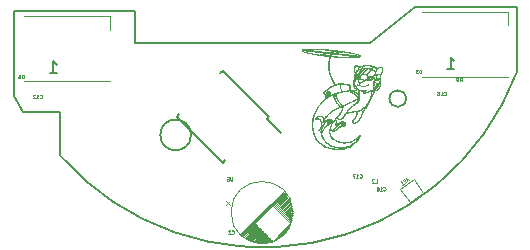
<source format=gbr>
%TF.GenerationSoftware,KiCad,Pcbnew,5.0.1*%
%TF.CreationDate,2018-11-18T21:12:45+01:00*%
%TF.ProjectId,lightball,6C6967687462616C6C2E6B696361645F,rev?*%
%TF.SameCoordinates,Original*%
%TF.FileFunction,Legend,Bot*%
%TF.FilePolarity,Positive*%
%FSLAX46Y46*%
G04 Gerber Fmt 4.6, Leading zero omitted, Abs format (unit mm)*
G04 Created by KiCad (PCBNEW 5.0.1) date So 18 Nov 2018 21:12:45 CET*
%MOMM*%
%LPD*%
G01*
G04 APERTURE LIST*
%ADD10C,0.150000*%
%ADD11C,0.120000*%
%ADD12C,0.010000*%
%ADD13C,0.075000*%
G04 APERTURE END LIST*
D10*
X73975000Y-113550000D02*
X72575000Y-113550000D01*
X73975000Y-117200000D02*
X73975000Y-113550000D01*
X112660414Y-110153935D02*
G75*
G02X73975000Y-117200000I-21460414J8103935D01*
G01*
X112675000Y-104650000D02*
X112663015Y-110154914D01*
X104050000Y-104650000D02*
X112675000Y-104650000D01*
X100250000Y-107650000D02*
X104050000Y-104650000D01*
X80300000Y-107650000D02*
X100250000Y-107650000D01*
X80300000Y-105000000D02*
X80300000Y-107650000D01*
X70050000Y-105000000D02*
X80300000Y-105000000D01*
X70050000Y-112150000D02*
X70050000Y-105000000D01*
X70850000Y-113550000D02*
X70050000Y-112150000D01*
X72575000Y-113550000D02*
X70850000Y-113550000D01*
X103275000Y-112400000D02*
G75*
G03X103275000Y-112400000I-700000J0D01*
G01*
X85075000Y-115475000D02*
G75*
G03X85075000Y-115475000I-1300000J0D01*
G01*
D11*
X102775090Y-120028097D02*
X103578097Y-121174910D01*
X103578097Y-121174910D02*
X104724910Y-120371903D01*
X104724910Y-120371903D02*
X103921903Y-119225090D01*
X103921903Y-119225090D02*
X102775090Y-120028097D01*
X93703883Y-122033883D02*
G75*
G03X93703883Y-122033883I-2620000J0D01*
G01*
X89259548Y-123858219D02*
X92908219Y-120209548D01*
X89287832Y-123886503D02*
X92936503Y-120237832D01*
X89316824Y-123914080D02*
X92964080Y-120266824D01*
X89345815Y-123941658D02*
X92991658Y-120295815D01*
X89375513Y-123968528D02*
X93018528Y-120325513D01*
X89405919Y-123994691D02*
X93044691Y-120355919D01*
X89437032Y-124020146D02*
X90518198Y-122938980D01*
X91988980Y-121468198D02*
X93070146Y-120387032D01*
X89468144Y-124045602D02*
X90546482Y-122967264D01*
X92017264Y-121496482D02*
X93095602Y-120418144D01*
X89499257Y-124071058D02*
X90574767Y-122995549D01*
X92045549Y-121524767D02*
X93121058Y-120449257D01*
X89531077Y-124095807D02*
X90603051Y-123023833D01*
X92073833Y-121553051D02*
X93145807Y-120481077D01*
X89563604Y-124119848D02*
X90631335Y-123052117D01*
X92102117Y-121581335D02*
X93169848Y-120513604D01*
X89596838Y-124143183D02*
X90659619Y-123080402D01*
X92130402Y-121609619D02*
X93193183Y-120546838D01*
X89630072Y-124166518D02*
X90687904Y-123108686D01*
X92158686Y-121637904D02*
X93216518Y-120580072D01*
X89664013Y-124189145D02*
X90716188Y-123136970D01*
X92186970Y-121666188D02*
X93239145Y-120614013D01*
X89697954Y-124211772D02*
X90744472Y-123165254D01*
X92215254Y-121694472D02*
X93261772Y-120647954D01*
X89732602Y-124233693D02*
X90772756Y-123193539D01*
X92243539Y-121722756D02*
X93283693Y-120682602D01*
X89767958Y-124254906D02*
X90801041Y-123221823D01*
X92271823Y-121751041D02*
X93304906Y-120717958D01*
X89803313Y-124276119D02*
X90829325Y-123250107D01*
X92300107Y-121779325D02*
X93326119Y-120753313D01*
X89840083Y-124297332D02*
X90858316Y-123279099D01*
X92329099Y-121808316D02*
X93347332Y-120790083D01*
X89876852Y-124317131D02*
X90886601Y-123307383D01*
X92357383Y-121836601D02*
X93367131Y-120826852D01*
X89914329Y-124336223D02*
X90914885Y-123335667D01*
X92385667Y-121864885D02*
X93386223Y-120864329D01*
X89951806Y-124355315D02*
X90943169Y-123363951D01*
X92413951Y-121893169D02*
X93405315Y-120901806D01*
X89989989Y-124373700D02*
X90971453Y-123392236D01*
X92442236Y-121921453D02*
X93423700Y-120939989D01*
X90028173Y-124392085D02*
X90999738Y-123420520D01*
X92470520Y-121949738D02*
X93442085Y-120978173D01*
X90067771Y-124409055D02*
X91028022Y-123448804D01*
X92498804Y-121978022D02*
X93459055Y-121017771D01*
X90107369Y-124426026D02*
X91056306Y-123477088D01*
X92527088Y-122006306D02*
X93476026Y-121057369D01*
X90147674Y-124442289D02*
X91084591Y-123505373D01*
X92555373Y-122034591D02*
X93492289Y-121097674D01*
X90187979Y-124458553D02*
X91112875Y-123533657D01*
X92583657Y-122062875D02*
X93508553Y-121137979D01*
X90229698Y-124473402D02*
X91141159Y-123561941D01*
X92611941Y-122091159D02*
X93523402Y-121179698D01*
X90271418Y-124488251D02*
X91169443Y-123590226D01*
X92640226Y-122119443D02*
X93538251Y-121221418D01*
X90313844Y-124502393D02*
X91197728Y-123618510D01*
X92668510Y-122147728D02*
X93552393Y-121263844D01*
X90357685Y-124515121D02*
X91226012Y-123646794D01*
X92696794Y-122176012D02*
X93565121Y-121307685D01*
X90400818Y-124528556D02*
X91254296Y-123675078D01*
X92725078Y-122204296D02*
X93578556Y-121350818D01*
X90445366Y-124540577D02*
X91282580Y-123703363D01*
X92753363Y-122232580D02*
X93590577Y-121395366D01*
X90490621Y-124551891D02*
X91310865Y-123731647D01*
X92781647Y-122260865D02*
X93601891Y-121440621D01*
X90536583Y-124562497D02*
X91339149Y-123759931D01*
X92809931Y-122289149D02*
X93612497Y-121486583D01*
X90583252Y-124572397D02*
X91367433Y-123788215D01*
X92838215Y-122317433D02*
X93622397Y-121533252D01*
X90630628Y-124581589D02*
X91395718Y-123816500D01*
X92866500Y-122345718D02*
X93631589Y-121580628D01*
X90678004Y-124590782D02*
X91424002Y-123844784D01*
X92894784Y-122374002D02*
X93640782Y-121628004D01*
X90727502Y-124597853D02*
X91452286Y-123873068D01*
X92923068Y-122402286D02*
X93647853Y-121677502D01*
X90776999Y-124604924D02*
X91480570Y-123901352D01*
X92951352Y-122430570D02*
X93654924Y-121726999D01*
X90827204Y-124611288D02*
X91508855Y-123929637D01*
X92979637Y-122458855D02*
X93661288Y-121777204D01*
X90878823Y-124616237D02*
X91537139Y-123957921D01*
X93007921Y-122487139D02*
X93666237Y-121828823D01*
X90931148Y-124620480D02*
X91565423Y-123986205D01*
X93036205Y-122515423D02*
X93670480Y-121881148D01*
X90984889Y-124623309D02*
X91593707Y-124014490D01*
X93064490Y-122543707D02*
X93673309Y-121934889D01*
X91039336Y-124625430D02*
X91621992Y-124042774D01*
X93092774Y-122571992D02*
X93675430Y-121989336D01*
X91094490Y-124626844D02*
X91650276Y-124071058D01*
X93121058Y-122600276D02*
X93676844Y-122044490D01*
X91151766Y-124626137D02*
X91678560Y-124099342D01*
X93149342Y-122628560D02*
X93676137Y-122101766D01*
X91209748Y-124624723D02*
X91706845Y-124127627D01*
X93177627Y-122656845D02*
X93674723Y-122159748D01*
X91269145Y-124621894D02*
X91735129Y-124155911D01*
X93205911Y-122685129D02*
X93671894Y-122219145D01*
X91329957Y-124617652D02*
X91763413Y-124184195D01*
X93234195Y-122713413D02*
X93667652Y-122279957D01*
X91392182Y-124611995D02*
X91791697Y-124212479D01*
X93262479Y-122741697D02*
X93661995Y-122342182D01*
X91456529Y-124604217D02*
X91819982Y-124240764D01*
X93290764Y-122769982D02*
X93654217Y-122406529D01*
X91522997Y-124594317D02*
X91848266Y-124269048D01*
X93319048Y-122798266D02*
X93644317Y-122472997D01*
X91591586Y-124582296D02*
X91876550Y-124297332D01*
X93347332Y-122826550D02*
X93632296Y-122541586D01*
X91662297Y-124568154D02*
X91904834Y-124325617D01*
X93375617Y-122854834D02*
X93618154Y-122612297D01*
X91735836Y-124551184D02*
X91933119Y-124353901D01*
X93403901Y-122883119D02*
X93601184Y-122685836D01*
X91812203Y-124531385D02*
X91961403Y-124382185D01*
X93432185Y-122911403D02*
X93581385Y-122762203D01*
X91892107Y-124508050D02*
X93558050Y-122842107D01*
X91976959Y-124479766D02*
X93529766Y-122926959D01*
X92066762Y-124446532D02*
X93496532Y-123016762D01*
X92162928Y-124406934D02*
X93456934Y-123112928D01*
X92268994Y-124357436D02*
X93407436Y-123218994D01*
X92387788Y-124295211D02*
X93345211Y-123337788D01*
X92528503Y-124211065D02*
X93261065Y-123478503D01*
X92722250Y-124073887D02*
X93123887Y-123672250D01*
X88057626Y-121093591D02*
X88411179Y-121447144D01*
X88057626Y-121447144D02*
X88411179Y-121093591D01*
X78250000Y-105399930D02*
X78250000Y-106549930D01*
X70950000Y-105399930D02*
X78250000Y-105399930D01*
X70950000Y-110899930D02*
X78250000Y-110899930D01*
X111900000Y-105050000D02*
X111900000Y-106200000D01*
X104600000Y-105050000D02*
X111900000Y-105050000D01*
X104600000Y-110550000D02*
X111900000Y-110550000D01*
D10*
X91642623Y-113946464D02*
X91497666Y-114091421D01*
X87753536Y-110057377D02*
X87541403Y-110269509D01*
X83857377Y-113953536D02*
X84069509Y-113741403D01*
X87746464Y-117842623D02*
X87958597Y-117630491D01*
X91642623Y-113946464D02*
X87753536Y-110057377D01*
X87746464Y-117842623D02*
X83857377Y-113953536D01*
X91497666Y-114091421D02*
X92735103Y-115328858D01*
D12*
G36*
X96642149Y-111869108D02*
X96619179Y-111882889D01*
X96608335Y-111896235D01*
X96605139Y-111916032D01*
X96605000Y-111926261D01*
X96607501Y-111952502D01*
X96613724Y-111971565D01*
X96615886Y-111974471D01*
X96633689Y-111982019D01*
X96661235Y-111983829D01*
X96691096Y-111980013D01*
X96711589Y-111973021D01*
X96725293Y-111962142D01*
X96731151Y-111943692D01*
X96732000Y-111924859D01*
X96731133Y-111915114D01*
X96703630Y-111915114D01*
X96700653Y-111937869D01*
X96693900Y-111947257D01*
X96673278Y-111957022D01*
X96649049Y-111955422D01*
X96632695Y-111945115D01*
X96626980Y-111927148D01*
X96634393Y-111909111D01*
X96650357Y-111894894D01*
X96670296Y-111888392D01*
X96689634Y-111893496D01*
X96691614Y-111895004D01*
X96703630Y-111915114D01*
X96731133Y-111915114D01*
X96729573Y-111897585D01*
X96719726Y-111879799D01*
X96705649Y-111868043D01*
X96679297Y-111849279D01*
X96642149Y-111869108D01*
X96642149Y-111869108D01*
G37*
X96642149Y-111869108D02*
X96619179Y-111882889D01*
X96608335Y-111896235D01*
X96605139Y-111916032D01*
X96605000Y-111926261D01*
X96607501Y-111952502D01*
X96613724Y-111971565D01*
X96615886Y-111974471D01*
X96633689Y-111982019D01*
X96661235Y-111983829D01*
X96691096Y-111980013D01*
X96711589Y-111973021D01*
X96725293Y-111962142D01*
X96731151Y-111943692D01*
X96732000Y-111924859D01*
X96731133Y-111915114D01*
X96703630Y-111915114D01*
X96700653Y-111937869D01*
X96693900Y-111947257D01*
X96673278Y-111957022D01*
X96649049Y-111955422D01*
X96632695Y-111945115D01*
X96626980Y-111927148D01*
X96634393Y-111909111D01*
X96650357Y-111894894D01*
X96670296Y-111888392D01*
X96689634Y-111893496D01*
X96691614Y-111895004D01*
X96703630Y-111915114D01*
X96731133Y-111915114D01*
X96729573Y-111897585D01*
X96719726Y-111879799D01*
X96705649Y-111868043D01*
X96679297Y-111849279D01*
X96642149Y-111869108D01*
G36*
X97801167Y-114416698D02*
X97780541Y-114424193D01*
X97756821Y-114434234D01*
X97734447Y-114445094D01*
X97720786Y-114453026D01*
X97698672Y-114466030D01*
X97682232Y-114473703D01*
X97668845Y-114482876D01*
X97666357Y-114488787D01*
X97668031Y-114496964D01*
X97668625Y-114496990D01*
X97677134Y-114492564D01*
X97697854Y-114481762D01*
X97726911Y-114466606D01*
X97738751Y-114460428D01*
X97771000Y-114443126D01*
X97797289Y-114428146D01*
X97813207Y-114418031D01*
X97815376Y-114416252D01*
X97814260Y-114413476D01*
X97801167Y-114416698D01*
X97801167Y-114416698D01*
G37*
X97801167Y-114416698D02*
X97780541Y-114424193D01*
X97756821Y-114434234D01*
X97734447Y-114445094D01*
X97720786Y-114453026D01*
X97698672Y-114466030D01*
X97682232Y-114473703D01*
X97668845Y-114482876D01*
X97666357Y-114488787D01*
X97668031Y-114496964D01*
X97668625Y-114496990D01*
X97677134Y-114492564D01*
X97697854Y-114481762D01*
X97726911Y-114466606D01*
X97738751Y-114460428D01*
X97771000Y-114443126D01*
X97797289Y-114428146D01*
X97813207Y-114418031D01*
X97815376Y-114416252D01*
X97814260Y-114413476D01*
X97801167Y-114416698D01*
G36*
X97625536Y-114506600D02*
X97597211Y-114523713D01*
X97569968Y-114542942D01*
X97547455Y-114561324D01*
X97533324Y-114575895D01*
X97530911Y-114583435D01*
X97540104Y-114581155D01*
X97557560Y-114569581D01*
X97567139Y-114561823D01*
X97587417Y-114545667D01*
X97602220Y-114535987D01*
X97605521Y-114534797D01*
X97616168Y-114528781D01*
X97633306Y-114514388D01*
X97637271Y-114510628D01*
X97661821Y-114486827D01*
X97625536Y-114506600D01*
X97625536Y-114506600D01*
G37*
X97625536Y-114506600D02*
X97597211Y-114523713D01*
X97569968Y-114542942D01*
X97547455Y-114561324D01*
X97533324Y-114575895D01*
X97530911Y-114583435D01*
X97540104Y-114581155D01*
X97557560Y-114569581D01*
X97567139Y-114561823D01*
X97587417Y-114545667D01*
X97602220Y-114535987D01*
X97605521Y-114534797D01*
X97616168Y-114528781D01*
X97633306Y-114514388D01*
X97637271Y-114510628D01*
X97661821Y-114486827D01*
X97625536Y-114506600D01*
G36*
X97510480Y-114586891D02*
X97503549Y-114598438D01*
X97504432Y-114602313D01*
X97513910Y-114602032D01*
X97515166Y-114600952D01*
X97521147Y-114586987D01*
X97521214Y-114585531D01*
X97516612Y-114582158D01*
X97510480Y-114586891D01*
X97510480Y-114586891D01*
G37*
X97510480Y-114586891D02*
X97503549Y-114598438D01*
X97504432Y-114602313D01*
X97513910Y-114602032D01*
X97515166Y-114600952D01*
X97521147Y-114586987D01*
X97521214Y-114585531D01*
X97516612Y-114582158D01*
X97510480Y-114586891D01*
G36*
X97476795Y-114612816D02*
X97472002Y-114617242D01*
X97462397Y-114629397D01*
X97464088Y-114634214D01*
X97477286Y-114627936D01*
X97485110Y-114620388D01*
X97493622Y-114606819D01*
X97489911Y-114604069D01*
X97476795Y-114612816D01*
X97476795Y-114612816D01*
G37*
X97476795Y-114612816D02*
X97472002Y-114617242D01*
X97462397Y-114629397D01*
X97464088Y-114634214D01*
X97477286Y-114627936D01*
X97485110Y-114620388D01*
X97493622Y-114606819D01*
X97489911Y-114604069D01*
X97476795Y-114612816D01*
G36*
X97436613Y-114649191D02*
X97421818Y-114660265D01*
X97399025Y-114680424D01*
X97371168Y-114706721D01*
X97341180Y-114736205D01*
X97311995Y-114765928D01*
X97286547Y-114792941D01*
X97267768Y-114814296D01*
X97258593Y-114827043D01*
X97258143Y-114828595D01*
X97265142Y-114833648D01*
X97267214Y-114833785D01*
X97276032Y-114827902D01*
X97276286Y-114826099D01*
X97282386Y-114816833D01*
X97298515Y-114798471D01*
X97321412Y-114774271D01*
X97347816Y-114747489D01*
X97374469Y-114721382D01*
X97398110Y-114699209D01*
X97415478Y-114684224D01*
X97422945Y-114679571D01*
X97432076Y-114672526D01*
X97440052Y-114660530D01*
X97445887Y-114647391D01*
X97441098Y-114646829D01*
X97436613Y-114649191D01*
X97436613Y-114649191D01*
G37*
X97436613Y-114649191D02*
X97421818Y-114660265D01*
X97399025Y-114680424D01*
X97371168Y-114706721D01*
X97341180Y-114736205D01*
X97311995Y-114765928D01*
X97286547Y-114792941D01*
X97267768Y-114814296D01*
X97258593Y-114827043D01*
X97258143Y-114828595D01*
X97265142Y-114833648D01*
X97267214Y-114833785D01*
X97276032Y-114827902D01*
X97276286Y-114826099D01*
X97282386Y-114816833D01*
X97298515Y-114798471D01*
X97321412Y-114774271D01*
X97347816Y-114747489D01*
X97374469Y-114721382D01*
X97398110Y-114699209D01*
X97415478Y-114684224D01*
X97422945Y-114679571D01*
X97432076Y-114672526D01*
X97440052Y-114660530D01*
X97445887Y-114647391D01*
X97441098Y-114646829D01*
X97436613Y-114649191D01*
G36*
X97236376Y-114845091D02*
X97220827Y-114861246D01*
X97197730Y-114886773D01*
X97175221Y-114911294D01*
X97170190Y-114916701D01*
X97156387Y-114935527D01*
X97157074Y-114946348D01*
X97157613Y-114946719D01*
X97166533Y-114947435D01*
X97167428Y-114944570D01*
X97173276Y-114933812D01*
X97188191Y-114915486D01*
X97199178Y-114903662D01*
X97217534Y-114882899D01*
X97229000Y-114866343D01*
X97230928Y-114860914D01*
X97236459Y-114855078D01*
X97240000Y-114856464D01*
X97247471Y-114854058D01*
X97249071Y-114845906D01*
X97246221Y-114839119D01*
X97236376Y-114845091D01*
X97236376Y-114845091D01*
G37*
X97236376Y-114845091D02*
X97220827Y-114861246D01*
X97197730Y-114886773D01*
X97175221Y-114911294D01*
X97170190Y-114916701D01*
X97156387Y-114935527D01*
X97157074Y-114946348D01*
X97157613Y-114946719D01*
X97166533Y-114947435D01*
X97167428Y-114944570D01*
X97173276Y-114933812D01*
X97188191Y-114915486D01*
X97199178Y-114903662D01*
X97217534Y-114882899D01*
X97229000Y-114866343D01*
X97230928Y-114860914D01*
X97236459Y-114855078D01*
X97240000Y-114856464D01*
X97247471Y-114854058D01*
X97249071Y-114845906D01*
X97246221Y-114839119D01*
X97236376Y-114845091D01*
G36*
X99926533Y-109855132D02*
X99918353Y-109860717D01*
X99906385Y-109871678D01*
X99889388Y-109889367D01*
X99866120Y-109915136D01*
X99835339Y-109950339D01*
X99795805Y-109996326D01*
X99746276Y-110054450D01*
X99728123Y-110075821D01*
X99690455Y-110120185D01*
X99656105Y-110160622D01*
X99627053Y-110194805D01*
X99605275Y-110220408D01*
X99592749Y-110235104D01*
X99591263Y-110236839D01*
X99582457Y-110249986D01*
X99585245Y-110253762D01*
X99596446Y-110249331D01*
X99612882Y-110237855D01*
X99628960Y-110223051D01*
X99648075Y-110202704D01*
X99670042Y-110178209D01*
X99697273Y-110146801D01*
X99732178Y-110105718D01*
X99756884Y-110076374D01*
X99779655Y-110049505D01*
X99800606Y-110025181D01*
X99811312Y-110013025D01*
X99826770Y-109995351D01*
X99848829Y-109969565D01*
X99870714Y-109943629D01*
X99893815Y-109916456D01*
X99914394Y-109892933D01*
X99927410Y-109878775D01*
X99941100Y-109862509D01*
X99940547Y-109854884D01*
X99932167Y-109853571D01*
X99926533Y-109855132D01*
X99926533Y-109855132D01*
G37*
X99926533Y-109855132D02*
X99918353Y-109860717D01*
X99906385Y-109871678D01*
X99889388Y-109889367D01*
X99866120Y-109915136D01*
X99835339Y-109950339D01*
X99795805Y-109996326D01*
X99746276Y-110054450D01*
X99728123Y-110075821D01*
X99690455Y-110120185D01*
X99656105Y-110160622D01*
X99627053Y-110194805D01*
X99605275Y-110220408D01*
X99592749Y-110235104D01*
X99591263Y-110236839D01*
X99582457Y-110249986D01*
X99585245Y-110253762D01*
X99596446Y-110249331D01*
X99612882Y-110237855D01*
X99628960Y-110223051D01*
X99648075Y-110202704D01*
X99670042Y-110178209D01*
X99697273Y-110146801D01*
X99732178Y-110105718D01*
X99756884Y-110076374D01*
X99779655Y-110049505D01*
X99800606Y-110025181D01*
X99811312Y-110013025D01*
X99826770Y-109995351D01*
X99848829Y-109969565D01*
X99870714Y-109943629D01*
X99893815Y-109916456D01*
X99914394Y-109892933D01*
X99927410Y-109878775D01*
X99941100Y-109862509D01*
X99940547Y-109854884D01*
X99932167Y-109853571D01*
X99926533Y-109855132D01*
G36*
X100285295Y-109931737D02*
X100266338Y-109947067D01*
X100236701Y-109975163D01*
X100196144Y-110016267D01*
X100144426Y-110070618D01*
X100081308Y-110138456D01*
X100051118Y-110171271D01*
X100002321Y-110224666D01*
X99964891Y-110266134D01*
X99937736Y-110296937D01*
X99919765Y-110318337D01*
X99909885Y-110331595D01*
X99907000Y-110337822D01*
X99910474Y-110343598D01*
X99921565Y-110338008D01*
X99941278Y-110320210D01*
X99970617Y-110289358D01*
X99989376Y-110268589D01*
X100018544Y-110236101D01*
X100045001Y-110206961D01*
X100065354Y-110184886D01*
X100074579Y-110175196D01*
X100087702Y-110161420D01*
X100109931Y-110137536D01*
X100138184Y-110106875D01*
X100169379Y-110072768D01*
X100170071Y-110072008D01*
X100202319Y-110036920D01*
X100232759Y-110004346D01*
X100257918Y-109977970D01*
X100274064Y-109961721D01*
X100289179Y-109944281D01*
X100294739Y-109931410D01*
X100293814Y-109928933D01*
X100285295Y-109931737D01*
X100285295Y-109931737D01*
G37*
X100285295Y-109931737D02*
X100266338Y-109947067D01*
X100236701Y-109975163D01*
X100196144Y-110016267D01*
X100144426Y-110070618D01*
X100081308Y-110138456D01*
X100051118Y-110171271D01*
X100002321Y-110224666D01*
X99964891Y-110266134D01*
X99937736Y-110296937D01*
X99919765Y-110318337D01*
X99909885Y-110331595D01*
X99907000Y-110337822D01*
X99910474Y-110343598D01*
X99921565Y-110338008D01*
X99941278Y-110320210D01*
X99970617Y-110289358D01*
X99989376Y-110268589D01*
X100018544Y-110236101D01*
X100045001Y-110206961D01*
X100065354Y-110184886D01*
X100074579Y-110175196D01*
X100087702Y-110161420D01*
X100109931Y-110137536D01*
X100138184Y-110106875D01*
X100169379Y-110072768D01*
X100170071Y-110072008D01*
X100202319Y-110036920D01*
X100232759Y-110004346D01*
X100257918Y-109977970D01*
X100274064Y-109961721D01*
X100289179Y-109944281D01*
X100294739Y-109931410D01*
X100293814Y-109928933D01*
X100285295Y-109931737D01*
G36*
X99492710Y-109889057D02*
X99472853Y-109907693D01*
X99443987Y-109939721D01*
X99405497Y-109985744D01*
X99388782Y-110006331D01*
X99329386Y-110079919D01*
X99280277Y-110140722D01*
X99240359Y-110190085D01*
X99208538Y-110229352D01*
X99183719Y-110259868D01*
X99164806Y-110282976D01*
X99150706Y-110300022D01*
X99140323Y-110312349D01*
X99132562Y-110321303D01*
X99129125Y-110325154D01*
X99113907Y-110346228D01*
X99108553Y-110362075D01*
X99112232Y-110369558D01*
X99124110Y-110365543D01*
X99136842Y-110354228D01*
X99147144Y-110342237D01*
X99166508Y-110318708D01*
X99192746Y-110286339D01*
X99223670Y-110247824D01*
X99248700Y-110216428D01*
X99281804Y-110174833D01*
X99311920Y-110137093D01*
X99336835Y-110105976D01*
X99354333Y-110084248D01*
X99361222Y-110075821D01*
X99407299Y-110020332D01*
X99445915Y-109972935D01*
X99476064Y-109934909D01*
X99496740Y-109907532D01*
X99506937Y-109892082D01*
X99507857Y-109889543D01*
X99504173Y-109883208D01*
X99492710Y-109889057D01*
X99492710Y-109889057D01*
G37*
X99492710Y-109889057D02*
X99472853Y-109907693D01*
X99443987Y-109939721D01*
X99405497Y-109985744D01*
X99388782Y-110006331D01*
X99329386Y-110079919D01*
X99280277Y-110140722D01*
X99240359Y-110190085D01*
X99208538Y-110229352D01*
X99183719Y-110259868D01*
X99164806Y-110282976D01*
X99150706Y-110300022D01*
X99140323Y-110312349D01*
X99132562Y-110321303D01*
X99129125Y-110325154D01*
X99113907Y-110346228D01*
X99108553Y-110362075D01*
X99112232Y-110369558D01*
X99124110Y-110365543D01*
X99136842Y-110354228D01*
X99147144Y-110342237D01*
X99166508Y-110318708D01*
X99192746Y-110286339D01*
X99223670Y-110247824D01*
X99248700Y-110216428D01*
X99281804Y-110174833D01*
X99311920Y-110137093D01*
X99336835Y-110105976D01*
X99354333Y-110084248D01*
X99361222Y-110075821D01*
X99407299Y-110020332D01*
X99445915Y-109972935D01*
X99476064Y-109934909D01*
X99496740Y-109907532D01*
X99506937Y-109892082D01*
X99507857Y-109889543D01*
X99504173Y-109883208D01*
X99492710Y-109889057D01*
G36*
X99678403Y-109861333D02*
X99653349Y-109884570D01*
X99618143Y-109922724D01*
X99614535Y-109926823D01*
X99591378Y-109953119D01*
X99564002Y-109984066D01*
X99535330Y-110016382D01*
X99508280Y-110046781D01*
X99485773Y-110071979D01*
X99470730Y-110088693D01*
X99466667Y-110093109D01*
X99456552Y-110104084D01*
X99437738Y-110124771D01*
X99413656Y-110151390D01*
X99404087Y-110162000D01*
X99371037Y-110198462D01*
X99334360Y-110238609D01*
X99301701Y-110274071D01*
X99300134Y-110275762D01*
X99263072Y-110316401D01*
X99229763Y-110354184D01*
X99202244Y-110386690D01*
X99182551Y-110411496D01*
X99172722Y-110426181D01*
X99172024Y-110428095D01*
X99173662Y-110439482D01*
X99184327Y-110436449D01*
X99202791Y-110419543D01*
X99210468Y-110410918D01*
X99235138Y-110382742D01*
X99270044Y-110343720D01*
X99313020Y-110296244D01*
X99361900Y-110242712D01*
X99402818Y-110198200D01*
X99447987Y-110148843D01*
X99493868Y-110098059D01*
X99538834Y-110047714D01*
X99581258Y-109999672D01*
X99619515Y-109955797D01*
X99651979Y-109917954D01*
X99677022Y-109888007D01*
X99693019Y-109867820D01*
X99698357Y-109859369D01*
X99693381Y-109852952D01*
X99678403Y-109861333D01*
X99678403Y-109861333D01*
G37*
X99678403Y-109861333D02*
X99653349Y-109884570D01*
X99618143Y-109922724D01*
X99614535Y-109926823D01*
X99591378Y-109953119D01*
X99564002Y-109984066D01*
X99535330Y-110016382D01*
X99508280Y-110046781D01*
X99485773Y-110071979D01*
X99470730Y-110088693D01*
X99466667Y-110093109D01*
X99456552Y-110104084D01*
X99437738Y-110124771D01*
X99413656Y-110151390D01*
X99404087Y-110162000D01*
X99371037Y-110198462D01*
X99334360Y-110238609D01*
X99301701Y-110274071D01*
X99300134Y-110275762D01*
X99263072Y-110316401D01*
X99229763Y-110354184D01*
X99202244Y-110386690D01*
X99182551Y-110411496D01*
X99172722Y-110426181D01*
X99172024Y-110428095D01*
X99173662Y-110439482D01*
X99184327Y-110436449D01*
X99202791Y-110419543D01*
X99210468Y-110410918D01*
X99235138Y-110382742D01*
X99270044Y-110343720D01*
X99313020Y-110296244D01*
X99361900Y-110242712D01*
X99402818Y-110198200D01*
X99447987Y-110148843D01*
X99493868Y-110098059D01*
X99538834Y-110047714D01*
X99581258Y-109999672D01*
X99619515Y-109955797D01*
X99651979Y-109917954D01*
X99677022Y-109888007D01*
X99693019Y-109867820D01*
X99698357Y-109859369D01*
X99693381Y-109852952D01*
X99678403Y-109861333D01*
G36*
X99317461Y-110595375D02*
X99317357Y-110597428D01*
X99324331Y-110606151D01*
X99326964Y-110606500D01*
X99332382Y-110600942D01*
X99330964Y-110597428D01*
X99322812Y-110588774D01*
X99321357Y-110588357D01*
X99317461Y-110595375D01*
X99317461Y-110595375D01*
G37*
X99317461Y-110595375D02*
X99317357Y-110597428D01*
X99324331Y-110606151D01*
X99326964Y-110606500D01*
X99332382Y-110600942D01*
X99330964Y-110597428D01*
X99322812Y-110588774D01*
X99321357Y-110588357D01*
X99317461Y-110595375D01*
G36*
X99329452Y-110745595D02*
X99330697Y-110750988D01*
X99335500Y-110751643D01*
X99342967Y-110748324D01*
X99341547Y-110745595D01*
X99330782Y-110744509D01*
X99329452Y-110745595D01*
X99329452Y-110745595D01*
G37*
X99329452Y-110745595D02*
X99330697Y-110750988D01*
X99335500Y-110751643D01*
X99342967Y-110748324D01*
X99341547Y-110745595D01*
X99330782Y-110744509D01*
X99329452Y-110745595D01*
G36*
X99734643Y-109613178D02*
X99739178Y-109617714D01*
X99743714Y-109613178D01*
X99739178Y-109608643D01*
X99734643Y-109613178D01*
X99734643Y-109613178D01*
G37*
X99734643Y-109613178D02*
X99739178Y-109617714D01*
X99743714Y-109613178D01*
X99739178Y-109608643D01*
X99734643Y-109613178D01*
G36*
X99701381Y-109675166D02*
X99702626Y-109680559D01*
X99707428Y-109681214D01*
X99714895Y-109677895D01*
X99713476Y-109675166D01*
X99702710Y-109674081D01*
X99701381Y-109675166D01*
X99701381Y-109675166D01*
G37*
X99701381Y-109675166D02*
X99702626Y-109680559D01*
X99707428Y-109681214D01*
X99714895Y-109677895D01*
X99713476Y-109675166D01*
X99702710Y-109674081D01*
X99701381Y-109675166D01*
G36*
X100480957Y-109721091D02*
X100483662Y-109725214D01*
X100492863Y-109725855D01*
X100502542Y-109723640D01*
X100498344Y-109720374D01*
X100484166Y-109719293D01*
X100480957Y-109721091D01*
X100480957Y-109721091D01*
G37*
X100480957Y-109721091D02*
X100483662Y-109725214D01*
X100492863Y-109725855D01*
X100502542Y-109723640D01*
X100498344Y-109720374D01*
X100484166Y-109719293D01*
X100480957Y-109721091D01*
G36*
X100418024Y-109747738D02*
X100419269Y-109753131D01*
X100424071Y-109753785D01*
X100431538Y-109750466D01*
X100430119Y-109747738D01*
X100419353Y-109746652D01*
X100418024Y-109747738D01*
X100418024Y-109747738D01*
G37*
X100418024Y-109747738D02*
X100419269Y-109753131D01*
X100424071Y-109753785D01*
X100431538Y-109750466D01*
X100430119Y-109747738D01*
X100419353Y-109746652D01*
X100418024Y-109747738D01*
G36*
X100449622Y-109733677D02*
X100442691Y-109745224D01*
X100443575Y-109749099D01*
X100453053Y-109748818D01*
X100454309Y-109747738D01*
X100460290Y-109733773D01*
X100460357Y-109732316D01*
X100455754Y-109728944D01*
X100449622Y-109733677D01*
X100449622Y-109733677D01*
G37*
X100449622Y-109733677D02*
X100442691Y-109745224D01*
X100443575Y-109749099D01*
X100453053Y-109748818D01*
X100454309Y-109747738D01*
X100460290Y-109733773D01*
X100460357Y-109732316D01*
X100455754Y-109728944D01*
X100449622Y-109733677D01*
G36*
X100405928Y-109767393D02*
X100410464Y-109771928D01*
X100415000Y-109767393D01*
X100410464Y-109762857D01*
X100405928Y-109767393D01*
X100405928Y-109767393D01*
G37*
X100405928Y-109767393D02*
X100410464Y-109771928D01*
X100415000Y-109767393D01*
X100410464Y-109762857D01*
X100405928Y-109767393D01*
G36*
X99524892Y-109732778D02*
X99522314Y-109754630D01*
X99522388Y-109777338D01*
X99525385Y-109792987D01*
X99527245Y-109795376D01*
X99531770Y-109790227D01*
X99534597Y-109771719D01*
X99535071Y-109757345D01*
X99534104Y-109733540D01*
X99531640Y-109720521D01*
X99529848Y-109719699D01*
X99524892Y-109732778D01*
X99524892Y-109732778D01*
G37*
X99524892Y-109732778D02*
X99522314Y-109754630D01*
X99522388Y-109777338D01*
X99525385Y-109792987D01*
X99527245Y-109795376D01*
X99531770Y-109790227D01*
X99534597Y-109771719D01*
X99535071Y-109757345D01*
X99534104Y-109733540D01*
X99531640Y-109720521D01*
X99529848Y-109719699D01*
X99524892Y-109732778D01*
G36*
X100343418Y-109833709D02*
X100342428Y-109839964D01*
X100344369Y-109852067D01*
X100345994Y-109853571D01*
X100351843Y-109846478D01*
X100354780Y-109839964D01*
X100354969Y-109828283D01*
X100351215Y-109826357D01*
X100343418Y-109833709D01*
X100343418Y-109833709D01*
G37*
X100343418Y-109833709D02*
X100342428Y-109839964D01*
X100344369Y-109852067D01*
X100345994Y-109853571D01*
X100351843Y-109846478D01*
X100354780Y-109839964D01*
X100354969Y-109828283D01*
X100351215Y-109826357D01*
X100343418Y-109833709D01*
G36*
X99239631Y-109763370D02*
X99231440Y-109776734D01*
X99222941Y-109800852D01*
X99215088Y-109830990D01*
X99208833Y-109862412D01*
X99205126Y-109890383D01*
X99204922Y-109910168D01*
X99208727Y-109917071D01*
X99214484Y-109909054D01*
X99217670Y-109889176D01*
X99217867Y-109883053D01*
X99221136Y-109854276D01*
X99229121Y-109819209D01*
X99234595Y-109801475D01*
X99242937Y-109773941D01*
X99243505Y-109762266D01*
X99239631Y-109763370D01*
X99239631Y-109763370D01*
G37*
X99239631Y-109763370D02*
X99231440Y-109776734D01*
X99222941Y-109800852D01*
X99215088Y-109830990D01*
X99208833Y-109862412D01*
X99205126Y-109890383D01*
X99204922Y-109910168D01*
X99208727Y-109917071D01*
X99214484Y-109909054D01*
X99217670Y-109889176D01*
X99217867Y-109883053D01*
X99221136Y-109854276D01*
X99229121Y-109819209D01*
X99234595Y-109801475D01*
X99242937Y-109773941D01*
X99243505Y-109762266D01*
X99239631Y-109763370D01*
G36*
X100768786Y-109939750D02*
X100773321Y-109944285D01*
X100777857Y-109939750D01*
X100773321Y-109935214D01*
X100768786Y-109939750D01*
X100768786Y-109939750D01*
G37*
X100768786Y-109939750D02*
X100773321Y-109944285D01*
X100777857Y-109939750D01*
X100773321Y-109935214D01*
X100768786Y-109939750D01*
G36*
X100752482Y-109951563D02*
X100750643Y-109961893D01*
X100752657Y-109978238D01*
X100758071Y-109977213D01*
X100762883Y-109967255D01*
X100762786Y-109952658D01*
X100759318Y-109948576D01*
X100752482Y-109951563D01*
X100752482Y-109951563D01*
G37*
X100752482Y-109951563D02*
X100750643Y-109961893D01*
X100752657Y-109978238D01*
X100758071Y-109977213D01*
X100762883Y-109967255D01*
X100762786Y-109952658D01*
X100759318Y-109948576D01*
X100752482Y-109951563D01*
G36*
X100744595Y-109992666D02*
X100743509Y-110003432D01*
X100744595Y-110004762D01*
X100749988Y-110003516D01*
X100750643Y-109998714D01*
X100747324Y-109991247D01*
X100744595Y-109992666D01*
X100744595Y-109992666D01*
G37*
X100744595Y-109992666D02*
X100743509Y-110003432D01*
X100744595Y-110004762D01*
X100749988Y-110003516D01*
X100750643Y-109998714D01*
X100747324Y-109991247D01*
X100744595Y-109992666D01*
G36*
X100732500Y-110021393D02*
X100723846Y-110029544D01*
X100723428Y-110030999D01*
X100730447Y-110034896D01*
X100732500Y-110035000D01*
X100741223Y-110028026D01*
X100741571Y-110025393D01*
X100736014Y-110019975D01*
X100732500Y-110021393D01*
X100732500Y-110021393D01*
G37*
X100732500Y-110021393D02*
X100723846Y-110029544D01*
X100723428Y-110030999D01*
X100730447Y-110034896D01*
X100732500Y-110035000D01*
X100741223Y-110028026D01*
X100741571Y-110025393D01*
X100736014Y-110019975D01*
X100732500Y-110021393D01*
G36*
X99008928Y-110175607D02*
X99013464Y-110180143D01*
X99018000Y-110175607D01*
X99013464Y-110171071D01*
X99008928Y-110175607D01*
X99008928Y-110175607D01*
G37*
X99008928Y-110175607D02*
X99013464Y-110180143D01*
X99018000Y-110175607D01*
X99013464Y-110171071D01*
X99008928Y-110175607D01*
G36*
X100875049Y-110322815D02*
X100873107Y-110325286D01*
X100869914Y-110333444D01*
X100878497Y-110330372D01*
X100886714Y-110325286D01*
X100893688Y-110318003D01*
X100889517Y-110316353D01*
X100875049Y-110322815D01*
X100875049Y-110322815D01*
G37*
X100875049Y-110322815D02*
X100873107Y-110325286D01*
X100869914Y-110333444D01*
X100878497Y-110330372D01*
X100886714Y-110325286D01*
X100893688Y-110318003D01*
X100889517Y-110316353D01*
X100875049Y-110322815D01*
G36*
X100933326Y-110317900D02*
X100913263Y-110319346D01*
X100906996Y-110321376D01*
X100907014Y-110321395D01*
X100918465Y-110325076D01*
X100940789Y-110327822D01*
X100968184Y-110329429D01*
X100994849Y-110329694D01*
X101014982Y-110328414D01*
X101022786Y-110325451D01*
X101014505Y-110321353D01*
X100992813Y-110318439D01*
X100962876Y-110317348D01*
X100933326Y-110317900D01*
X100933326Y-110317900D01*
G37*
X100933326Y-110317900D02*
X100913263Y-110319346D01*
X100906996Y-110321376D01*
X100907014Y-110321395D01*
X100918465Y-110325076D01*
X100940789Y-110327822D01*
X100968184Y-110329429D01*
X100994849Y-110329694D01*
X101014982Y-110328414D01*
X101022786Y-110325451D01*
X101014505Y-110321353D01*
X100992813Y-110318439D01*
X100962876Y-110317348D01*
X100933326Y-110317900D01*
G36*
X100723428Y-110338893D02*
X100727964Y-110343428D01*
X100732500Y-110338893D01*
X100727964Y-110334357D01*
X100723428Y-110338893D01*
X100723428Y-110338893D01*
G37*
X100723428Y-110338893D02*
X100727964Y-110343428D01*
X100732500Y-110338893D01*
X100727964Y-110334357D01*
X100723428Y-110338893D01*
G36*
X100831004Y-110332368D02*
X100823131Y-110338993D01*
X100817793Y-110350017D01*
X100825417Y-110351517D01*
X100840058Y-110344423D01*
X100846623Y-110335108D01*
X100843353Y-110331055D01*
X100831004Y-110332368D01*
X100831004Y-110332368D01*
G37*
X100831004Y-110332368D02*
X100823131Y-110338993D01*
X100817793Y-110350017D01*
X100825417Y-110351517D01*
X100840058Y-110344423D01*
X100846623Y-110335108D01*
X100843353Y-110331055D01*
X100831004Y-110332368D01*
G36*
X100779588Y-110357236D02*
X100777857Y-110361571D01*
X100784368Y-110370383D01*
X100786393Y-110370643D01*
X100798679Y-110364049D01*
X100800536Y-110361571D01*
X100798479Y-110353805D01*
X100791999Y-110352500D01*
X100779588Y-110357236D01*
X100779588Y-110357236D01*
G37*
X100779588Y-110357236D02*
X100777857Y-110361571D01*
X100784368Y-110370383D01*
X100786393Y-110370643D01*
X100798679Y-110364049D01*
X100800536Y-110361571D01*
X100798479Y-110353805D01*
X100791999Y-110352500D01*
X100779588Y-110357236D01*
G36*
X100862524Y-110627666D02*
X100861438Y-110638432D01*
X100862524Y-110639762D01*
X100867917Y-110638516D01*
X100868571Y-110633714D01*
X100865252Y-110626247D01*
X100862524Y-110627666D01*
X100862524Y-110627666D01*
G37*
X100862524Y-110627666D02*
X100861438Y-110638432D01*
X100862524Y-110639762D01*
X100867917Y-110638516D01*
X100868571Y-110633714D01*
X100865252Y-110626247D01*
X100862524Y-110627666D01*
G36*
X100877906Y-110631546D02*
X100877643Y-110633714D01*
X100884546Y-110642522D01*
X100886714Y-110642786D01*
X100895522Y-110635882D01*
X100895786Y-110633714D01*
X100888882Y-110624906D01*
X100886714Y-110624643D01*
X100877906Y-110631546D01*
X100877906Y-110631546D01*
G37*
X100877906Y-110631546D02*
X100877643Y-110633714D01*
X100884546Y-110642522D01*
X100886714Y-110642786D01*
X100895522Y-110635882D01*
X100895786Y-110633714D01*
X100888882Y-110624906D01*
X100886714Y-110624643D01*
X100877906Y-110631546D01*
G36*
X100905121Y-110631546D02*
X100904857Y-110633714D01*
X100911760Y-110642522D01*
X100913928Y-110642786D01*
X100922736Y-110635882D01*
X100923000Y-110633714D01*
X100916097Y-110624906D01*
X100913928Y-110624643D01*
X100905121Y-110631546D01*
X100905121Y-110631546D01*
G37*
X100905121Y-110631546D02*
X100904857Y-110633714D01*
X100911760Y-110642522D01*
X100913928Y-110642786D01*
X100922736Y-110635882D01*
X100923000Y-110633714D01*
X100916097Y-110624906D01*
X100913928Y-110624643D01*
X100905121Y-110631546D01*
G36*
X100828935Y-110632161D02*
X100814262Y-110638759D01*
X100808930Y-110643880D01*
X100810891Y-110650127D01*
X100824452Y-110650179D01*
X100839089Y-110645849D01*
X100849585Y-110636965D01*
X100850428Y-110633807D01*
X100843700Y-110629853D01*
X100828935Y-110632161D01*
X100828935Y-110632161D01*
G37*
X100828935Y-110632161D02*
X100814262Y-110638759D01*
X100808930Y-110643880D01*
X100810891Y-110650127D01*
X100824452Y-110650179D01*
X100839089Y-110645849D01*
X100849585Y-110636965D01*
X100850428Y-110633807D01*
X100843700Y-110629853D01*
X100828935Y-110632161D01*
G36*
X100777857Y-110665464D02*
X100782393Y-110670000D01*
X100786928Y-110665464D01*
X100782393Y-110660928D01*
X100777857Y-110665464D01*
X100777857Y-110665464D01*
G37*
X100777857Y-110665464D02*
X100782393Y-110670000D01*
X100786928Y-110665464D01*
X100782393Y-110660928D01*
X100777857Y-110665464D01*
G36*
X100850428Y-110783393D02*
X100854964Y-110787928D01*
X100859500Y-110783393D01*
X100854964Y-110778857D01*
X100850428Y-110783393D01*
X100850428Y-110783393D01*
G37*
X100850428Y-110783393D02*
X100854964Y-110787928D01*
X100859500Y-110783393D01*
X100854964Y-110778857D01*
X100850428Y-110783393D01*
G36*
X100895786Y-110783393D02*
X100900321Y-110787928D01*
X100904857Y-110783393D01*
X100900321Y-110778857D01*
X100895786Y-110783393D01*
X100895786Y-110783393D01*
G37*
X100895786Y-110783393D02*
X100900321Y-110787928D01*
X100904857Y-110783393D01*
X100900321Y-110778857D01*
X100895786Y-110783393D01*
G36*
X100814143Y-110801535D02*
X100818678Y-110806071D01*
X100823214Y-110801535D01*
X100818678Y-110797000D01*
X100814143Y-110801535D01*
X100814143Y-110801535D01*
G37*
X100814143Y-110801535D02*
X100818678Y-110806071D01*
X100823214Y-110801535D01*
X100818678Y-110797000D01*
X100814143Y-110801535D01*
G36*
X100777857Y-110819678D02*
X100782393Y-110824214D01*
X100786928Y-110819678D01*
X100782393Y-110815143D01*
X100777857Y-110819678D01*
X100777857Y-110819678D01*
G37*
X100777857Y-110819678D02*
X100782393Y-110824214D01*
X100786928Y-110819678D01*
X100782393Y-110815143D01*
X100777857Y-110819678D01*
G36*
X100680132Y-110731840D02*
X100659009Y-110752618D01*
X100632559Y-110784581D01*
X100608946Y-110816692D01*
X100590091Y-110844158D01*
X100580829Y-110860101D01*
X100579921Y-110867555D01*
X100586131Y-110869554D01*
X100587357Y-110869571D01*
X100595405Y-110862224D01*
X100596428Y-110855964D01*
X100601327Y-110843892D01*
X100605500Y-110842357D01*
X100614247Y-110835403D01*
X100614571Y-110832903D01*
X100617213Y-110822972D01*
X100626585Y-110808630D01*
X100644856Y-110787015D01*
X100670200Y-110759511D01*
X100686776Y-110740236D01*
X100694804Y-110727493D01*
X100693919Y-110724428D01*
X100680132Y-110731840D01*
X100680132Y-110731840D01*
G37*
X100680132Y-110731840D02*
X100659009Y-110752618D01*
X100632559Y-110784581D01*
X100608946Y-110816692D01*
X100590091Y-110844158D01*
X100580829Y-110860101D01*
X100579921Y-110867555D01*
X100586131Y-110869554D01*
X100587357Y-110869571D01*
X100595405Y-110862224D01*
X100596428Y-110855964D01*
X100601327Y-110843892D01*
X100605500Y-110842357D01*
X100614247Y-110835403D01*
X100614571Y-110832903D01*
X100617213Y-110822972D01*
X100626585Y-110808630D01*
X100644856Y-110787015D01*
X100670200Y-110759511D01*
X100686776Y-110740236D01*
X100694804Y-110727493D01*
X100693919Y-110724428D01*
X100680132Y-110731840D01*
G36*
X101004643Y-110901321D02*
X101009178Y-110905857D01*
X101013714Y-110901321D01*
X101009178Y-110896785D01*
X101004643Y-110901321D01*
X101004643Y-110901321D01*
G37*
X101004643Y-110901321D02*
X101009178Y-110905857D01*
X101013714Y-110901321D01*
X101009178Y-110896785D01*
X101004643Y-110901321D01*
G36*
X101013714Y-110928535D02*
X101018250Y-110933071D01*
X101022786Y-110928535D01*
X101018250Y-110924000D01*
X101013714Y-110928535D01*
X101013714Y-110928535D01*
G37*
X101013714Y-110928535D02*
X101018250Y-110933071D01*
X101022786Y-110928535D01*
X101018250Y-110924000D01*
X101013714Y-110928535D01*
G36*
X100641785Y-110982964D02*
X100646321Y-110987500D01*
X100650857Y-110982964D01*
X100646321Y-110978428D01*
X100641785Y-110982964D01*
X100641785Y-110982964D01*
G37*
X100641785Y-110982964D02*
X100646321Y-110987500D01*
X100650857Y-110982964D01*
X100646321Y-110978428D01*
X100641785Y-110982964D01*
G36*
X101031857Y-110992035D02*
X101036393Y-110996571D01*
X101040928Y-110992035D01*
X101036393Y-110987500D01*
X101031857Y-110992035D01*
X101031857Y-110992035D01*
G37*
X101031857Y-110992035D02*
X101036393Y-110996571D01*
X101040928Y-110992035D01*
X101036393Y-110987500D01*
X101031857Y-110992035D01*
G36*
X100596428Y-111082750D02*
X100600964Y-111087285D01*
X100605500Y-111082750D01*
X100600964Y-111078214D01*
X100596428Y-111082750D01*
X100596428Y-111082750D01*
G37*
X100596428Y-111082750D02*
X100600964Y-111087285D01*
X100605500Y-111082750D01*
X100600964Y-111078214D01*
X100596428Y-111082750D01*
G36*
X101034881Y-111081238D02*
X101033795Y-111092004D01*
X101034881Y-111093333D01*
X101040274Y-111092088D01*
X101040928Y-111087285D01*
X101037609Y-111079819D01*
X101034881Y-111081238D01*
X101034881Y-111081238D01*
G37*
X101034881Y-111081238D02*
X101033795Y-111092004D01*
X101034881Y-111093333D01*
X101040274Y-111092088D01*
X101040928Y-111087285D01*
X101037609Y-111079819D01*
X101034881Y-111081238D01*
G36*
X100597830Y-111100026D02*
X100588091Y-111109160D01*
X100590089Y-111114411D01*
X100591357Y-111114500D01*
X100599030Y-111108057D01*
X100601830Y-111104027D01*
X100602900Y-111097819D01*
X100597830Y-111100026D01*
X100597830Y-111100026D01*
G37*
X100597830Y-111100026D02*
X100588091Y-111109160D01*
X100590089Y-111114411D01*
X100591357Y-111114500D01*
X100599030Y-111108057D01*
X100601830Y-111104027D01*
X100602900Y-111097819D01*
X100597830Y-111100026D01*
G36*
X100578286Y-111137178D02*
X100582821Y-111141714D01*
X100587357Y-111137178D01*
X100582821Y-111132643D01*
X100578286Y-111137178D01*
X100578286Y-111137178D01*
G37*
X100578286Y-111137178D02*
X100582821Y-111141714D01*
X100587357Y-111137178D01*
X100582821Y-111132643D01*
X100578286Y-111137178D01*
G36*
X101031857Y-111137178D02*
X101036393Y-111141714D01*
X101040928Y-111137178D01*
X101036393Y-111132643D01*
X101031857Y-111137178D01*
X101031857Y-111137178D01*
G37*
X101031857Y-111137178D02*
X101036393Y-111141714D01*
X101040928Y-111137178D01*
X101036393Y-111132643D01*
X101031857Y-111137178D01*
G36*
X100560143Y-111227893D02*
X100564678Y-111232428D01*
X100569214Y-111227893D01*
X100564678Y-111223357D01*
X100560143Y-111227893D01*
X100560143Y-111227893D01*
G37*
X100560143Y-111227893D02*
X100564678Y-111232428D01*
X100569214Y-111227893D01*
X100564678Y-111223357D01*
X100560143Y-111227893D01*
G36*
X100560143Y-111282321D02*
X100564678Y-111286857D01*
X100569214Y-111282321D01*
X100564678Y-111277785D01*
X100560143Y-111282321D01*
X100560143Y-111282321D01*
G37*
X100560143Y-111282321D02*
X100564678Y-111286857D01*
X100569214Y-111282321D01*
X100564678Y-111277785D01*
X100560143Y-111282321D01*
G36*
X100977428Y-111327678D02*
X100981964Y-111332214D01*
X100986500Y-111327678D01*
X100981964Y-111323143D01*
X100977428Y-111327678D01*
X100977428Y-111327678D01*
G37*
X100977428Y-111327678D02*
X100981964Y-111332214D01*
X100986500Y-111327678D01*
X100981964Y-111323143D01*
X100977428Y-111327678D01*
G36*
X100587357Y-111400250D02*
X100591893Y-111404785D01*
X100596428Y-111400250D01*
X100591893Y-111395714D01*
X100587357Y-111400250D01*
X100587357Y-111400250D01*
G37*
X100587357Y-111400250D02*
X100591893Y-111404785D01*
X100596428Y-111400250D01*
X100591893Y-111395714D01*
X100587357Y-111400250D01*
G36*
X100868571Y-111481893D02*
X100873107Y-111486428D01*
X100877643Y-111481893D01*
X100873107Y-111477357D01*
X100868571Y-111481893D01*
X100868571Y-111481893D01*
G37*
X100868571Y-111481893D02*
X100873107Y-111486428D01*
X100877643Y-111481893D01*
X100873107Y-111477357D01*
X100868571Y-111481893D01*
G36*
X97260599Y-108351305D02*
X97263305Y-108355428D01*
X97272506Y-108356069D01*
X97282185Y-108353854D01*
X97277986Y-108350589D01*
X97263809Y-108349507D01*
X97260599Y-108351305D01*
X97260599Y-108351305D01*
G37*
X97260599Y-108351305D02*
X97263305Y-108355428D01*
X97272506Y-108356069D01*
X97282185Y-108353854D01*
X97277986Y-108350589D01*
X97263809Y-108349507D01*
X97260599Y-108351305D01*
G36*
X97159988Y-108343495D02*
X97151553Y-108343843D01*
X97085909Y-108347822D01*
X97034938Y-108353207D01*
X96995179Y-108360891D01*
X96963170Y-108371767D01*
X96935448Y-108386725D01*
X96908893Y-108406379D01*
X96892795Y-108421878D01*
X96891784Y-108428427D01*
X96904732Y-108425217D01*
X96922500Y-108416160D01*
X96984409Y-108386161D01*
X97047556Y-108367333D01*
X97117851Y-108358231D01*
X97165161Y-108356838D01*
X97194534Y-108355622D01*
X97215024Y-108352501D01*
X97221857Y-108348620D01*
X97213534Y-108345179D01*
X97191463Y-108343373D01*
X97159988Y-108343495D01*
X97159988Y-108343495D01*
G37*
X97159988Y-108343495D02*
X97151553Y-108343843D01*
X97085909Y-108347822D01*
X97034938Y-108353207D01*
X96995179Y-108360891D01*
X96963170Y-108371767D01*
X96935448Y-108386725D01*
X96908893Y-108406379D01*
X96892795Y-108421878D01*
X96891784Y-108428427D01*
X96904732Y-108425217D01*
X96922500Y-108416160D01*
X96984409Y-108386161D01*
X97047556Y-108367333D01*
X97117851Y-108358231D01*
X97165161Y-108356838D01*
X97194534Y-108355622D01*
X97215024Y-108352501D01*
X97221857Y-108348620D01*
X97213534Y-108345179D01*
X97191463Y-108343373D01*
X97159988Y-108343495D01*
G36*
X97760106Y-108408604D02*
X97760746Y-108409821D01*
X97757751Y-108417931D01*
X97738387Y-108426099D01*
X97702145Y-108434458D01*
X97648518Y-108443140D01*
X97616464Y-108447460D01*
X97576378Y-108452662D01*
X97540119Y-108457478D01*
X97513672Y-108461108D01*
X97507607Y-108461985D01*
X97483950Y-108464968D01*
X97450360Y-108468564D01*
X97421428Y-108471325D01*
X97389735Y-108475228D01*
X97365186Y-108480202D01*
X97353846Y-108484733D01*
X97355814Y-108489644D01*
X97374262Y-108491700D01*
X97407765Y-108490966D01*
X97454900Y-108487510D01*
X97514239Y-108481397D01*
X97569131Y-108474692D01*
X97654133Y-108463128D01*
X97721205Y-108452744D01*
X97770521Y-108443508D01*
X97802254Y-108435387D01*
X97816576Y-108428349D01*
X97817056Y-108427705D01*
X97820139Y-108419621D01*
X97814200Y-108414209D01*
X97795466Y-108408972D01*
X97785418Y-108406768D01*
X97764649Y-108404104D01*
X97760106Y-108408604D01*
X97760106Y-108408604D01*
G37*
X97760106Y-108408604D02*
X97760746Y-108409821D01*
X97757751Y-108417931D01*
X97738387Y-108426099D01*
X97702145Y-108434458D01*
X97648518Y-108443140D01*
X97616464Y-108447460D01*
X97576378Y-108452662D01*
X97540119Y-108457478D01*
X97513672Y-108461108D01*
X97507607Y-108461985D01*
X97483950Y-108464968D01*
X97450360Y-108468564D01*
X97421428Y-108471325D01*
X97389735Y-108475228D01*
X97365186Y-108480202D01*
X97353846Y-108484733D01*
X97355814Y-108489644D01*
X97374262Y-108491700D01*
X97407765Y-108490966D01*
X97454900Y-108487510D01*
X97514239Y-108481397D01*
X97569131Y-108474692D01*
X97654133Y-108463128D01*
X97721205Y-108452744D01*
X97770521Y-108443508D01*
X97802254Y-108435387D01*
X97816576Y-108428349D01*
X97817056Y-108427705D01*
X97820139Y-108419621D01*
X97814200Y-108414209D01*
X97795466Y-108408972D01*
X97785418Y-108406768D01*
X97764649Y-108404104D01*
X97760106Y-108408604D01*
G36*
X94592359Y-108258185D02*
X94578673Y-108259844D01*
X94565184Y-108268232D01*
X94569129Y-108276533D01*
X94590752Y-108284916D01*
X94625161Y-108292605D01*
X94679879Y-108302715D01*
X94733414Y-108312154D01*
X94787193Y-108321094D01*
X94842643Y-108329704D01*
X94901189Y-108338156D01*
X94964258Y-108346620D01*
X95033278Y-108355267D01*
X95109673Y-108364266D01*
X95194872Y-108373789D01*
X95290301Y-108384006D01*
X95397385Y-108395088D01*
X95517553Y-108407205D01*
X95652229Y-108420527D01*
X95802842Y-108435226D01*
X95883821Y-108443073D01*
X96008658Y-108455152D01*
X96116651Y-108465594D01*
X96209017Y-108474482D01*
X96286974Y-108481901D01*
X96351739Y-108487933D01*
X96404529Y-108492664D01*
X96446561Y-108496178D01*
X96479053Y-108498558D01*
X96503222Y-108499889D01*
X96520284Y-108500254D01*
X96531458Y-108499739D01*
X96537960Y-108498426D01*
X96541008Y-108496400D01*
X96541818Y-108493744D01*
X96541609Y-108490544D01*
X96541500Y-108488494D01*
X96533798Y-108476284D01*
X96521089Y-108470510D01*
X96500992Y-108466879D01*
X96464747Y-108461236D01*
X96414211Y-108453824D01*
X96351238Y-108444890D01*
X96277682Y-108434677D01*
X96195400Y-108423430D01*
X96145745Y-108416727D01*
X95910358Y-108416727D01*
X95907730Y-108417338D01*
X95889410Y-108415773D01*
X95879285Y-108414769D01*
X95841417Y-108411281D01*
X95797426Y-108407674D01*
X95770428Y-108405685D01*
X95748483Y-108403884D01*
X95711571Y-108400531D01*
X95662290Y-108395884D01*
X95603240Y-108390203D01*
X95537018Y-108383747D01*
X95466223Y-108376774D01*
X95393454Y-108369544D01*
X95321308Y-108362315D01*
X95252386Y-108355347D01*
X95189284Y-108348898D01*
X95134602Y-108343227D01*
X95090938Y-108338594D01*
X95060890Y-108335257D01*
X95049250Y-108333816D01*
X95029561Y-108331168D01*
X94996620Y-108326858D01*
X94955172Y-108321503D01*
X94913992Y-108316233D01*
X94871726Y-108310534D01*
X94836412Y-108305177D01*
X94811730Y-108300762D01*
X94801364Y-108297888D01*
X94801355Y-108297878D01*
X94806313Y-108295114D01*
X94827084Y-108294105D01*
X94861435Y-108294702D01*
X94907137Y-108296758D01*
X94961958Y-108300123D01*
X95023667Y-108304651D01*
X95090033Y-108310192D01*
X95158826Y-108316599D01*
X95227814Y-108323724D01*
X95280571Y-108329713D01*
X95323157Y-108334719D01*
X95365252Y-108339595D01*
X95398779Y-108343407D01*
X95403036Y-108343881D01*
X95429046Y-108347039D01*
X95468105Y-108352123D01*
X95515299Y-108358479D01*
X95565719Y-108365455D01*
X95575393Y-108366815D01*
X95626414Y-108373876D01*
X95675687Y-108380459D01*
X95718107Y-108385895D01*
X95748568Y-108389519D01*
X95752286Y-108389916D01*
X95788545Y-108394570D01*
X95831976Y-108401375D01*
X95865678Y-108407445D01*
X95896578Y-108413558D01*
X95910358Y-108416727D01*
X96145745Y-108416727D01*
X96106245Y-108411395D01*
X96012073Y-108398815D01*
X95914739Y-108385936D01*
X95816097Y-108373002D01*
X95718003Y-108360258D01*
X95622311Y-108347949D01*
X95530877Y-108336319D01*
X95445556Y-108325614D01*
X95368202Y-108316078D01*
X95300670Y-108307956D01*
X95244816Y-108301493D01*
X95217071Y-108298448D01*
X95150353Y-108291769D01*
X95078294Y-108285300D01*
X95003252Y-108279183D01*
X94927583Y-108273561D01*
X94853643Y-108268575D01*
X94783788Y-108264368D01*
X94720376Y-108261083D01*
X94665763Y-108258863D01*
X94622305Y-108257849D01*
X94592359Y-108258185D01*
X94592359Y-108258185D01*
G37*
X94592359Y-108258185D02*
X94578673Y-108259844D01*
X94565184Y-108268232D01*
X94569129Y-108276533D01*
X94590752Y-108284916D01*
X94625161Y-108292605D01*
X94679879Y-108302715D01*
X94733414Y-108312154D01*
X94787193Y-108321094D01*
X94842643Y-108329704D01*
X94901189Y-108338156D01*
X94964258Y-108346620D01*
X95033278Y-108355267D01*
X95109673Y-108364266D01*
X95194872Y-108373789D01*
X95290301Y-108384006D01*
X95397385Y-108395088D01*
X95517553Y-108407205D01*
X95652229Y-108420527D01*
X95802842Y-108435226D01*
X95883821Y-108443073D01*
X96008658Y-108455152D01*
X96116651Y-108465594D01*
X96209017Y-108474482D01*
X96286974Y-108481901D01*
X96351739Y-108487933D01*
X96404529Y-108492664D01*
X96446561Y-108496178D01*
X96479053Y-108498558D01*
X96503222Y-108499889D01*
X96520284Y-108500254D01*
X96531458Y-108499739D01*
X96537960Y-108498426D01*
X96541008Y-108496400D01*
X96541818Y-108493744D01*
X96541609Y-108490544D01*
X96541500Y-108488494D01*
X96533798Y-108476284D01*
X96521089Y-108470510D01*
X96500992Y-108466879D01*
X96464747Y-108461236D01*
X96414211Y-108453824D01*
X96351238Y-108444890D01*
X96277682Y-108434677D01*
X96195400Y-108423430D01*
X96145745Y-108416727D01*
X95910358Y-108416727D01*
X95907730Y-108417338D01*
X95889410Y-108415773D01*
X95879285Y-108414769D01*
X95841417Y-108411281D01*
X95797426Y-108407674D01*
X95770428Y-108405685D01*
X95748483Y-108403884D01*
X95711571Y-108400531D01*
X95662290Y-108395884D01*
X95603240Y-108390203D01*
X95537018Y-108383747D01*
X95466223Y-108376774D01*
X95393454Y-108369544D01*
X95321308Y-108362315D01*
X95252386Y-108355347D01*
X95189284Y-108348898D01*
X95134602Y-108343227D01*
X95090938Y-108338594D01*
X95060890Y-108335257D01*
X95049250Y-108333816D01*
X95029561Y-108331168D01*
X94996620Y-108326858D01*
X94955172Y-108321503D01*
X94913992Y-108316233D01*
X94871726Y-108310534D01*
X94836412Y-108305177D01*
X94811730Y-108300762D01*
X94801364Y-108297888D01*
X94801355Y-108297878D01*
X94806313Y-108295114D01*
X94827084Y-108294105D01*
X94861435Y-108294702D01*
X94907137Y-108296758D01*
X94961958Y-108300123D01*
X95023667Y-108304651D01*
X95090033Y-108310192D01*
X95158826Y-108316599D01*
X95227814Y-108323724D01*
X95280571Y-108329713D01*
X95323157Y-108334719D01*
X95365252Y-108339595D01*
X95398779Y-108343407D01*
X95403036Y-108343881D01*
X95429046Y-108347039D01*
X95468105Y-108352123D01*
X95515299Y-108358479D01*
X95565719Y-108365455D01*
X95575393Y-108366815D01*
X95626414Y-108373876D01*
X95675687Y-108380459D01*
X95718107Y-108385895D01*
X95748568Y-108389519D01*
X95752286Y-108389916D01*
X95788545Y-108394570D01*
X95831976Y-108401375D01*
X95865678Y-108407445D01*
X95896578Y-108413558D01*
X95910358Y-108416727D01*
X96145745Y-108416727D01*
X96106245Y-108411395D01*
X96012073Y-108398815D01*
X95914739Y-108385936D01*
X95816097Y-108373002D01*
X95718003Y-108360258D01*
X95622311Y-108347949D01*
X95530877Y-108336319D01*
X95445556Y-108325614D01*
X95368202Y-108316078D01*
X95300670Y-108307956D01*
X95244816Y-108301493D01*
X95217071Y-108298448D01*
X95150353Y-108291769D01*
X95078294Y-108285300D01*
X95003252Y-108279183D01*
X94927583Y-108273561D01*
X94853643Y-108268575D01*
X94783788Y-108264368D01*
X94720376Y-108261083D01*
X94665763Y-108258863D01*
X94622305Y-108257849D01*
X94592359Y-108258185D01*
G36*
X96569301Y-108548463D02*
X96529274Y-108551747D01*
X96477653Y-108556765D01*
X96417626Y-108563143D01*
X96352383Y-108570510D01*
X96285112Y-108578491D01*
X96219003Y-108586715D01*
X96157245Y-108594809D01*
X96103027Y-108602400D01*
X96059538Y-108609114D01*
X96046566Y-108611345D01*
X96003255Y-108620715D01*
X95978067Y-108630188D01*
X95970982Y-108639938D01*
X95981981Y-108650144D01*
X96011045Y-108660981D01*
X96040223Y-108668591D01*
X96108724Y-108683201D01*
X96178021Y-108694620D01*
X96251699Y-108703199D01*
X96333343Y-108709290D01*
X96426538Y-108713246D01*
X96514285Y-108715146D01*
X96577197Y-108715874D01*
X96635081Y-108716187D01*
X96685138Y-108716098D01*
X96724570Y-108715620D01*
X96750581Y-108714768D01*
X96759214Y-108713973D01*
X96805045Y-108702225D01*
X96836232Y-108687969D01*
X96849693Y-108674725D01*
X96853746Y-108665197D01*
X96849421Y-108662816D01*
X96833227Y-108667216D01*
X96820211Y-108671628D01*
X96779087Y-108681638D01*
X96723054Y-108689181D01*
X96655175Y-108694269D01*
X96578514Y-108696916D01*
X96496133Y-108697136D01*
X96411095Y-108694942D01*
X96326465Y-108690347D01*
X96245305Y-108683365D01*
X96170679Y-108674010D01*
X96137821Y-108668634D01*
X96090787Y-108659430D01*
X96061126Y-108651612D01*
X96048150Y-108644867D01*
X96051169Y-108638885D01*
X96063041Y-108634829D01*
X96078619Y-108632037D01*
X96109243Y-108627462D01*
X96151942Y-108621486D01*
X96203749Y-108614493D01*
X96261694Y-108606862D01*
X96322809Y-108598978D01*
X96384126Y-108591222D01*
X96442675Y-108583975D01*
X96495488Y-108577620D01*
X96539596Y-108572540D01*
X96572030Y-108569115D01*
X96577785Y-108568579D01*
X96615369Y-108563976D01*
X96637869Y-108558742D01*
X96644638Y-108553699D01*
X96635031Y-108549668D01*
X96608402Y-108547470D01*
X96594544Y-108547285D01*
X96569301Y-108548463D01*
X96569301Y-108548463D01*
G37*
X96569301Y-108548463D02*
X96529274Y-108551747D01*
X96477653Y-108556765D01*
X96417626Y-108563143D01*
X96352383Y-108570510D01*
X96285112Y-108578491D01*
X96219003Y-108586715D01*
X96157245Y-108594809D01*
X96103027Y-108602400D01*
X96059538Y-108609114D01*
X96046566Y-108611345D01*
X96003255Y-108620715D01*
X95978067Y-108630188D01*
X95970982Y-108639938D01*
X95981981Y-108650144D01*
X96011045Y-108660981D01*
X96040223Y-108668591D01*
X96108724Y-108683201D01*
X96178021Y-108694620D01*
X96251699Y-108703199D01*
X96333343Y-108709290D01*
X96426538Y-108713246D01*
X96514285Y-108715146D01*
X96577197Y-108715874D01*
X96635081Y-108716187D01*
X96685138Y-108716098D01*
X96724570Y-108715620D01*
X96750581Y-108714768D01*
X96759214Y-108713973D01*
X96805045Y-108702225D01*
X96836232Y-108687969D01*
X96849693Y-108674725D01*
X96853746Y-108665197D01*
X96849421Y-108662816D01*
X96833227Y-108667216D01*
X96820211Y-108671628D01*
X96779087Y-108681638D01*
X96723054Y-108689181D01*
X96655175Y-108694269D01*
X96578514Y-108696916D01*
X96496133Y-108697136D01*
X96411095Y-108694942D01*
X96326465Y-108690347D01*
X96245305Y-108683365D01*
X96170679Y-108674010D01*
X96137821Y-108668634D01*
X96090787Y-108659430D01*
X96061126Y-108651612D01*
X96048150Y-108644867D01*
X96051169Y-108638885D01*
X96063041Y-108634829D01*
X96078619Y-108632037D01*
X96109243Y-108627462D01*
X96151942Y-108621486D01*
X96203749Y-108614493D01*
X96261694Y-108606862D01*
X96322809Y-108598978D01*
X96384126Y-108591222D01*
X96442675Y-108583975D01*
X96495488Y-108577620D01*
X96539596Y-108572540D01*
X96572030Y-108569115D01*
X96577785Y-108568579D01*
X96615369Y-108563976D01*
X96637869Y-108558742D01*
X96644638Y-108553699D01*
X96635031Y-108549668D01*
X96608402Y-108547470D01*
X96594544Y-108547285D01*
X96569301Y-108548463D01*
G36*
X96670901Y-108451262D02*
X96621357Y-108453692D01*
X96583446Y-108457906D01*
X96563036Y-108462801D01*
X96550292Y-108472493D01*
X96554100Y-108484175D01*
X96573190Y-108496434D01*
X96602732Y-108506892D01*
X96636487Y-108516390D01*
X96667392Y-108525231D01*
X96682107Y-108529533D01*
X96708386Y-108536053D01*
X96746424Y-108543881D01*
X96791444Y-108552211D01*
X96838670Y-108560237D01*
X96883326Y-108567155D01*
X96920635Y-108572157D01*
X96945821Y-108574440D01*
X96948723Y-108574500D01*
X96980844Y-108574500D01*
X96934419Y-108622125D01*
X96912078Y-108648008D01*
X96889289Y-108679292D01*
X96868224Y-108712262D01*
X96851054Y-108743206D01*
X96839950Y-108768409D01*
X96837084Y-108784158D01*
X96838254Y-108786587D01*
X96850890Y-108791055D01*
X96864623Y-108792214D01*
X96879557Y-108787939D01*
X96892590Y-108772685D01*
X96904349Y-108749125D01*
X96918801Y-108719375D01*
X96938734Y-108682156D01*
X96959928Y-108645330D01*
X96960727Y-108644002D01*
X96998121Y-108581969D01*
X97035150Y-108587368D01*
X97089866Y-108594104D01*
X97152234Y-108599740D01*
X97218655Y-108604152D01*
X97285529Y-108607217D01*
X97349256Y-108608811D01*
X97406236Y-108608812D01*
X97452869Y-108607096D01*
X97485555Y-108603539D01*
X97488716Y-108602909D01*
X97512879Y-108594850D01*
X97520302Y-108585152D01*
X97514100Y-108576613D01*
X97425964Y-108576613D01*
X97421446Y-108579981D01*
X97400873Y-108581643D01*
X97366246Y-108581673D01*
X97319565Y-108580143D01*
X97262831Y-108577124D01*
X97198045Y-108572690D01*
X97127207Y-108566912D01*
X97106764Y-108565082D01*
X97000292Y-108554051D01*
X96901796Y-108540785D01*
X96803696Y-108524086D01*
X96698414Y-108502760D01*
X96663964Y-108495207D01*
X96636750Y-108489152D01*
X96668500Y-108483986D01*
X96702894Y-108481034D01*
X96750212Y-108480801D01*
X96807987Y-108482984D01*
X96873750Y-108487283D01*
X96945035Y-108493395D01*
X97019374Y-108501018D01*
X97094300Y-108509852D01*
X97167346Y-108519593D01*
X97236044Y-108529941D01*
X97297928Y-108540594D01*
X97350529Y-108551249D01*
X97391381Y-108561606D01*
X97418016Y-108571363D01*
X97425964Y-108576613D01*
X97514100Y-108576613D01*
X97512286Y-108574116D01*
X97490129Y-108562044D01*
X97455131Y-108549238D01*
X97408591Y-108535999D01*
X97351809Y-108522630D01*
X97286083Y-108509432D01*
X97212713Y-108496708D01*
X97132999Y-108484760D01*
X97048239Y-108473888D01*
X96959733Y-108464396D01*
X96868781Y-108456585D01*
X96854464Y-108455538D01*
X96790941Y-108452098D01*
X96728591Y-108450701D01*
X96670901Y-108451262D01*
X96670901Y-108451262D01*
G37*
X96670901Y-108451262D02*
X96621357Y-108453692D01*
X96583446Y-108457906D01*
X96563036Y-108462801D01*
X96550292Y-108472493D01*
X96554100Y-108484175D01*
X96573190Y-108496434D01*
X96602732Y-108506892D01*
X96636487Y-108516390D01*
X96667392Y-108525231D01*
X96682107Y-108529533D01*
X96708386Y-108536053D01*
X96746424Y-108543881D01*
X96791444Y-108552211D01*
X96838670Y-108560237D01*
X96883326Y-108567155D01*
X96920635Y-108572157D01*
X96945821Y-108574440D01*
X96948723Y-108574500D01*
X96980844Y-108574500D01*
X96934419Y-108622125D01*
X96912078Y-108648008D01*
X96889289Y-108679292D01*
X96868224Y-108712262D01*
X96851054Y-108743206D01*
X96839950Y-108768409D01*
X96837084Y-108784158D01*
X96838254Y-108786587D01*
X96850890Y-108791055D01*
X96864623Y-108792214D01*
X96879557Y-108787939D01*
X96892590Y-108772685D01*
X96904349Y-108749125D01*
X96918801Y-108719375D01*
X96938734Y-108682156D01*
X96959928Y-108645330D01*
X96960727Y-108644002D01*
X96998121Y-108581969D01*
X97035150Y-108587368D01*
X97089866Y-108594104D01*
X97152234Y-108599740D01*
X97218655Y-108604152D01*
X97285529Y-108607217D01*
X97349256Y-108608811D01*
X97406236Y-108608812D01*
X97452869Y-108607096D01*
X97485555Y-108603539D01*
X97488716Y-108602909D01*
X97512879Y-108594850D01*
X97520302Y-108585152D01*
X97514100Y-108576613D01*
X97425964Y-108576613D01*
X97421446Y-108579981D01*
X97400873Y-108581643D01*
X97366246Y-108581673D01*
X97319565Y-108580143D01*
X97262831Y-108577124D01*
X97198045Y-108572690D01*
X97127207Y-108566912D01*
X97106764Y-108565082D01*
X97000292Y-108554051D01*
X96901796Y-108540785D01*
X96803696Y-108524086D01*
X96698414Y-108502760D01*
X96663964Y-108495207D01*
X96636750Y-108489152D01*
X96668500Y-108483986D01*
X96702894Y-108481034D01*
X96750212Y-108480801D01*
X96807987Y-108482984D01*
X96873750Y-108487283D01*
X96945035Y-108493395D01*
X97019374Y-108501018D01*
X97094300Y-108509852D01*
X97167346Y-108519593D01*
X97236044Y-108529941D01*
X97297928Y-108540594D01*
X97350529Y-108551249D01*
X97391381Y-108561606D01*
X97418016Y-108571363D01*
X97425964Y-108576613D01*
X97514100Y-108576613D01*
X97512286Y-108574116D01*
X97490129Y-108562044D01*
X97455131Y-108549238D01*
X97408591Y-108535999D01*
X97351809Y-108522630D01*
X97286083Y-108509432D01*
X97212713Y-108496708D01*
X97132999Y-108484760D01*
X97048239Y-108473888D01*
X96959733Y-108464396D01*
X96868781Y-108456585D01*
X96854464Y-108455538D01*
X96790941Y-108452098D01*
X96728591Y-108450701D01*
X96670901Y-108451262D01*
G36*
X94511317Y-108363836D02*
X94509500Y-108373870D01*
X94516839Y-108390565D01*
X94525375Y-108395946D01*
X94540129Y-108400843D01*
X94567775Y-108410233D01*
X94604064Y-108422668D01*
X94636500Y-108433846D01*
X94718379Y-108459690D01*
X94816889Y-108486554D01*
X94930564Y-108514182D01*
X95057937Y-108542317D01*
X95197542Y-108570701D01*
X95347913Y-108599078D01*
X95507582Y-108627190D01*
X95675083Y-108654780D01*
X95848950Y-108681591D01*
X96027716Y-108707365D01*
X96209915Y-108731846D01*
X96394080Y-108754776D01*
X96578745Y-108775898D01*
X96600464Y-108778256D01*
X96649616Y-108783682D01*
X96695064Y-108788922D01*
X96732369Y-108793449D01*
X96757095Y-108796735D01*
X96760551Y-108797263D01*
X96783499Y-108798595D01*
X96797830Y-108795106D01*
X96799025Y-108793849D01*
X96799938Y-108790086D01*
X96796547Y-108786667D01*
X96787113Y-108783332D01*
X96769897Y-108779821D01*
X96743159Y-108775875D01*
X96705160Y-108771234D01*
X96654161Y-108765638D01*
X96588423Y-108758829D01*
X96514285Y-108751355D01*
X96440542Y-108743793D01*
X96371631Y-108736292D01*
X96304755Y-108728473D01*
X96237113Y-108719959D01*
X96165907Y-108710371D01*
X96088336Y-108699330D01*
X96001603Y-108686459D01*
X95902906Y-108671378D01*
X95789448Y-108653711D01*
X95774964Y-108651439D01*
X95591469Y-108621632D01*
X95418185Y-108591451D01*
X95256136Y-108561118D01*
X95106349Y-108530856D01*
X94969849Y-108500886D01*
X94847660Y-108471431D01*
X94740808Y-108442712D01*
X94650318Y-108414952D01*
X94598005Y-108396492D01*
X94567220Y-108384035D01*
X94543618Y-108372935D01*
X94531971Y-108365455D01*
X94531702Y-108365086D01*
X94520417Y-108356853D01*
X94511317Y-108363836D01*
X94511317Y-108363836D01*
G37*
X94511317Y-108363836D02*
X94509500Y-108373870D01*
X94516839Y-108390565D01*
X94525375Y-108395946D01*
X94540129Y-108400843D01*
X94567775Y-108410233D01*
X94604064Y-108422668D01*
X94636500Y-108433846D01*
X94718379Y-108459690D01*
X94816889Y-108486554D01*
X94930564Y-108514182D01*
X95057937Y-108542317D01*
X95197542Y-108570701D01*
X95347913Y-108599078D01*
X95507582Y-108627190D01*
X95675083Y-108654780D01*
X95848950Y-108681591D01*
X96027716Y-108707365D01*
X96209915Y-108731846D01*
X96394080Y-108754776D01*
X96578745Y-108775898D01*
X96600464Y-108778256D01*
X96649616Y-108783682D01*
X96695064Y-108788922D01*
X96732369Y-108793449D01*
X96757095Y-108796735D01*
X96760551Y-108797263D01*
X96783499Y-108798595D01*
X96797830Y-108795106D01*
X96799025Y-108793849D01*
X96799938Y-108790086D01*
X96796547Y-108786667D01*
X96787113Y-108783332D01*
X96769897Y-108779821D01*
X96743159Y-108775875D01*
X96705160Y-108771234D01*
X96654161Y-108765638D01*
X96588423Y-108758829D01*
X96514285Y-108751355D01*
X96440542Y-108743793D01*
X96371631Y-108736292D01*
X96304755Y-108728473D01*
X96237113Y-108719959D01*
X96165907Y-108710371D01*
X96088336Y-108699330D01*
X96001603Y-108686459D01*
X95902906Y-108671378D01*
X95789448Y-108653711D01*
X95774964Y-108651439D01*
X95591469Y-108621632D01*
X95418185Y-108591451D01*
X95256136Y-108561118D01*
X95106349Y-108530856D01*
X94969849Y-108500886D01*
X94847660Y-108471431D01*
X94740808Y-108442712D01*
X94650318Y-108414952D01*
X94598005Y-108396492D01*
X94567220Y-108384035D01*
X94543618Y-108372935D01*
X94531971Y-108365455D01*
X94531702Y-108365086D01*
X94520417Y-108356853D01*
X94511317Y-108363836D01*
G36*
X97544671Y-108585817D02*
X97540193Y-108594497D01*
X97532476Y-108608518D01*
X97525950Y-108623319D01*
X97532338Y-108628413D01*
X97545038Y-108628928D01*
X97566990Y-108630418D01*
X97598803Y-108634269D01*
X97624490Y-108638174D01*
X97649899Y-108642097D01*
X97690386Y-108647966D01*
X97743038Y-108655384D01*
X97804941Y-108663954D01*
X97873184Y-108673277D01*
X97944852Y-108682956D01*
X98017033Y-108692593D01*
X98086815Y-108701790D01*
X98151283Y-108710150D01*
X98156214Y-108710782D01*
X98194620Y-108715772D01*
X98228514Y-108720302D01*
X98252001Y-108723579D01*
X98256000Y-108724178D01*
X98329857Y-108734890D01*
X98410181Y-108745208D01*
X98495191Y-108755011D01*
X98583106Y-108764179D01*
X98672145Y-108772592D01*
X98760527Y-108780129D01*
X98846470Y-108786669D01*
X98928193Y-108792093D01*
X99003915Y-108796279D01*
X99071855Y-108799108D01*
X99130231Y-108800458D01*
X99177263Y-108800210D01*
X99211170Y-108798243D01*
X99230169Y-108794436D01*
X99233561Y-108790292D01*
X99222135Y-108782204D01*
X99193297Y-108772953D01*
X99173277Y-108768418D01*
X98997590Y-108768418D01*
X98987764Y-108769864D01*
X98963984Y-108769592D01*
X98925430Y-108767559D01*
X98871284Y-108763722D01*
X98800727Y-108758039D01*
X98714107Y-108750569D01*
X98665315Y-108745971D01*
X98605244Y-108739854D01*
X98537482Y-108732626D01*
X98465617Y-108724696D01*
X98393237Y-108716472D01*
X98323930Y-108708363D01*
X98261284Y-108700777D01*
X98208888Y-108694125D01*
X98170328Y-108688813D01*
X98165286Y-108688054D01*
X98147982Y-108685612D01*
X98116860Y-108681418D01*
X98076099Y-108676027D01*
X98029876Y-108669996D01*
X98022411Y-108669029D01*
X97978226Y-108662785D01*
X97941351Y-108656566D01*
X97915088Y-108651006D01*
X97902740Y-108646738D01*
X97902214Y-108645967D01*
X97903067Y-108645500D01*
X97893143Y-108645500D01*
X97885393Y-108649591D01*
X97866674Y-108649113D01*
X97865928Y-108649006D01*
X97846851Y-108645195D01*
X97838717Y-108641562D01*
X97838714Y-108641506D01*
X97846614Y-108639042D01*
X97865642Y-108638000D01*
X97865928Y-108638000D01*
X97885043Y-108640174D01*
X97893141Y-108645412D01*
X97893143Y-108645500D01*
X97903067Y-108645500D01*
X97909889Y-108641768D01*
X97927161Y-108642387D01*
X97949975Y-108645427D01*
X97986528Y-108649666D01*
X98032491Y-108654649D01*
X98083536Y-108659920D01*
X98135335Y-108665021D01*
X98183559Y-108669497D01*
X98187964Y-108669888D01*
X98226525Y-108673386D01*
X98263521Y-108676894D01*
X98287750Y-108679325D01*
X98309736Y-108681615D01*
X98345453Y-108685301D01*
X98390580Y-108689938D01*
X98440797Y-108695083D01*
X98460107Y-108697057D01*
X98520813Y-108703499D01*
X98591603Y-108711387D01*
X98664570Y-108719821D01*
X98731807Y-108727898D01*
X98745857Y-108729639D01*
X98799326Y-108736286D01*
X98849530Y-108742483D01*
X98892371Y-108747726D01*
X98923752Y-108751512D01*
X98935317Y-108752870D01*
X98964766Y-108757523D01*
X98989340Y-108763534D01*
X98994282Y-108765298D01*
X98997590Y-108768418D01*
X99173277Y-108768418D01*
X99147733Y-108762632D01*
X99086131Y-108751337D01*
X99009177Y-108739164D01*
X98917559Y-108726208D01*
X98811962Y-108712563D01*
X98693075Y-108698327D01*
X98561583Y-108683593D01*
X98418174Y-108668458D01*
X98263534Y-108653016D01*
X98201571Y-108647049D01*
X98129158Y-108640136D01*
X98060561Y-108633571D01*
X98059447Y-108633464D01*
X97820571Y-108633464D01*
X97816036Y-108638000D01*
X97811500Y-108633464D01*
X97793357Y-108633464D01*
X97788821Y-108638000D01*
X97784286Y-108633464D01*
X97766143Y-108633464D01*
X97761607Y-108638000D01*
X97757071Y-108633464D01*
X97761607Y-108628928D01*
X97766143Y-108633464D01*
X97784286Y-108633464D01*
X97788821Y-108628928D01*
X97793357Y-108633464D01*
X97811500Y-108633464D01*
X97816036Y-108628928D01*
X97820571Y-108633464D01*
X98059447Y-108633464D01*
X97998410Y-108627606D01*
X97945332Y-108622495D01*
X97903957Y-108618490D01*
X97876912Y-108615845D01*
X97870464Y-108615200D01*
X97797363Y-108607878D01*
X97729604Y-108601279D01*
X97669293Y-108595594D01*
X97618539Y-108591013D01*
X97579448Y-108587726D01*
X97554128Y-108585923D01*
X97544686Y-108585794D01*
X97544671Y-108585817D01*
X97544671Y-108585817D01*
G37*
X97544671Y-108585817D02*
X97540193Y-108594497D01*
X97532476Y-108608518D01*
X97525950Y-108623319D01*
X97532338Y-108628413D01*
X97545038Y-108628928D01*
X97566990Y-108630418D01*
X97598803Y-108634269D01*
X97624490Y-108638174D01*
X97649899Y-108642097D01*
X97690386Y-108647966D01*
X97743038Y-108655384D01*
X97804941Y-108663954D01*
X97873184Y-108673277D01*
X97944852Y-108682956D01*
X98017033Y-108692593D01*
X98086815Y-108701790D01*
X98151283Y-108710150D01*
X98156214Y-108710782D01*
X98194620Y-108715772D01*
X98228514Y-108720302D01*
X98252001Y-108723579D01*
X98256000Y-108724178D01*
X98329857Y-108734890D01*
X98410181Y-108745208D01*
X98495191Y-108755011D01*
X98583106Y-108764179D01*
X98672145Y-108772592D01*
X98760527Y-108780129D01*
X98846470Y-108786669D01*
X98928193Y-108792093D01*
X99003915Y-108796279D01*
X99071855Y-108799108D01*
X99130231Y-108800458D01*
X99177263Y-108800210D01*
X99211170Y-108798243D01*
X99230169Y-108794436D01*
X99233561Y-108790292D01*
X99222135Y-108782204D01*
X99193297Y-108772953D01*
X99173277Y-108768418D01*
X98997590Y-108768418D01*
X98987764Y-108769864D01*
X98963984Y-108769592D01*
X98925430Y-108767559D01*
X98871284Y-108763722D01*
X98800727Y-108758039D01*
X98714107Y-108750569D01*
X98665315Y-108745971D01*
X98605244Y-108739854D01*
X98537482Y-108732626D01*
X98465617Y-108724696D01*
X98393237Y-108716472D01*
X98323930Y-108708363D01*
X98261284Y-108700777D01*
X98208888Y-108694125D01*
X98170328Y-108688813D01*
X98165286Y-108688054D01*
X98147982Y-108685612D01*
X98116860Y-108681418D01*
X98076099Y-108676027D01*
X98029876Y-108669996D01*
X98022411Y-108669029D01*
X97978226Y-108662785D01*
X97941351Y-108656566D01*
X97915088Y-108651006D01*
X97902740Y-108646738D01*
X97902214Y-108645967D01*
X97903067Y-108645500D01*
X97893143Y-108645500D01*
X97885393Y-108649591D01*
X97866674Y-108649113D01*
X97865928Y-108649006D01*
X97846851Y-108645195D01*
X97838717Y-108641562D01*
X97838714Y-108641506D01*
X97846614Y-108639042D01*
X97865642Y-108638000D01*
X97865928Y-108638000D01*
X97885043Y-108640174D01*
X97893141Y-108645412D01*
X97893143Y-108645500D01*
X97903067Y-108645500D01*
X97909889Y-108641768D01*
X97927161Y-108642387D01*
X97949975Y-108645427D01*
X97986528Y-108649666D01*
X98032491Y-108654649D01*
X98083536Y-108659920D01*
X98135335Y-108665021D01*
X98183559Y-108669497D01*
X98187964Y-108669888D01*
X98226525Y-108673386D01*
X98263521Y-108676894D01*
X98287750Y-108679325D01*
X98309736Y-108681615D01*
X98345453Y-108685301D01*
X98390580Y-108689938D01*
X98440797Y-108695083D01*
X98460107Y-108697057D01*
X98520813Y-108703499D01*
X98591603Y-108711387D01*
X98664570Y-108719821D01*
X98731807Y-108727898D01*
X98745857Y-108729639D01*
X98799326Y-108736286D01*
X98849530Y-108742483D01*
X98892371Y-108747726D01*
X98923752Y-108751512D01*
X98935317Y-108752870D01*
X98964766Y-108757523D01*
X98989340Y-108763534D01*
X98994282Y-108765298D01*
X98997590Y-108768418D01*
X99173277Y-108768418D01*
X99147733Y-108762632D01*
X99086131Y-108751337D01*
X99009177Y-108739164D01*
X98917559Y-108726208D01*
X98811962Y-108712563D01*
X98693075Y-108698327D01*
X98561583Y-108683593D01*
X98418174Y-108668458D01*
X98263534Y-108653016D01*
X98201571Y-108647049D01*
X98129158Y-108640136D01*
X98060561Y-108633571D01*
X98059447Y-108633464D01*
X97820571Y-108633464D01*
X97816036Y-108638000D01*
X97811500Y-108633464D01*
X97793357Y-108633464D01*
X97788821Y-108638000D01*
X97784286Y-108633464D01*
X97766143Y-108633464D01*
X97761607Y-108638000D01*
X97757071Y-108633464D01*
X97761607Y-108628928D01*
X97766143Y-108633464D01*
X97784286Y-108633464D01*
X97788821Y-108628928D01*
X97793357Y-108633464D01*
X97811500Y-108633464D01*
X97816036Y-108628928D01*
X97820571Y-108633464D01*
X98059447Y-108633464D01*
X97998410Y-108627606D01*
X97945332Y-108622495D01*
X97903957Y-108618490D01*
X97876912Y-108615845D01*
X97870464Y-108615200D01*
X97797363Y-108607878D01*
X97729604Y-108601279D01*
X97669293Y-108595594D01*
X97618539Y-108591013D01*
X97579448Y-108587726D01*
X97554128Y-108585923D01*
X97544686Y-108585794D01*
X97544671Y-108585817D01*
G36*
X95136137Y-108171390D02*
X94992243Y-108174325D01*
X94861168Y-108179855D01*
X94744188Y-108188030D01*
X94642577Y-108198898D01*
X94557610Y-108212509D01*
X94557125Y-108212604D01*
X94528276Y-108219710D01*
X94513684Y-108227774D01*
X94509505Y-108238967D01*
X94509500Y-108239500D01*
X94509648Y-108250753D01*
X94512973Y-108255435D01*
X94523792Y-108253929D01*
X94546423Y-108246614D01*
X94555509Y-108243563D01*
X94599477Y-108232465D01*
X94660046Y-108222716D01*
X94735723Y-108214344D01*
X94825014Y-108207374D01*
X94926427Y-108201833D01*
X95038469Y-108197747D01*
X95159645Y-108195141D01*
X95288464Y-108194043D01*
X95423430Y-108194478D01*
X95563052Y-108196473D01*
X95705836Y-108200053D01*
X95850288Y-108205246D01*
X95994916Y-108212076D01*
X96078857Y-108216833D01*
X96157861Y-108221923D01*
X96246228Y-108228189D01*
X96342064Y-108235455D01*
X96443479Y-108243546D01*
X96548578Y-108252287D01*
X96655471Y-108261502D01*
X96762264Y-108271016D01*
X96867066Y-108280653D01*
X96967984Y-108290238D01*
X97063125Y-108299595D01*
X97150598Y-108308550D01*
X97228510Y-108316926D01*
X97294969Y-108324548D01*
X97348082Y-108331241D01*
X97385957Y-108336830D01*
X97398750Y-108339188D01*
X97439387Y-108346609D01*
X97493284Y-108354957D01*
X97555624Y-108363590D01*
X97621592Y-108371868D01*
X97686372Y-108379150D01*
X97734393Y-108383854D01*
X97791364Y-108389988D01*
X97863374Y-108399367D01*
X97947702Y-108411532D01*
X98041626Y-108426027D01*
X98142424Y-108442392D01*
X98247375Y-108460169D01*
X98353757Y-108478900D01*
X98458848Y-108498128D01*
X98559927Y-108517394D01*
X98654272Y-108536239D01*
X98714107Y-108548776D01*
X98849240Y-108578923D01*
X98966584Y-108607654D01*
X99066431Y-108635076D01*
X99149070Y-108661297D01*
X99214792Y-108686425D01*
X99263887Y-108710568D01*
X99296647Y-108733833D01*
X99313360Y-108756329D01*
X99315609Y-108772218D01*
X99306783Y-108793416D01*
X99284736Y-108811172D01*
X99247905Y-108826317D01*
X99194732Y-108839686D01*
X99185821Y-108841477D01*
X99137166Y-108850395D01*
X99088951Y-108857759D01*
X99038541Y-108863761D01*
X98983304Y-108868595D01*
X98920607Y-108872451D01*
X98847818Y-108875522D01*
X98762304Y-108878000D01*
X98661431Y-108880078D01*
X98655143Y-108880188D01*
X98459901Y-108881664D01*
X98257687Y-108879316D01*
X98046694Y-108873065D01*
X97825113Y-108862826D01*
X97591135Y-108848519D01*
X97342951Y-108830061D01*
X97108554Y-108810068D01*
X97051263Y-108805299D01*
X97000207Y-108801782D01*
X96958134Y-108799646D01*
X96927791Y-108799021D01*
X96911927Y-108800038D01*
X96910403Y-108800682D01*
X96913828Y-108806049D01*
X96931123Y-108811302D01*
X96946600Y-108813787D01*
X96989961Y-108818569D01*
X97049192Y-108824326D01*
X97122055Y-108830878D01*
X97206314Y-108838048D01*
X97299731Y-108845655D01*
X97400070Y-108853521D01*
X97505094Y-108861467D01*
X97612565Y-108869314D01*
X97720247Y-108876883D01*
X97816036Y-108883345D01*
X97849994Y-108885058D01*
X97898603Y-108886758D01*
X97959740Y-108888423D01*
X98031281Y-108890028D01*
X98111101Y-108891552D01*
X98197078Y-108892969D01*
X98287086Y-108894258D01*
X98379003Y-108895394D01*
X98470704Y-108896354D01*
X98560066Y-108897115D01*
X98644964Y-108897653D01*
X98723276Y-108897945D01*
X98792877Y-108897969D01*
X98851643Y-108897699D01*
X98897450Y-108897113D01*
X98928175Y-108896188D01*
X98936357Y-108895669D01*
X99030082Y-108887220D01*
X99107986Y-108879213D01*
X99172372Y-108871268D01*
X99225544Y-108863005D01*
X99269804Y-108854045D01*
X99307457Y-108844008D01*
X99340804Y-108832513D01*
X99355613Y-108826512D01*
X99387475Y-108809191D01*
X99403406Y-108790655D01*
X99403397Y-108790046D01*
X99367611Y-108790046D01*
X99355008Y-108800509D01*
X99347941Y-108801285D01*
X99337613Y-108794210D01*
X99337137Y-108781585D01*
X99344258Y-108763642D01*
X99355349Y-108758550D01*
X99365464Y-108768289D01*
X99366162Y-108769971D01*
X99367611Y-108790046D01*
X99403397Y-108790046D01*
X99403104Y-108770545D01*
X99386265Y-108748500D01*
X99352589Y-108724159D01*
X99301772Y-108697160D01*
X99233513Y-108667144D01*
X99216281Y-108660162D01*
X99154647Y-108638091D01*
X99076773Y-108614461D01*
X98984459Y-108589637D01*
X98879505Y-108563983D01*
X98763713Y-108537862D01*
X98638882Y-108511640D01*
X98506812Y-108485681D01*
X98369304Y-108460348D01*
X98228159Y-108436007D01*
X98085177Y-108413021D01*
X97942157Y-108391754D01*
X97800902Y-108372571D01*
X97784286Y-108370443D01*
X97718442Y-108362046D01*
X97640928Y-108352125D01*
X97558062Y-108341492D01*
X97476165Y-108330958D01*
X97401558Y-108321334D01*
X97398750Y-108320971D01*
X97200458Y-108296545D01*
X96999688Y-108274132D01*
X96797715Y-108253780D01*
X96595812Y-108235538D01*
X96395256Y-108219454D01*
X96197321Y-108205578D01*
X96003281Y-108193957D01*
X95814412Y-108184640D01*
X95631988Y-108177677D01*
X95457284Y-108173115D01*
X95291576Y-108171003D01*
X95136137Y-108171390D01*
X95136137Y-108171390D01*
G37*
X95136137Y-108171390D02*
X94992243Y-108174325D01*
X94861168Y-108179855D01*
X94744188Y-108188030D01*
X94642577Y-108198898D01*
X94557610Y-108212509D01*
X94557125Y-108212604D01*
X94528276Y-108219710D01*
X94513684Y-108227774D01*
X94509505Y-108238967D01*
X94509500Y-108239500D01*
X94509648Y-108250753D01*
X94512973Y-108255435D01*
X94523792Y-108253929D01*
X94546423Y-108246614D01*
X94555509Y-108243563D01*
X94599477Y-108232465D01*
X94660046Y-108222716D01*
X94735723Y-108214344D01*
X94825014Y-108207374D01*
X94926427Y-108201833D01*
X95038469Y-108197747D01*
X95159645Y-108195141D01*
X95288464Y-108194043D01*
X95423430Y-108194478D01*
X95563052Y-108196473D01*
X95705836Y-108200053D01*
X95850288Y-108205246D01*
X95994916Y-108212076D01*
X96078857Y-108216833D01*
X96157861Y-108221923D01*
X96246228Y-108228189D01*
X96342064Y-108235455D01*
X96443479Y-108243546D01*
X96548578Y-108252287D01*
X96655471Y-108261502D01*
X96762264Y-108271016D01*
X96867066Y-108280653D01*
X96967984Y-108290238D01*
X97063125Y-108299595D01*
X97150598Y-108308550D01*
X97228510Y-108316926D01*
X97294969Y-108324548D01*
X97348082Y-108331241D01*
X97385957Y-108336830D01*
X97398750Y-108339188D01*
X97439387Y-108346609D01*
X97493284Y-108354957D01*
X97555624Y-108363590D01*
X97621592Y-108371868D01*
X97686372Y-108379150D01*
X97734393Y-108383854D01*
X97791364Y-108389988D01*
X97863374Y-108399367D01*
X97947702Y-108411532D01*
X98041626Y-108426027D01*
X98142424Y-108442392D01*
X98247375Y-108460169D01*
X98353757Y-108478900D01*
X98458848Y-108498128D01*
X98559927Y-108517394D01*
X98654272Y-108536239D01*
X98714107Y-108548776D01*
X98849240Y-108578923D01*
X98966584Y-108607654D01*
X99066431Y-108635076D01*
X99149070Y-108661297D01*
X99214792Y-108686425D01*
X99263887Y-108710568D01*
X99296647Y-108733833D01*
X99313360Y-108756329D01*
X99315609Y-108772218D01*
X99306783Y-108793416D01*
X99284736Y-108811172D01*
X99247905Y-108826317D01*
X99194732Y-108839686D01*
X99185821Y-108841477D01*
X99137166Y-108850395D01*
X99088951Y-108857759D01*
X99038541Y-108863761D01*
X98983304Y-108868595D01*
X98920607Y-108872451D01*
X98847818Y-108875522D01*
X98762304Y-108878000D01*
X98661431Y-108880078D01*
X98655143Y-108880188D01*
X98459901Y-108881664D01*
X98257687Y-108879316D01*
X98046694Y-108873065D01*
X97825113Y-108862826D01*
X97591135Y-108848519D01*
X97342951Y-108830061D01*
X97108554Y-108810068D01*
X97051263Y-108805299D01*
X97000207Y-108801782D01*
X96958134Y-108799646D01*
X96927791Y-108799021D01*
X96911927Y-108800038D01*
X96910403Y-108800682D01*
X96913828Y-108806049D01*
X96931123Y-108811302D01*
X96946600Y-108813787D01*
X96989961Y-108818569D01*
X97049192Y-108824326D01*
X97122055Y-108830878D01*
X97206314Y-108838048D01*
X97299731Y-108845655D01*
X97400070Y-108853521D01*
X97505094Y-108861467D01*
X97612565Y-108869314D01*
X97720247Y-108876883D01*
X97816036Y-108883345D01*
X97849994Y-108885058D01*
X97898603Y-108886758D01*
X97959740Y-108888423D01*
X98031281Y-108890028D01*
X98111101Y-108891552D01*
X98197078Y-108892969D01*
X98287086Y-108894258D01*
X98379003Y-108895394D01*
X98470704Y-108896354D01*
X98560066Y-108897115D01*
X98644964Y-108897653D01*
X98723276Y-108897945D01*
X98792877Y-108897969D01*
X98851643Y-108897699D01*
X98897450Y-108897113D01*
X98928175Y-108896188D01*
X98936357Y-108895669D01*
X99030082Y-108887220D01*
X99107986Y-108879213D01*
X99172372Y-108871268D01*
X99225544Y-108863005D01*
X99269804Y-108854045D01*
X99307457Y-108844008D01*
X99340804Y-108832513D01*
X99355613Y-108826512D01*
X99387475Y-108809191D01*
X99403406Y-108790655D01*
X99403397Y-108790046D01*
X99367611Y-108790046D01*
X99355008Y-108800509D01*
X99347941Y-108801285D01*
X99337613Y-108794210D01*
X99337137Y-108781585D01*
X99344258Y-108763642D01*
X99355349Y-108758550D01*
X99365464Y-108768289D01*
X99366162Y-108769971D01*
X99367611Y-108790046D01*
X99403397Y-108790046D01*
X99403104Y-108770545D01*
X99386265Y-108748500D01*
X99352589Y-108724159D01*
X99301772Y-108697160D01*
X99233513Y-108667144D01*
X99216281Y-108660162D01*
X99154647Y-108638091D01*
X99076773Y-108614461D01*
X98984459Y-108589637D01*
X98879505Y-108563983D01*
X98763713Y-108537862D01*
X98638882Y-108511640D01*
X98506812Y-108485681D01*
X98369304Y-108460348D01*
X98228159Y-108436007D01*
X98085177Y-108413021D01*
X97942157Y-108391754D01*
X97800902Y-108372571D01*
X97784286Y-108370443D01*
X97718442Y-108362046D01*
X97640928Y-108352125D01*
X97558062Y-108341492D01*
X97476165Y-108330958D01*
X97401558Y-108321334D01*
X97398750Y-108320971D01*
X97200458Y-108296545D01*
X96999688Y-108274132D01*
X96797715Y-108253780D01*
X96595812Y-108235538D01*
X96395256Y-108219454D01*
X96197321Y-108205578D01*
X96003281Y-108193957D01*
X95814412Y-108184640D01*
X95631988Y-108177677D01*
X95457284Y-108173115D01*
X95291576Y-108171003D01*
X95136137Y-108171390D01*
G36*
X99124426Y-111167531D02*
X99122321Y-111177538D01*
X99129119Y-111189488D01*
X99146106Y-111206951D01*
X99168172Y-111225689D01*
X99190208Y-111241464D01*
X99207105Y-111250037D01*
X99210360Y-111250571D01*
X99209693Y-111244626D01*
X99198762Y-111229050D01*
X99180173Y-111207482D01*
X99152497Y-111179593D01*
X99134162Y-111166404D01*
X99124426Y-111167531D01*
X99124426Y-111167531D01*
G37*
X99124426Y-111167531D02*
X99122321Y-111177538D01*
X99129119Y-111189488D01*
X99146106Y-111206951D01*
X99168172Y-111225689D01*
X99190208Y-111241464D01*
X99207105Y-111250037D01*
X99210360Y-111250571D01*
X99209693Y-111244626D01*
X99198762Y-111229050D01*
X99180173Y-111207482D01*
X99152497Y-111179593D01*
X99134162Y-111166404D01*
X99124426Y-111167531D01*
G36*
X98708647Y-111725384D02*
X98681472Y-111733263D01*
X98650616Y-111743795D01*
X98622110Y-111754855D01*
X98601982Y-111764317D01*
X98596879Y-111767849D01*
X98594466Y-111774969D01*
X98606318Y-111775786D01*
X98629841Y-111770713D01*
X98662445Y-111760160D01*
X98675018Y-111755443D01*
X98711306Y-111740383D01*
X98731286Y-111729691D01*
X98734552Y-111723632D01*
X98726110Y-111722285D01*
X98708647Y-111725384D01*
X98708647Y-111725384D01*
G37*
X98708647Y-111725384D02*
X98681472Y-111733263D01*
X98650616Y-111743795D01*
X98622110Y-111754855D01*
X98601982Y-111764317D01*
X98596879Y-111767849D01*
X98594466Y-111774969D01*
X98606318Y-111775786D01*
X98629841Y-111770713D01*
X98662445Y-111760160D01*
X98675018Y-111755443D01*
X98711306Y-111740383D01*
X98731286Y-111729691D01*
X98734552Y-111723632D01*
X98726110Y-111722285D01*
X98708647Y-111725384D01*
G36*
X96743361Y-111723465D02*
X96731710Y-111729432D01*
X96712608Y-111738314D01*
X96702260Y-111740428D01*
X96689331Y-111744885D01*
X96664859Y-111756809D01*
X96632674Y-111774029D01*
X96596605Y-111794374D01*
X96560481Y-111815674D01*
X96528130Y-111835758D01*
X96503382Y-111852455D01*
X96499291Y-111855495D01*
X96470368Y-111877555D01*
X96492422Y-111942795D01*
X96506486Y-111982197D01*
X96522423Y-112023385D01*
X96538740Y-112062911D01*
X96553945Y-112097330D01*
X96566544Y-112123193D01*
X96575045Y-112137053D01*
X96577157Y-112138452D01*
X96586762Y-112134099D01*
X96609198Y-112123042D01*
X96641187Y-112106920D01*
X96679449Y-112087371D01*
X96682107Y-112086004D01*
X96723921Y-112064739D01*
X96762898Y-112045353D01*
X96794539Y-112030058D01*
X96813643Y-112021355D01*
X96834690Y-112009008D01*
X96842948Y-111997166D01*
X96806646Y-111997166D01*
X96798092Y-112004835D01*
X96775221Y-112013935D01*
X96768105Y-112016306D01*
X96735070Y-112028998D01*
X96695956Y-112046690D01*
X96665860Y-112062031D01*
X96635591Y-112077521D01*
X96610035Y-112088802D01*
X96594648Y-112093467D01*
X96594507Y-112093475D01*
X96582861Y-112086632D01*
X96568679Y-112064297D01*
X96552495Y-112028446D01*
X96532255Y-111978270D01*
X96518707Y-111941837D01*
X96511225Y-111916292D01*
X96509180Y-111898780D01*
X96511944Y-111886443D01*
X96518889Y-111876425D01*
X96519037Y-111876261D01*
X96533310Y-111864503D01*
X96558005Y-111847936D01*
X96589473Y-111828613D01*
X96624068Y-111808586D01*
X96658141Y-111789908D01*
X96688045Y-111774632D01*
X96710132Y-111764810D01*
X96720755Y-111762494D01*
X96720955Y-111762645D01*
X96721335Y-111773846D01*
X96715705Y-111786198D01*
X96710318Y-111799699D01*
X96713245Y-111803928D01*
X96725608Y-111797331D01*
X96727464Y-111794857D01*
X96736584Y-111786369D01*
X96745127Y-111793110D01*
X96754019Y-111816223D01*
X96758668Y-111833410D01*
X96766641Y-111861821D01*
X96774157Y-111883162D01*
X96777714Y-111890107D01*
X96783915Y-111904439D01*
X96790172Y-111928241D01*
X96791246Y-111933643D01*
X96794675Y-111955736D01*
X96791913Y-111964327D01*
X96780352Y-111963703D01*
X96773915Y-111962142D01*
X96755295Y-111960650D01*
X96750143Y-111966231D01*
X96757864Y-111973924D01*
X96771710Y-111976285D01*
X96792955Y-111981224D01*
X96803653Y-111988786D01*
X96806646Y-111997166D01*
X96842948Y-111997166D01*
X96843610Y-111996217D01*
X96843599Y-111994428D01*
X96840298Y-111982334D01*
X96832353Y-111957022D01*
X96821021Y-111922224D01*
X96807560Y-111881674D01*
X96793229Y-111839106D01*
X96779286Y-111798252D01*
X96766989Y-111762847D01*
X96757596Y-111736623D01*
X96752366Y-111723313D01*
X96751998Y-111722629D01*
X96743361Y-111723465D01*
X96743361Y-111723465D01*
G37*
X96743361Y-111723465D02*
X96731710Y-111729432D01*
X96712608Y-111738314D01*
X96702260Y-111740428D01*
X96689331Y-111744885D01*
X96664859Y-111756809D01*
X96632674Y-111774029D01*
X96596605Y-111794374D01*
X96560481Y-111815674D01*
X96528130Y-111835758D01*
X96503382Y-111852455D01*
X96499291Y-111855495D01*
X96470368Y-111877555D01*
X96492422Y-111942795D01*
X96506486Y-111982197D01*
X96522423Y-112023385D01*
X96538740Y-112062911D01*
X96553945Y-112097330D01*
X96566544Y-112123193D01*
X96575045Y-112137053D01*
X96577157Y-112138452D01*
X96586762Y-112134099D01*
X96609198Y-112123042D01*
X96641187Y-112106920D01*
X96679449Y-112087371D01*
X96682107Y-112086004D01*
X96723921Y-112064739D01*
X96762898Y-112045353D01*
X96794539Y-112030058D01*
X96813643Y-112021355D01*
X96834690Y-112009008D01*
X96842948Y-111997166D01*
X96806646Y-111997166D01*
X96798092Y-112004835D01*
X96775221Y-112013935D01*
X96768105Y-112016306D01*
X96735070Y-112028998D01*
X96695956Y-112046690D01*
X96665860Y-112062031D01*
X96635591Y-112077521D01*
X96610035Y-112088802D01*
X96594648Y-112093467D01*
X96594507Y-112093475D01*
X96582861Y-112086632D01*
X96568679Y-112064297D01*
X96552495Y-112028446D01*
X96532255Y-111978270D01*
X96518707Y-111941837D01*
X96511225Y-111916292D01*
X96509180Y-111898780D01*
X96511944Y-111886443D01*
X96518889Y-111876425D01*
X96519037Y-111876261D01*
X96533310Y-111864503D01*
X96558005Y-111847936D01*
X96589473Y-111828613D01*
X96624068Y-111808586D01*
X96658141Y-111789908D01*
X96688045Y-111774632D01*
X96710132Y-111764810D01*
X96720755Y-111762494D01*
X96720955Y-111762645D01*
X96721335Y-111773846D01*
X96715705Y-111786198D01*
X96710318Y-111799699D01*
X96713245Y-111803928D01*
X96725608Y-111797331D01*
X96727464Y-111794857D01*
X96736584Y-111786369D01*
X96745127Y-111793110D01*
X96754019Y-111816223D01*
X96758668Y-111833410D01*
X96766641Y-111861821D01*
X96774157Y-111883162D01*
X96777714Y-111890107D01*
X96783915Y-111904439D01*
X96790172Y-111928241D01*
X96791246Y-111933643D01*
X96794675Y-111955736D01*
X96791913Y-111964327D01*
X96780352Y-111963703D01*
X96773915Y-111962142D01*
X96755295Y-111960650D01*
X96750143Y-111966231D01*
X96757864Y-111973924D01*
X96771710Y-111976285D01*
X96792955Y-111981224D01*
X96803653Y-111988786D01*
X96806646Y-111997166D01*
X96842948Y-111997166D01*
X96843610Y-111996217D01*
X96843599Y-111994428D01*
X96840298Y-111982334D01*
X96832353Y-111957022D01*
X96821021Y-111922224D01*
X96807560Y-111881674D01*
X96793229Y-111839106D01*
X96779286Y-111798252D01*
X96766989Y-111762847D01*
X96757596Y-111736623D01*
X96752366Y-111723313D01*
X96751998Y-111722629D01*
X96743361Y-111723465D01*
G36*
X97306127Y-112038578D02*
X97303500Y-112057108D01*
X97301821Y-112071009D01*
X97294678Y-112082822D01*
X97278915Y-112095505D01*
X97251374Y-112112016D01*
X97235464Y-112120843D01*
X97204639Y-112138726D01*
X97181098Y-112154220D01*
X97168546Y-112164812D01*
X97167428Y-112167020D01*
X97170195Y-112174388D01*
X97180192Y-112173398D01*
X97199968Y-112163161D01*
X97226600Y-112146375D01*
X97256026Y-112128039D01*
X97283371Y-112112442D01*
X97296696Y-112105748D01*
X97314319Y-112094120D01*
X97321022Y-112076136D01*
X97321643Y-112062659D01*
X97319377Y-112041596D01*
X97313802Y-112031009D01*
X97312571Y-112030714D01*
X97306127Y-112038578D01*
X97306127Y-112038578D01*
G37*
X97306127Y-112038578D02*
X97303500Y-112057108D01*
X97301821Y-112071009D01*
X97294678Y-112082822D01*
X97278915Y-112095505D01*
X97251374Y-112112016D01*
X97235464Y-112120843D01*
X97204639Y-112138726D01*
X97181098Y-112154220D01*
X97168546Y-112164812D01*
X97167428Y-112167020D01*
X97170195Y-112174388D01*
X97180192Y-112173398D01*
X97199968Y-112163161D01*
X97226600Y-112146375D01*
X97256026Y-112128039D01*
X97283371Y-112112442D01*
X97296696Y-112105748D01*
X97314319Y-112094120D01*
X97321022Y-112076136D01*
X97321643Y-112062659D01*
X97319377Y-112041596D01*
X97313802Y-112031009D01*
X97312571Y-112030714D01*
X97306127Y-112038578D01*
G36*
X97262349Y-112032613D02*
X97241326Y-112040842D01*
X97207731Y-112057626D01*
X97198555Y-112062464D01*
X97167681Y-112077939D01*
X97141886Y-112089240D01*
X97126261Y-112094158D01*
X97125356Y-112094214D01*
X97117143Y-112098692D01*
X97114130Y-112114547D01*
X97114771Y-112136594D01*
X97118222Y-112162251D01*
X97123818Y-112178971D01*
X97126855Y-112182034D01*
X97132422Y-112176258D01*
X97133315Y-112156030D01*
X97132877Y-112150522D01*
X97129580Y-112115951D01*
X97202933Y-112081529D01*
X97235487Y-112065395D01*
X97260626Y-112051306D01*
X97274619Y-112041428D01*
X97276286Y-112038910D01*
X97273201Y-112032212D01*
X97262349Y-112032613D01*
X97262349Y-112032613D01*
G37*
X97262349Y-112032613D02*
X97241326Y-112040842D01*
X97207731Y-112057626D01*
X97198555Y-112062464D01*
X97167681Y-112077939D01*
X97141886Y-112089240D01*
X97126261Y-112094158D01*
X97125356Y-112094214D01*
X97117143Y-112098692D01*
X97114130Y-112114547D01*
X97114771Y-112136594D01*
X97118222Y-112162251D01*
X97123818Y-112178971D01*
X97126855Y-112182034D01*
X97132422Y-112176258D01*
X97133315Y-112156030D01*
X97132877Y-112150522D01*
X97129580Y-112115951D01*
X97202933Y-112081529D01*
X97235487Y-112065395D01*
X97260626Y-112051306D01*
X97274619Y-112041428D01*
X97276286Y-112038910D01*
X97273201Y-112032212D01*
X97262349Y-112032613D01*
G36*
X97274157Y-112151340D02*
X97254284Y-112159951D01*
X97222038Y-112177592D01*
X97196997Y-112192220D01*
X97168299Y-112210921D01*
X97146226Y-112228473D01*
X97135305Y-112241251D01*
X97135096Y-112241806D01*
X97135005Y-112260781D01*
X97141608Y-112292980D01*
X97154079Y-112335116D01*
X97169212Y-112377696D01*
X97178832Y-112395330D01*
X97188494Y-112402983D01*
X97194261Y-112398143D01*
X97194643Y-112393917D01*
X97192050Y-112381687D01*
X97185162Y-112356943D01*
X97175317Y-112324415D01*
X97172258Y-112314701D01*
X97160545Y-112273103D01*
X97156352Y-112246063D01*
X97158736Y-112235349D01*
X97170980Y-112227036D01*
X97194480Y-112213830D01*
X97223526Y-112198904D01*
X97252308Y-112183237D01*
X97273915Y-112168720D01*
X97283643Y-112158536D01*
X97283372Y-112151090D01*
X97274157Y-112151340D01*
X97274157Y-112151340D01*
G37*
X97274157Y-112151340D02*
X97254284Y-112159951D01*
X97222038Y-112177592D01*
X97196997Y-112192220D01*
X97168299Y-112210921D01*
X97146226Y-112228473D01*
X97135305Y-112241251D01*
X97135096Y-112241806D01*
X97135005Y-112260781D01*
X97141608Y-112292980D01*
X97154079Y-112335116D01*
X97169212Y-112377696D01*
X97178832Y-112395330D01*
X97188494Y-112402983D01*
X97194261Y-112398143D01*
X97194643Y-112393917D01*
X97192050Y-112381687D01*
X97185162Y-112356943D01*
X97175317Y-112324415D01*
X97172258Y-112314701D01*
X97160545Y-112273103D01*
X97156352Y-112246063D01*
X97158736Y-112235349D01*
X97170980Y-112227036D01*
X97194480Y-112213830D01*
X97223526Y-112198904D01*
X97252308Y-112183237D01*
X97273915Y-112168720D01*
X97283643Y-112158536D01*
X97283372Y-112151090D01*
X97274157Y-112151340D01*
G36*
X97368160Y-112331880D02*
X97370273Y-112348250D01*
X97380479Y-112378008D01*
X97415653Y-112452522D01*
X97464004Y-112534005D01*
X97523380Y-112619716D01*
X97591631Y-112706919D01*
X97666605Y-112792873D01*
X97746152Y-112874841D01*
X97828120Y-112950083D01*
X97833188Y-112954426D01*
X97862445Y-112978186D01*
X97880921Y-112989806D01*
X97890518Y-112990117D01*
X97893143Y-112980634D01*
X97886097Y-112968191D01*
X97869055Y-112954125D01*
X97868196Y-112953588D01*
X97842482Y-112934221D01*
X97807974Y-112903201D01*
X97767063Y-112863163D01*
X97722138Y-112816742D01*
X97675589Y-112766572D01*
X97629804Y-112715288D01*
X97587175Y-112665524D01*
X97550090Y-112619914D01*
X97520940Y-112581094D01*
X97502113Y-112551697D01*
X97500071Y-112547745D01*
X97492023Y-112533158D01*
X97477754Y-112508811D01*
X97462971Y-112484286D01*
X97442077Y-112448509D01*
X97419010Y-112406715D01*
X97402714Y-112375638D01*
X97385597Y-112345445D01*
X97373674Y-112330902D01*
X97368160Y-112331880D01*
X97368160Y-112331880D01*
G37*
X97368160Y-112331880D02*
X97370273Y-112348250D01*
X97380479Y-112378008D01*
X97415653Y-112452522D01*
X97464004Y-112534005D01*
X97523380Y-112619716D01*
X97591631Y-112706919D01*
X97666605Y-112792873D01*
X97746152Y-112874841D01*
X97828120Y-112950083D01*
X97833188Y-112954426D01*
X97862445Y-112978186D01*
X97880921Y-112989806D01*
X97890518Y-112990117D01*
X97893143Y-112980634D01*
X97886097Y-112968191D01*
X97869055Y-112954125D01*
X97868196Y-112953588D01*
X97842482Y-112934221D01*
X97807974Y-112903201D01*
X97767063Y-112863163D01*
X97722138Y-112816742D01*
X97675589Y-112766572D01*
X97629804Y-112715288D01*
X97587175Y-112665524D01*
X97550090Y-112619914D01*
X97520940Y-112581094D01*
X97502113Y-112551697D01*
X97500071Y-112547745D01*
X97492023Y-112533158D01*
X97477754Y-112508811D01*
X97462971Y-112484286D01*
X97442077Y-112448509D01*
X97419010Y-112406715D01*
X97402714Y-112375638D01*
X97385597Y-112345445D01*
X97373674Y-112330902D01*
X97368160Y-112331880D01*
G36*
X99046241Y-113429866D02*
X99018877Y-113434961D01*
X98977822Y-113444210D01*
X98952958Y-113450099D01*
X98918012Y-113457804D01*
X98868781Y-113467755D01*
X98808885Y-113479268D01*
X98741943Y-113491657D01*
X98671576Y-113504240D01*
X98614321Y-113514142D01*
X98516282Y-113531069D01*
X98434880Y-113545738D01*
X98368792Y-113558471D01*
X98316696Y-113569593D01*
X98277272Y-113579426D01*
X98249197Y-113588295D01*
X98231150Y-113596521D01*
X98221808Y-113604429D01*
X98219714Y-113610676D01*
X98220341Y-113615059D01*
X98224494Y-113616759D01*
X98235586Y-113615287D01*
X98257028Y-113610156D01*
X98292231Y-113600878D01*
X98296821Y-113599655D01*
X98323912Y-113593331D01*
X98365499Y-113584760D01*
X98418168Y-113574592D01*
X98478504Y-113563475D01*
X98543095Y-113552060D01*
X98582571Y-113545320D01*
X98700458Y-113525118D01*
X98800951Y-113507108D01*
X98884652Y-113491156D01*
X98952160Y-113477129D01*
X99004075Y-113464894D01*
X99040999Y-113454317D01*
X99063530Y-113445266D01*
X99072270Y-113437607D01*
X99072428Y-113436532D01*
X99070393Y-113430950D01*
X99062539Y-113428629D01*
X99046241Y-113429866D01*
X99046241Y-113429866D01*
G37*
X99046241Y-113429866D02*
X99018877Y-113434961D01*
X98977822Y-113444210D01*
X98952958Y-113450099D01*
X98918012Y-113457804D01*
X98868781Y-113467755D01*
X98808885Y-113479268D01*
X98741943Y-113491657D01*
X98671576Y-113504240D01*
X98614321Y-113514142D01*
X98516282Y-113531069D01*
X98434880Y-113545738D01*
X98368792Y-113558471D01*
X98316696Y-113569593D01*
X98277272Y-113579426D01*
X98249197Y-113588295D01*
X98231150Y-113596521D01*
X98221808Y-113604429D01*
X98219714Y-113610676D01*
X98220341Y-113615059D01*
X98224494Y-113616759D01*
X98235586Y-113615287D01*
X98257028Y-113610156D01*
X98292231Y-113600878D01*
X98296821Y-113599655D01*
X98323912Y-113593331D01*
X98365499Y-113584760D01*
X98418168Y-113574592D01*
X98478504Y-113563475D01*
X98543095Y-113552060D01*
X98582571Y-113545320D01*
X98700458Y-113525118D01*
X98800951Y-113507108D01*
X98884652Y-113491156D01*
X98952160Y-113477129D01*
X99004075Y-113464894D01*
X99040999Y-113454317D01*
X99063530Y-113445266D01*
X99072270Y-113437607D01*
X99072428Y-113436532D01*
X99070393Y-113430950D01*
X99062539Y-113428629D01*
X99046241Y-113429866D01*
G36*
X97381441Y-113985513D02*
X97355352Y-114003750D01*
X97320230Y-114034605D01*
X97309990Y-114044371D01*
X97279208Y-114075911D01*
X97262443Y-114096773D01*
X97258888Y-114106735D01*
X97267736Y-114105578D01*
X97288180Y-114093082D01*
X97319413Y-114069027D01*
X97339143Y-114052317D01*
X97367049Y-114027284D01*
X97388817Y-114006280D01*
X97401393Y-113992328D01*
X97403286Y-113988817D01*
X97397689Y-113980375D01*
X97381441Y-113985513D01*
X97381441Y-113985513D01*
G37*
X97381441Y-113985513D02*
X97355352Y-114003750D01*
X97320230Y-114034605D01*
X97309990Y-114044371D01*
X97279208Y-114075911D01*
X97262443Y-114096773D01*
X97258888Y-114106735D01*
X97267736Y-114105578D01*
X97288180Y-114093082D01*
X97319413Y-114069027D01*
X97339143Y-114052317D01*
X97367049Y-114027284D01*
X97388817Y-114006280D01*
X97401393Y-113992328D01*
X97403286Y-113988817D01*
X97397689Y-113980375D01*
X97381441Y-113985513D01*
G36*
X96413610Y-114370977D02*
X96400336Y-114382207D01*
X96385222Y-114398870D01*
X96379060Y-114410152D01*
X96379507Y-114411745D01*
X96388269Y-114409671D01*
X96398057Y-114400680D01*
X96413363Y-114381026D01*
X96418627Y-114370488D01*
X96413610Y-114370977D01*
X96413610Y-114370977D01*
G37*
X96413610Y-114370977D02*
X96400336Y-114382207D01*
X96385222Y-114398870D01*
X96379060Y-114410152D01*
X96379507Y-114411745D01*
X96388269Y-114409671D01*
X96398057Y-114400680D01*
X96413363Y-114381026D01*
X96418627Y-114370488D01*
X96413610Y-114370977D01*
G36*
X96357773Y-114426327D02*
X96351588Y-114435606D01*
X96339331Y-114453566D01*
X96336749Y-114457321D01*
X96322709Y-114479856D01*
X96312246Y-114500379D01*
X96307769Y-114513784D01*
X96308925Y-114516285D01*
X96315227Y-114509567D01*
X96328673Y-114492217D01*
X96341351Y-114474912D01*
X96356626Y-114451510D01*
X96365117Y-114434182D01*
X96365567Y-114428043D01*
X96358152Y-114425849D01*
X96357773Y-114426327D01*
X96357773Y-114426327D01*
G37*
X96357773Y-114426327D02*
X96351588Y-114435606D01*
X96339331Y-114453566D01*
X96336749Y-114457321D01*
X96322709Y-114479856D01*
X96312246Y-114500379D01*
X96307769Y-114513784D01*
X96308925Y-114516285D01*
X96315227Y-114509567D01*
X96328673Y-114492217D01*
X96341351Y-114474912D01*
X96356626Y-114451510D01*
X96365117Y-114434182D01*
X96365567Y-114428043D01*
X96358152Y-114425849D01*
X96357773Y-114426327D01*
G36*
X97249072Y-114141904D02*
X97230788Y-114160094D01*
X97205418Y-114187359D01*
X97175147Y-114221202D01*
X97142158Y-114259126D01*
X97108637Y-114298635D01*
X97076769Y-114337231D01*
X97048737Y-114372418D01*
X97035842Y-114389285D01*
X96986419Y-114464419D01*
X96939410Y-114553425D01*
X96896570Y-114652046D01*
X96859658Y-114756024D01*
X96830430Y-114861102D01*
X96818723Y-114915428D01*
X96811403Y-114953264D01*
X96804921Y-114986287D01*
X96800384Y-115008879D01*
X96799532Y-115012946D01*
X96798436Y-115025202D01*
X96804850Y-115031226D01*
X96822973Y-115033203D01*
X96838762Y-115033357D01*
X96887332Y-115040404D01*
X96932689Y-115059652D01*
X96969194Y-115088260D01*
X96982829Y-115105928D01*
X97006876Y-115141673D01*
X97027654Y-115163699D01*
X97049061Y-115174955D01*
X97074995Y-115178388D01*
X97078658Y-115178415D01*
X97124961Y-115169969D01*
X97162893Y-115152286D01*
X97184959Y-115137379D01*
X97216967Y-115112817D01*
X97255577Y-115081302D01*
X97297447Y-115045540D01*
X97326178Y-115020084D01*
X97416201Y-114942550D01*
X97498352Y-114879311D01*
X97574265Y-114829206D01*
X97645569Y-114791077D01*
X97652885Y-114787708D01*
X97736400Y-114753888D01*
X97827540Y-114723862D01*
X97917215Y-114700489D01*
X97954194Y-114692989D01*
X98021456Y-114679428D01*
X98072581Y-114665497D01*
X98109553Y-114649915D01*
X98123933Y-114639181D01*
X98036171Y-114639181D01*
X98033750Y-114652357D01*
X98021745Y-114658233D01*
X98000356Y-114661163D01*
X97978165Y-114660703D01*
X97963757Y-114656407D01*
X97963315Y-114656006D01*
X97959665Y-114643445D01*
X97969943Y-114632105D01*
X97990091Y-114625608D01*
X97997899Y-114625143D01*
X98023976Y-114628916D01*
X98036171Y-114639181D01*
X98123933Y-114639181D01*
X98134354Y-114631403D01*
X98148967Y-114608681D01*
X98155377Y-114580470D01*
X98155585Y-114575516D01*
X98116431Y-114575516D01*
X98112820Y-114590942D01*
X98111672Y-114592411D01*
X98094934Y-114602312D01*
X98069966Y-114607029D01*
X98043548Y-114606538D01*
X98022464Y-114600811D01*
X98014118Y-114592783D01*
X98013538Y-114579785D01*
X97983857Y-114579785D01*
X97980538Y-114587252D01*
X97977809Y-114585833D01*
X97976724Y-114575067D01*
X97977809Y-114573738D01*
X97983202Y-114574983D01*
X97983857Y-114579785D01*
X98013538Y-114579785D01*
X98013396Y-114576603D01*
X98027108Y-114565249D01*
X98030703Y-114564275D01*
X97946614Y-114564275D01*
X97946156Y-114590670D01*
X97934567Y-114618243D01*
X97913838Y-114642565D01*
X97885960Y-114659205D01*
X97881233Y-114660781D01*
X97849602Y-114665482D01*
X97815457Y-114663566D01*
X97786819Y-114655860D01*
X97777023Y-114650054D01*
X97767462Y-114631665D01*
X97768175Y-114605931D01*
X97777843Y-114579460D01*
X97795147Y-114558862D01*
X97795249Y-114558786D01*
X97819757Y-114546834D01*
X97852355Y-114538710D01*
X97886666Y-114535119D01*
X97916308Y-114536764D01*
X97933950Y-114543488D01*
X97946614Y-114564275D01*
X98030703Y-114564275D01*
X98056428Y-114557307D01*
X98084635Y-114556410D01*
X98105835Y-114563243D01*
X98116431Y-114575516D01*
X98155585Y-114575516D01*
X98156125Y-114562687D01*
X98150235Y-114525357D01*
X98119928Y-114525357D01*
X98113025Y-114534165D01*
X98110857Y-114534428D01*
X98102049Y-114527525D01*
X98101786Y-114525357D01*
X98108689Y-114516549D01*
X98110857Y-114516285D01*
X98119665Y-114523189D01*
X98119928Y-114525357D01*
X98150235Y-114525357D01*
X98148128Y-114512004D01*
X98142217Y-114497868D01*
X98083643Y-114497868D01*
X98078556Y-114510961D01*
X98061054Y-114521813D01*
X98040553Y-114529091D01*
X98004690Y-114538448D01*
X97982261Y-114539414D01*
X97970504Y-114531778D01*
X97967522Y-114523510D01*
X97972931Y-114508485D01*
X97991660Y-114494577D01*
X98018941Y-114484261D01*
X98050001Y-114480009D01*
X98051442Y-114480000D01*
X98073558Y-114481998D01*
X98082557Y-114489751D01*
X98083643Y-114497868D01*
X98142217Y-114497868D01*
X98125902Y-114458858D01*
X98115856Y-114443923D01*
X98074571Y-114443923D01*
X98066553Y-114449600D01*
X98046649Y-114452630D01*
X98040241Y-114452785D01*
X98025397Y-114451151D01*
X97973516Y-114451151D01*
X97973149Y-114454036D01*
X97964280Y-114471199D01*
X97946024Y-114486246D01*
X97922975Y-114497593D01*
X97899725Y-114503657D01*
X97880867Y-114502855D01*
X97870994Y-114493603D01*
X97870464Y-114489433D01*
X97878079Y-114475073D01*
X97897008Y-114458757D01*
X97921376Y-114444333D01*
X97945308Y-114435652D01*
X97954079Y-114434643D01*
X97970350Y-114438055D01*
X97973516Y-114451151D01*
X98025397Y-114451151D01*
X98014813Y-114449986D01*
X97998658Y-114438576D01*
X97989919Y-114425712D01*
X97973926Y-114398639D01*
X98003838Y-114404139D01*
X98032833Y-114412496D01*
X98057478Y-114424754D01*
X98072416Y-114437899D01*
X98074571Y-114443923D01*
X98115856Y-114443923D01*
X98091799Y-114408161D01*
X98071480Y-114385717D01*
X98066318Y-114381830D01*
X98023385Y-114381830D01*
X98020767Y-114386848D01*
X98000675Y-114387340D01*
X97983857Y-114385828D01*
X97949712Y-114384667D01*
X97912785Y-114387481D01*
X97877934Y-114393374D01*
X97850015Y-114401452D01*
X97833886Y-114410818D01*
X97832048Y-114413819D01*
X97833694Y-114419922D01*
X97847357Y-114418194D01*
X97858522Y-114414796D01*
X97887444Y-114407727D01*
X97921504Y-114402531D01*
X97929428Y-114401794D01*
X97953800Y-114400576D01*
X97960237Y-114402052D01*
X97948741Y-114406203D01*
X97927860Y-114411168D01*
X97900139Y-114422587D01*
X97874095Y-114441890D01*
X97854917Y-114464326D01*
X97847786Y-114484454D01*
X97842156Y-114502017D01*
X97822743Y-114514093D01*
X97818561Y-114515627D01*
X97791518Y-114529288D01*
X97765573Y-114548609D01*
X97764132Y-114549962D01*
X97744503Y-114579324D01*
X97738443Y-114612919D01*
X97744991Y-114645843D01*
X97763185Y-114673192D01*
X97791555Y-114689911D01*
X97788352Y-114694339D01*
X97770977Y-114703787D01*
X97742239Y-114716889D01*
X97704947Y-114732275D01*
X97703234Y-114732951D01*
X97637871Y-114760611D01*
X97577341Y-114790704D01*
X97518925Y-114825112D01*
X97459905Y-114865714D01*
X97397564Y-114914391D01*
X97329184Y-114973024D01*
X97252046Y-115043494D01*
X97245319Y-115049789D01*
X97207808Y-115081858D01*
X97169450Y-115109371D01*
X97134174Y-115129885D01*
X97105906Y-115140960D01*
X97096590Y-115142214D01*
X97083645Y-115140941D01*
X97077920Y-115134014D01*
X97077600Y-115116770D01*
X97079409Y-115098037D01*
X97090927Y-115046271D01*
X97113897Y-115005881D01*
X97119863Y-114998982D01*
X97133357Y-114981390D01*
X97142629Y-114964315D01*
X97144942Y-114953373D01*
X97142801Y-114951948D01*
X97132969Y-114959484D01*
X97117978Y-114978564D01*
X97100802Y-115004516D01*
X97084415Y-115032666D01*
X97071791Y-115058341D01*
X97067239Y-115070685D01*
X97062534Y-115099566D01*
X97063667Y-115126156D01*
X97063706Y-115126339D01*
X97064668Y-115145772D01*
X97057770Y-115150722D01*
X97045651Y-115141503D01*
X97033203Y-115122731D01*
X96996761Y-115069687D01*
X96952388Y-115032254D01*
X96897849Y-115008818D01*
X96865737Y-115001791D01*
X96843754Y-114996938D01*
X96835442Y-114989218D01*
X96836413Y-114974049D01*
X96836904Y-114971701D01*
X96841982Y-114948052D01*
X96848780Y-114916467D01*
X96851937Y-114901821D01*
X96866962Y-114840737D01*
X96886890Y-114771698D01*
X96909110Y-114703261D01*
X96929475Y-114647821D01*
X96962744Y-114570895D01*
X96999719Y-114500100D01*
X97042830Y-114431773D01*
X97094501Y-114362250D01*
X97157161Y-114287866D01*
X97197463Y-114243257D01*
X97259248Y-114176198D01*
X97276816Y-114198831D01*
X97302617Y-114246314D01*
X97316924Y-114306846D01*
X97319647Y-114379365D01*
X97310694Y-114462808D01*
X97302834Y-114503630D01*
X97295235Y-114542163D01*
X97290184Y-114574789D01*
X97288312Y-114596959D01*
X97288942Y-114603258D01*
X97301809Y-114615879D01*
X97324556Y-114614241D01*
X97356260Y-114598657D01*
X97395997Y-114569445D01*
X97401687Y-114564677D01*
X97509858Y-114483025D01*
X97624652Y-114415442D01*
X97742816Y-114363801D01*
X97763482Y-114356581D01*
X97831853Y-114339854D01*
X97895309Y-114338430D01*
X97958756Y-114352359D01*
X97976334Y-114358685D01*
X98008564Y-114372403D01*
X98023385Y-114381830D01*
X98066318Y-114381830D01*
X98024918Y-114350661D01*
X97966720Y-114324933D01*
X97901754Y-114310326D01*
X97859769Y-114307643D01*
X97806316Y-114313715D01*
X97743209Y-114330829D01*
X97673753Y-114357334D01*
X97601255Y-114391576D01*
X97529021Y-114431904D01*
X97460358Y-114476666D01*
X97398573Y-114524208D01*
X97364233Y-114555267D01*
X97341386Y-114576266D01*
X97323710Y-114590187D01*
X97314875Y-114594155D01*
X97314736Y-114594046D01*
X97314575Y-114583475D01*
X97319199Y-114561270D01*
X97324819Y-114541437D01*
X97345877Y-114452638D01*
X97353068Y-114368070D01*
X97346372Y-114290243D01*
X97327128Y-114224827D01*
X97313889Y-114199381D01*
X97296408Y-114173140D01*
X97278354Y-114150863D01*
X97263397Y-114137308D01*
X97258084Y-114135285D01*
X97249072Y-114141904D01*
X97249072Y-114141904D01*
G37*
X97249072Y-114141904D02*
X97230788Y-114160094D01*
X97205418Y-114187359D01*
X97175147Y-114221202D01*
X97142158Y-114259126D01*
X97108637Y-114298635D01*
X97076769Y-114337231D01*
X97048737Y-114372418D01*
X97035842Y-114389285D01*
X96986419Y-114464419D01*
X96939410Y-114553425D01*
X96896570Y-114652046D01*
X96859658Y-114756024D01*
X96830430Y-114861102D01*
X96818723Y-114915428D01*
X96811403Y-114953264D01*
X96804921Y-114986287D01*
X96800384Y-115008879D01*
X96799532Y-115012946D01*
X96798436Y-115025202D01*
X96804850Y-115031226D01*
X96822973Y-115033203D01*
X96838762Y-115033357D01*
X96887332Y-115040404D01*
X96932689Y-115059652D01*
X96969194Y-115088260D01*
X96982829Y-115105928D01*
X97006876Y-115141673D01*
X97027654Y-115163699D01*
X97049061Y-115174955D01*
X97074995Y-115178388D01*
X97078658Y-115178415D01*
X97124961Y-115169969D01*
X97162893Y-115152286D01*
X97184959Y-115137379D01*
X97216967Y-115112817D01*
X97255577Y-115081302D01*
X97297447Y-115045540D01*
X97326178Y-115020084D01*
X97416201Y-114942550D01*
X97498352Y-114879311D01*
X97574265Y-114829206D01*
X97645569Y-114791077D01*
X97652885Y-114787708D01*
X97736400Y-114753888D01*
X97827540Y-114723862D01*
X97917215Y-114700489D01*
X97954194Y-114692989D01*
X98021456Y-114679428D01*
X98072581Y-114665497D01*
X98109553Y-114649915D01*
X98123933Y-114639181D01*
X98036171Y-114639181D01*
X98033750Y-114652357D01*
X98021745Y-114658233D01*
X98000356Y-114661163D01*
X97978165Y-114660703D01*
X97963757Y-114656407D01*
X97963315Y-114656006D01*
X97959665Y-114643445D01*
X97969943Y-114632105D01*
X97990091Y-114625608D01*
X97997899Y-114625143D01*
X98023976Y-114628916D01*
X98036171Y-114639181D01*
X98123933Y-114639181D01*
X98134354Y-114631403D01*
X98148967Y-114608681D01*
X98155377Y-114580470D01*
X98155585Y-114575516D01*
X98116431Y-114575516D01*
X98112820Y-114590942D01*
X98111672Y-114592411D01*
X98094934Y-114602312D01*
X98069966Y-114607029D01*
X98043548Y-114606538D01*
X98022464Y-114600811D01*
X98014118Y-114592783D01*
X98013538Y-114579785D01*
X97983857Y-114579785D01*
X97980538Y-114587252D01*
X97977809Y-114585833D01*
X97976724Y-114575067D01*
X97977809Y-114573738D01*
X97983202Y-114574983D01*
X97983857Y-114579785D01*
X98013538Y-114579785D01*
X98013396Y-114576603D01*
X98027108Y-114565249D01*
X98030703Y-114564275D01*
X97946614Y-114564275D01*
X97946156Y-114590670D01*
X97934567Y-114618243D01*
X97913838Y-114642565D01*
X97885960Y-114659205D01*
X97881233Y-114660781D01*
X97849602Y-114665482D01*
X97815457Y-114663566D01*
X97786819Y-114655860D01*
X97777023Y-114650054D01*
X97767462Y-114631665D01*
X97768175Y-114605931D01*
X97777843Y-114579460D01*
X97795147Y-114558862D01*
X97795249Y-114558786D01*
X97819757Y-114546834D01*
X97852355Y-114538710D01*
X97886666Y-114535119D01*
X97916308Y-114536764D01*
X97933950Y-114543488D01*
X97946614Y-114564275D01*
X98030703Y-114564275D01*
X98056428Y-114557307D01*
X98084635Y-114556410D01*
X98105835Y-114563243D01*
X98116431Y-114575516D01*
X98155585Y-114575516D01*
X98156125Y-114562687D01*
X98150235Y-114525357D01*
X98119928Y-114525357D01*
X98113025Y-114534165D01*
X98110857Y-114534428D01*
X98102049Y-114527525D01*
X98101786Y-114525357D01*
X98108689Y-114516549D01*
X98110857Y-114516285D01*
X98119665Y-114523189D01*
X98119928Y-114525357D01*
X98150235Y-114525357D01*
X98148128Y-114512004D01*
X98142217Y-114497868D01*
X98083643Y-114497868D01*
X98078556Y-114510961D01*
X98061054Y-114521813D01*
X98040553Y-114529091D01*
X98004690Y-114538448D01*
X97982261Y-114539414D01*
X97970504Y-114531778D01*
X97967522Y-114523510D01*
X97972931Y-114508485D01*
X97991660Y-114494577D01*
X98018941Y-114484261D01*
X98050001Y-114480009D01*
X98051442Y-114480000D01*
X98073558Y-114481998D01*
X98082557Y-114489751D01*
X98083643Y-114497868D01*
X98142217Y-114497868D01*
X98125902Y-114458858D01*
X98115856Y-114443923D01*
X98074571Y-114443923D01*
X98066553Y-114449600D01*
X98046649Y-114452630D01*
X98040241Y-114452785D01*
X98025397Y-114451151D01*
X97973516Y-114451151D01*
X97973149Y-114454036D01*
X97964280Y-114471199D01*
X97946024Y-114486246D01*
X97922975Y-114497593D01*
X97899725Y-114503657D01*
X97880867Y-114502855D01*
X97870994Y-114493603D01*
X97870464Y-114489433D01*
X97878079Y-114475073D01*
X97897008Y-114458757D01*
X97921376Y-114444333D01*
X97945308Y-114435652D01*
X97954079Y-114434643D01*
X97970350Y-114438055D01*
X97973516Y-114451151D01*
X98025397Y-114451151D01*
X98014813Y-114449986D01*
X97998658Y-114438576D01*
X97989919Y-114425712D01*
X97973926Y-114398639D01*
X98003838Y-114404139D01*
X98032833Y-114412496D01*
X98057478Y-114424754D01*
X98072416Y-114437899D01*
X98074571Y-114443923D01*
X98115856Y-114443923D01*
X98091799Y-114408161D01*
X98071480Y-114385717D01*
X98066318Y-114381830D01*
X98023385Y-114381830D01*
X98020767Y-114386848D01*
X98000675Y-114387340D01*
X97983857Y-114385828D01*
X97949712Y-114384667D01*
X97912785Y-114387481D01*
X97877934Y-114393374D01*
X97850015Y-114401452D01*
X97833886Y-114410818D01*
X97832048Y-114413819D01*
X97833694Y-114419922D01*
X97847357Y-114418194D01*
X97858522Y-114414796D01*
X97887444Y-114407727D01*
X97921504Y-114402531D01*
X97929428Y-114401794D01*
X97953800Y-114400576D01*
X97960237Y-114402052D01*
X97948741Y-114406203D01*
X97927860Y-114411168D01*
X97900139Y-114422587D01*
X97874095Y-114441890D01*
X97854917Y-114464326D01*
X97847786Y-114484454D01*
X97842156Y-114502017D01*
X97822743Y-114514093D01*
X97818561Y-114515627D01*
X97791518Y-114529288D01*
X97765573Y-114548609D01*
X97764132Y-114549962D01*
X97744503Y-114579324D01*
X97738443Y-114612919D01*
X97744991Y-114645843D01*
X97763185Y-114673192D01*
X97791555Y-114689911D01*
X97788352Y-114694339D01*
X97770977Y-114703787D01*
X97742239Y-114716889D01*
X97704947Y-114732275D01*
X97703234Y-114732951D01*
X97637871Y-114760611D01*
X97577341Y-114790704D01*
X97518925Y-114825112D01*
X97459905Y-114865714D01*
X97397564Y-114914391D01*
X97329184Y-114973024D01*
X97252046Y-115043494D01*
X97245319Y-115049789D01*
X97207808Y-115081858D01*
X97169450Y-115109371D01*
X97134174Y-115129885D01*
X97105906Y-115140960D01*
X97096590Y-115142214D01*
X97083645Y-115140941D01*
X97077920Y-115134014D01*
X97077600Y-115116770D01*
X97079409Y-115098037D01*
X97090927Y-115046271D01*
X97113897Y-115005881D01*
X97119863Y-114998982D01*
X97133357Y-114981390D01*
X97142629Y-114964315D01*
X97144942Y-114953373D01*
X97142801Y-114951948D01*
X97132969Y-114959484D01*
X97117978Y-114978564D01*
X97100802Y-115004516D01*
X97084415Y-115032666D01*
X97071791Y-115058341D01*
X97067239Y-115070685D01*
X97062534Y-115099566D01*
X97063667Y-115126156D01*
X97063706Y-115126339D01*
X97064668Y-115145772D01*
X97057770Y-115150722D01*
X97045651Y-115141503D01*
X97033203Y-115122731D01*
X96996761Y-115069687D01*
X96952388Y-115032254D01*
X96897849Y-115008818D01*
X96865737Y-115001791D01*
X96843754Y-114996938D01*
X96835442Y-114989218D01*
X96836413Y-114974049D01*
X96836904Y-114971701D01*
X96841982Y-114948052D01*
X96848780Y-114916467D01*
X96851937Y-114901821D01*
X96866962Y-114840737D01*
X96886890Y-114771698D01*
X96909110Y-114703261D01*
X96929475Y-114647821D01*
X96962744Y-114570895D01*
X96999719Y-114500100D01*
X97042830Y-114431773D01*
X97094501Y-114362250D01*
X97157161Y-114287866D01*
X97197463Y-114243257D01*
X97259248Y-114176198D01*
X97276816Y-114198831D01*
X97302617Y-114246314D01*
X97316924Y-114306846D01*
X97319647Y-114379365D01*
X97310694Y-114462808D01*
X97302834Y-114503630D01*
X97295235Y-114542163D01*
X97290184Y-114574789D01*
X97288312Y-114596959D01*
X97288942Y-114603258D01*
X97301809Y-114615879D01*
X97324556Y-114614241D01*
X97356260Y-114598657D01*
X97395997Y-114569445D01*
X97401687Y-114564677D01*
X97509858Y-114483025D01*
X97624652Y-114415442D01*
X97742816Y-114363801D01*
X97763482Y-114356581D01*
X97831853Y-114339854D01*
X97895309Y-114338430D01*
X97958756Y-114352359D01*
X97976334Y-114358685D01*
X98008564Y-114372403D01*
X98023385Y-114381830D01*
X98066318Y-114381830D01*
X98024918Y-114350661D01*
X97966720Y-114324933D01*
X97901754Y-114310326D01*
X97859769Y-114307643D01*
X97806316Y-114313715D01*
X97743209Y-114330829D01*
X97673753Y-114357334D01*
X97601255Y-114391576D01*
X97529021Y-114431904D01*
X97460358Y-114476666D01*
X97398573Y-114524208D01*
X97364233Y-114555267D01*
X97341386Y-114576266D01*
X97323710Y-114590187D01*
X97314875Y-114594155D01*
X97314736Y-114594046D01*
X97314575Y-114583475D01*
X97319199Y-114561270D01*
X97324819Y-114541437D01*
X97345877Y-114452638D01*
X97353068Y-114368070D01*
X97346372Y-114290243D01*
X97327128Y-114224827D01*
X97313889Y-114199381D01*
X97296408Y-114173140D01*
X97278354Y-114150863D01*
X97263397Y-114137308D01*
X97258084Y-114135285D01*
X97249072Y-114141904D01*
G36*
X96838761Y-108802003D02*
X96829846Y-108806097D01*
X96821926Y-108816484D01*
X96813287Y-108836077D01*
X96802220Y-108867791D01*
X96790859Y-108902633D01*
X96752163Y-109032626D01*
X96722763Y-109156296D01*
X96701682Y-109279445D01*
X96687943Y-109407878D01*
X96680567Y-109547398D01*
X96680226Y-109559079D01*
X96678913Y-109670170D01*
X96681925Y-109770542D01*
X96689903Y-109865038D01*
X96703491Y-109958497D01*
X96723330Y-110055759D01*
X96750063Y-110161667D01*
X96769220Y-110229791D01*
X96835572Y-110435159D01*
X96915213Y-110638012D01*
X97009451Y-110841452D01*
X97101289Y-111015853D01*
X97136644Y-111079404D01*
X97164443Y-111128643D01*
X97185801Y-111165200D01*
X97201827Y-111190701D01*
X97213634Y-111206776D01*
X97222333Y-111215051D01*
X97229037Y-111217156D01*
X97234857Y-111214717D01*
X97236308Y-111213585D01*
X97251076Y-111207030D01*
X97269911Y-111213302D01*
X97270134Y-111213421D01*
X97286380Y-111218979D01*
X97305222Y-111216769D01*
X97331057Y-111207110D01*
X97349603Y-111199949D01*
X97379983Y-111189024D01*
X97418711Y-111175508D01*
X97462303Y-111160575D01*
X97507276Y-111145397D01*
X97550143Y-111131149D01*
X97587421Y-111119003D01*
X97615625Y-111110133D01*
X97631272Y-111105712D01*
X97633030Y-111105428D01*
X97635940Y-111113610D01*
X97639741Y-111134784D01*
X97642698Y-111156934D01*
X97651259Y-111216920D01*
X97664068Y-111289906D01*
X97680162Y-111371515D01*
X97698577Y-111457367D01*
X97718348Y-111543085D01*
X97738511Y-111624292D01*
X97758102Y-111696609D01*
X97771169Y-111740265D01*
X97782626Y-111775368D01*
X97790998Y-111796100D01*
X97798326Y-111805495D01*
X97806648Y-111806588D01*
X97814059Y-111804078D01*
X97822806Y-111801099D01*
X97836221Y-111797691D01*
X97855928Y-111793579D01*
X97883549Y-111788486D01*
X97920708Y-111782138D01*
X97969030Y-111774257D01*
X98030137Y-111764569D01*
X98105653Y-111752796D01*
X98197202Y-111738664D01*
X98215178Y-111735898D01*
X98289678Y-111724492D01*
X98348380Y-111715707D01*
X98393409Y-111709367D01*
X98426895Y-111705294D01*
X98450962Y-111703309D01*
X98467738Y-111703234D01*
X98479350Y-111704892D01*
X98487926Y-111708103D01*
X98495220Y-111712447D01*
X98508259Y-111718869D01*
X98525784Y-111722463D01*
X98551644Y-111723493D01*
X98589692Y-111722225D01*
X98615619Y-111720743D01*
X98659400Y-111718656D01*
X98699437Y-111717847D01*
X98730423Y-111718364D01*
X98743926Y-111719548D01*
X98772953Y-111728883D01*
X98812750Y-111748158D01*
X98860392Y-111775411D01*
X98912955Y-111808683D01*
X98967514Y-111846013D01*
X99021145Y-111885439D01*
X99070922Y-111925002D01*
X99113921Y-111962741D01*
X99130085Y-111978410D01*
X99201348Y-112050224D01*
X99194935Y-112101701D01*
X99189879Y-112133143D01*
X99183733Y-112158984D01*
X99179808Y-112169502D01*
X99174159Y-112190915D01*
X99173986Y-112210323D01*
X99176585Y-112227196D01*
X99180753Y-112227201D01*
X99188248Y-112214829D01*
X99195362Y-112195042D01*
X99201900Y-112164741D01*
X99205381Y-112139708D01*
X99209662Y-112109800D01*
X99214959Y-112087835D01*
X99219257Y-112079565D01*
X99223416Y-112083005D01*
X99221811Y-112096697D01*
X99222418Y-112121044D01*
X99232461Y-112156508D01*
X99238655Y-112172297D01*
X99261981Y-112232076D01*
X99276701Y-112280984D01*
X99283820Y-112323542D01*
X99284338Y-112364268D01*
X99283550Y-112374728D01*
X99279719Y-112404751D01*
X99274837Y-112426797D01*
X99270716Y-112435186D01*
X99264328Y-112447181D01*
X99262928Y-112458724D01*
X99258896Y-112474261D01*
X99248574Y-112500015D01*
X99234623Y-112530420D01*
X99219703Y-112559910D01*
X99206476Y-112582922D01*
X99198656Y-112593143D01*
X99191761Y-112602770D01*
X99178734Y-112623706D01*
X99162366Y-112651463D01*
X99161995Y-112652107D01*
X99133102Y-112694048D01*
X99104505Y-112719542D01*
X99100210Y-112721915D01*
X99073954Y-112738409D01*
X99046160Y-112760481D01*
X99039354Y-112766784D01*
X99018946Y-112785369D01*
X99010356Y-112790341D01*
X99013689Y-112781941D01*
X99029049Y-112760412D01*
X99033875Y-112754166D01*
X99052041Y-112730307D01*
X99066939Y-112709774D01*
X99069994Y-112705293D01*
X99081960Y-112687223D01*
X99098391Y-112662444D01*
X99104012Y-112653972D01*
X99117664Y-112632707D01*
X99125830Y-112618646D01*
X99126857Y-112616069D01*
X99131149Y-112607131D01*
X99142427Y-112586951D01*
X99158293Y-112559815D01*
X99159048Y-112558547D01*
X99187472Y-112494892D01*
X99196895Y-112438404D01*
X99171803Y-112438404D01*
X99170109Y-112466448D01*
X99164386Y-112489496D01*
X99153621Y-112514067D01*
X99152100Y-112517113D01*
X99124066Y-112569126D01*
X99091737Y-112623093D01*
X99057820Y-112674962D01*
X99025024Y-112720686D01*
X98996056Y-112756212D01*
X98983581Y-112769144D01*
X98957084Y-112792976D01*
X98927794Y-112817395D01*
X98899518Y-112839461D01*
X98876065Y-112856232D01*
X98861243Y-112864770D01*
X98859068Y-112865286D01*
X98851039Y-112869725D01*
X98831735Y-112883372D01*
X98800504Y-112906715D01*
X98756694Y-112940247D01*
X98699650Y-112984458D01*
X98673285Y-113005006D01*
X98644594Y-113027550D01*
X98620825Y-113046513D01*
X98606130Y-113058571D01*
X98604265Y-113060205D01*
X98549508Y-113111458D01*
X98498218Y-113162322D01*
X98449070Y-113214502D01*
X98400738Y-113269706D01*
X98351896Y-113329640D01*
X98301220Y-113396009D01*
X98247383Y-113470520D01*
X98189061Y-113554880D01*
X98124928Y-113650794D01*
X98053658Y-113759969D01*
X98019393Y-113813119D01*
X97974559Y-113876373D01*
X97921475Y-113940934D01*
X97879536Y-113985946D01*
X97826014Y-114036597D01*
X97779009Y-114073158D01*
X97735631Y-114097052D01*
X97692986Y-114109701D01*
X97648183Y-114112527D01*
X97625536Y-114110864D01*
X97591051Y-114104436D01*
X97558195Y-114094151D01*
X97548428Y-114089816D01*
X97509955Y-114064399D01*
X97481807Y-114030165D01*
X97472763Y-114014125D01*
X97465655Y-113997369D01*
X97464525Y-113981208D01*
X97469682Y-113959018D01*
X97476300Y-113938963D01*
X97488293Y-113912568D01*
X97508501Y-113876520D01*
X97533937Y-113835437D01*
X97561612Y-113793938D01*
X97588541Y-113756642D01*
X97611735Y-113728166D01*
X97614736Y-113724911D01*
X97633605Y-113701403D01*
X97658806Y-113664927D01*
X97688412Y-113618665D01*
X97720493Y-113565802D01*
X97753120Y-113509522D01*
X97784365Y-113453008D01*
X97812297Y-113399444D01*
X97814040Y-113395964D01*
X97844532Y-113332539D01*
X97867174Y-113278845D01*
X97883823Y-113229288D01*
X97896341Y-113178272D01*
X97906585Y-113120203D01*
X97907359Y-113115102D01*
X97914180Y-113072417D01*
X97920711Y-113043697D01*
X97929075Y-113024925D01*
X97941390Y-113012083D01*
X97959779Y-113001154D01*
X97970250Y-112995960D01*
X97996550Y-112982026D01*
X98025636Y-112965090D01*
X98029742Y-112962553D01*
X98056848Y-112945907D01*
X98089825Y-112926032D01*
X98106849Y-112915911D01*
X98134082Y-112899321D01*
X98156304Y-112884900D01*
X98165286Y-112878430D01*
X98177997Y-112870643D01*
X98204043Y-112856450D01*
X98240433Y-112837359D01*
X98284177Y-112814879D01*
X98332283Y-112790519D01*
X98381761Y-112765789D01*
X98429621Y-112742197D01*
X98472872Y-112721251D01*
X98508523Y-112704462D01*
X98523607Y-112697635D01*
X98549742Y-112686567D01*
X98588962Y-112670589D01*
X98637397Y-112651246D01*
X98691176Y-112630087D01*
X98741321Y-112610625D01*
X98795247Y-112589572D01*
X98846022Y-112569254D01*
X98890155Y-112551104D01*
X98924154Y-112536559D01*
X98943997Y-112527329D01*
X98969597Y-112509901D01*
X99002237Y-112481724D01*
X99038180Y-112446647D01*
X99073689Y-112408515D01*
X99105029Y-112371177D01*
X99128462Y-112338479D01*
X99130265Y-112335548D01*
X99143831Y-112316115D01*
X99153856Y-112310131D01*
X99161034Y-112318690D01*
X99166059Y-112342883D01*
X99169626Y-112383803D01*
X99170481Y-112398846D01*
X99171803Y-112438404D01*
X99196895Y-112438404D01*
X99198699Y-112427594D01*
X99192835Y-112355518D01*
X99182247Y-112313043D01*
X99171808Y-112281949D01*
X99162226Y-112259048D01*
X99155341Y-112248645D01*
X99154619Y-112248428D01*
X99146375Y-112240967D01*
X99134283Y-112221956D01*
X99127193Y-112208301D01*
X99111502Y-112184039D01*
X99084432Y-112151036D01*
X99048507Y-112112208D01*
X99014917Y-112078743D01*
X98966172Y-112033693D01*
X98919936Y-111995687D01*
X98870199Y-111960176D01*
X98810949Y-111922614D01*
X98799219Y-111915529D01*
X98734568Y-111877559D01*
X98678885Y-111846597D01*
X98633334Y-111823191D01*
X98599076Y-111807893D01*
X98577273Y-111801252D01*
X98569088Y-111803817D01*
X98569615Y-111806888D01*
X98579214Y-111815902D01*
X98601102Y-111830251D01*
X98631233Y-111847370D01*
X98644020Y-111854076D01*
X98682836Y-111874773D01*
X98728116Y-111900160D01*
X98776075Y-111927980D01*
X98822928Y-111955974D01*
X98864893Y-111981885D01*
X98898185Y-112003454D01*
X98917887Y-112017510D01*
X98942793Y-112039005D01*
X98973516Y-112068045D01*
X99006888Y-112101330D01*
X99039741Y-112135556D01*
X99068909Y-112167422D01*
X99091223Y-112193626D01*
X99103515Y-112210866D01*
X99103690Y-112211198D01*
X99115718Y-112230040D01*
X99126046Y-112239191D01*
X99127090Y-112239357D01*
X99134698Y-112246700D01*
X99135151Y-112265461D01*
X99129219Y-112290735D01*
X99117671Y-112317619D01*
X99113744Y-112324429D01*
X99090722Y-112355993D01*
X99057828Y-112393716D01*
X99019709Y-112432884D01*
X98981013Y-112468777D01*
X98946389Y-112496680D01*
X98938950Y-112501830D01*
X98909129Y-112518947D01*
X98870619Y-112537562D01*
X98833457Y-112552975D01*
X98745858Y-112586162D01*
X98665566Y-112617445D01*
X98595095Y-112645814D01*
X98536957Y-112670259D01*
X98496393Y-112688475D01*
X98455679Y-112707429D01*
X98412156Y-112727286D01*
X98378464Y-112742323D01*
X98230601Y-112814616D01*
X98093673Y-112896560D01*
X98092714Y-112897195D01*
X98051108Y-112924024D01*
X98008252Y-112950411D01*
X97970257Y-112972647D01*
X97951030Y-112983137D01*
X97895524Y-113011952D01*
X97890354Y-113062038D01*
X97886763Y-113090369D01*
X97882970Y-113110477D01*
X97880718Y-113116591D01*
X97871441Y-113114679D01*
X97855101Y-113103983D01*
X97837013Y-113088980D01*
X97822495Y-113074148D01*
X97816863Y-113063966D01*
X97817151Y-113063051D01*
X97828931Y-113056908D01*
X97838714Y-113055786D01*
X97854346Y-113051412D01*
X97864896Y-113041941D01*
X97864569Y-113033302D01*
X97854825Y-113033696D01*
X97832748Y-113037898D01*
X97808794Y-113043587D01*
X97769968Y-113050906D01*
X97741008Y-113051114D01*
X97734575Y-113049592D01*
X97714318Y-113038349D01*
X97684611Y-113016323D01*
X97648305Y-112986064D01*
X97608252Y-112950124D01*
X97567301Y-112911057D01*
X97528305Y-112871413D01*
X97496465Y-112836464D01*
X97438991Y-112769659D01*
X97392287Y-112713786D01*
X97354673Y-112666585D01*
X97324466Y-112625795D01*
X97299983Y-112589154D01*
X97279543Y-112554401D01*
X97263310Y-112523067D01*
X97242819Y-112480610D01*
X97229941Y-112451722D01*
X97223946Y-112433862D01*
X97224101Y-112424490D01*
X97229676Y-112421064D01*
X97233867Y-112420786D01*
X97248656Y-112415604D01*
X97270833Y-112402502D01*
X97295442Y-112385138D01*
X97315331Y-112368957D01*
X97274823Y-112368957D01*
X97272616Y-112374027D01*
X97263482Y-112383765D01*
X97258231Y-112381768D01*
X97258143Y-112380499D01*
X97264586Y-112372827D01*
X97268616Y-112370026D01*
X97274823Y-112368957D01*
X97315331Y-112368957D01*
X97317524Y-112367173D01*
X97331650Y-112352750D01*
X97303500Y-112352750D01*
X97298964Y-112357286D01*
X97294428Y-112352750D01*
X97298964Y-112348214D01*
X97303500Y-112352750D01*
X97331650Y-112352750D01*
X97332122Y-112352269D01*
X97335250Y-112345926D01*
X97341628Y-112331807D01*
X97352304Y-112320415D01*
X97360932Y-112312037D01*
X97364692Y-112302241D01*
X97363697Y-112286325D01*
X97358062Y-112259585D01*
X97354173Y-112243308D01*
X97340972Y-112194340D01*
X97328968Y-112161418D01*
X97318472Y-112145272D01*
X97312103Y-112144396D01*
X97311291Y-112154252D01*
X97314544Y-112176533D01*
X97320744Y-112206281D01*
X97328776Y-112238534D01*
X97337520Y-112268333D01*
X97344209Y-112286905D01*
X97344158Y-112302108D01*
X97333923Y-112308857D01*
X97310038Y-112319777D01*
X97284291Y-112334904D01*
X97259608Y-112351913D01*
X97238917Y-112368477D01*
X97225145Y-112382271D01*
X97221218Y-112390969D01*
X97228661Y-112392497D01*
X97243539Y-112392700D01*
X97242262Y-112400693D01*
X97226779Y-112415127D01*
X97199951Y-112436592D01*
X97230761Y-112503528D01*
X97261462Y-112565080D01*
X97296247Y-112624120D01*
X97336979Y-112683064D01*
X97385523Y-112744330D01*
X97443744Y-112810335D01*
X97513504Y-112883498D01*
X97559075Y-112929259D01*
X97692187Y-113061268D01*
X97622575Y-113086966D01*
X97566596Y-113109333D01*
X97500317Y-113138521D01*
X97428997Y-113172017D01*
X97357892Y-113207305D01*
X97292260Y-113241870D01*
X97254573Y-113263019D01*
X97220683Y-113282472D01*
X97193059Y-113297967D01*
X97175164Y-113307582D01*
X97170261Y-113309786D01*
X97161585Y-113314504D01*
X97141737Y-113327044D01*
X97114519Y-113344985D01*
X97105795Y-113350848D01*
X97074813Y-113371714D01*
X97047887Y-113389762D01*
X97030001Y-113401654D01*
X97027933Y-113403009D01*
X96950718Y-113457046D01*
X96866445Y-113522529D01*
X96778708Y-113596222D01*
X96691107Y-113674888D01*
X96607236Y-113755291D01*
X96530694Y-113834192D01*
X96465077Y-113908356D01*
X96461193Y-113913035D01*
X96435776Y-113943627D01*
X96414608Y-113968784D01*
X96400369Y-113985339D01*
X96395929Y-113990143D01*
X96384927Y-114003322D01*
X96368010Y-114027698D01*
X96348132Y-114058641D01*
X96328245Y-114091520D01*
X96311301Y-114121702D01*
X96307939Y-114128151D01*
X96283438Y-114176107D01*
X96276435Y-114108240D01*
X96262427Y-114037515D01*
X96236651Y-113974702D01*
X96200776Y-113923857D01*
X96200197Y-113923235D01*
X96157125Y-113889881D01*
X96102647Y-113867618D01*
X96039768Y-113856515D01*
X95971490Y-113856639D01*
X95900818Y-113868057D01*
X95830754Y-113890836D01*
X95783152Y-113913873D01*
X95760184Y-113928888D01*
X95730542Y-113951330D01*
X95697217Y-113978551D01*
X95663195Y-114007906D01*
X95631468Y-114036747D01*
X95605022Y-114062427D01*
X95586847Y-114082300D01*
X95579931Y-114093719D01*
X95579928Y-114093845D01*
X95587612Y-114096543D01*
X95606410Y-114094439D01*
X95609411Y-114093797D01*
X95654477Y-114088320D01*
X95709404Y-114088579D01*
X95767012Y-114094093D01*
X95820117Y-114104379D01*
X95836387Y-114109041D01*
X95871115Y-114121880D01*
X95900783Y-114137887D01*
X95931361Y-114160809D01*
X95961591Y-114187663D01*
X96003192Y-114229240D01*
X96033691Y-114268433D01*
X96057440Y-114311935D01*
X96078794Y-114366438D01*
X96079830Y-114369434D01*
X96087459Y-114395581D01*
X96092129Y-114423434D01*
X96094251Y-114457739D01*
X96094236Y-114503241D01*
X96093643Y-114528621D01*
X96082668Y-114647865D01*
X96056673Y-114757059D01*
X96015686Y-114856121D01*
X95960712Y-114943674D01*
X95933168Y-114975637D01*
X95902999Y-115003367D01*
X95874329Y-115023594D01*
X95851284Y-115033047D01*
X95847598Y-115033357D01*
X95835251Y-115036665D01*
X95836453Y-115044432D01*
X95848321Y-115053424D01*
X95867974Y-115060404D01*
X95872446Y-115061251D01*
X95909069Y-115071828D01*
X95939264Y-115092288D01*
X95966958Y-115125793D01*
X95981388Y-115148928D01*
X96001741Y-115179360D01*
X96023781Y-115205495D01*
X96039582Y-115219321D01*
X96054452Y-115230585D01*
X96063466Y-115243664D01*
X96068757Y-115263793D01*
X96072464Y-115296210D01*
X96072885Y-115300964D01*
X96079269Y-115347440D01*
X96090763Y-115405525D01*
X96106081Y-115469850D01*
X96123937Y-115535044D01*
X96143044Y-115595739D01*
X96144595Y-115600262D01*
X96186955Y-115702083D01*
X96244113Y-115807107D01*
X96313935Y-115912023D01*
X96394284Y-116013524D01*
X96452771Y-116077792D01*
X96553245Y-116173108D01*
X96658563Y-116254666D01*
X96771423Y-116324036D01*
X96894524Y-116382790D01*
X97030565Y-116432499D01*
X97095383Y-116451957D01*
X97226525Y-116486442D01*
X97347374Y-116512364D01*
X97463193Y-116530492D01*
X97579247Y-116541597D01*
X97700799Y-116546450D01*
X97743464Y-116546811D01*
X97812525Y-116546395D01*
X97869160Y-116544623D01*
X97919060Y-116541060D01*
X97967919Y-116535273D01*
X98021429Y-116526827D01*
X98033750Y-116524682D01*
X98157569Y-116499671D01*
X98272295Y-116469310D01*
X98381008Y-116432209D01*
X98486786Y-116386978D01*
X98592709Y-116332229D01*
X98701856Y-116266572D01*
X98817305Y-116188618D01*
X98881928Y-116141970D01*
X98922127Y-116112871D01*
X98948426Y-116094987D01*
X98961072Y-116088172D01*
X98960313Y-116092278D01*
X98954500Y-116098896D01*
X98914089Y-116137353D01*
X98860818Y-116181414D01*
X98798100Y-116228664D01*
X98729350Y-116276690D01*
X98657983Y-116323077D01*
X98587413Y-116365412D01*
X98542397Y-116390244D01*
X98423487Y-116449437D01*
X98308566Y-116498377D01*
X98192373Y-116538865D01*
X98069645Y-116572700D01*
X97935120Y-116601682D01*
X97911286Y-116606148D01*
X97713945Y-116634800D01*
X97519715Y-116647219D01*
X97325240Y-116643428D01*
X97127163Y-116623446D01*
X97049500Y-116611486D01*
X96898629Y-116583202D01*
X96762471Y-116551122D01*
X96637786Y-116514075D01*
X96521336Y-116470890D01*
X96409881Y-116420398D01*
X96300183Y-116361428D01*
X96216262Y-116310390D01*
X96173055Y-116282531D01*
X96133298Y-116255964D01*
X96092474Y-116227547D01*
X96046065Y-116194141D01*
X95993177Y-116155284D01*
X95942328Y-116114704D01*
X95887332Y-116065786D01*
X95832624Y-116012871D01*
X95782640Y-115960302D01*
X95741816Y-115912420D01*
X95732062Y-115899678D01*
X95722348Y-115886876D01*
X95707138Y-115867111D01*
X95704260Y-115863393D01*
X95663022Y-115804493D01*
X95619705Y-115732526D01*
X95576695Y-115652010D01*
X95536377Y-115567461D01*
X95501136Y-115483398D01*
X95494618Y-115466267D01*
X95450911Y-115337373D01*
X95416203Y-115207775D01*
X95389866Y-115073915D01*
X95371276Y-114932237D01*
X95359806Y-114779185D01*
X95356059Y-114679571D01*
X95355483Y-114505513D01*
X95363284Y-114344981D01*
X95379911Y-114195181D01*
X95405812Y-114053320D01*
X95441436Y-113916605D01*
X95487232Y-113782242D01*
X95509100Y-113727071D01*
X95524653Y-113689206D01*
X95539557Y-113652723D01*
X95550831Y-113624920D01*
X95551704Y-113622750D01*
X95566280Y-113589196D01*
X95587795Y-113543237D01*
X95614469Y-113488378D01*
X95644524Y-113428124D01*
X95676179Y-113365982D01*
X95707657Y-113305456D01*
X95737176Y-113250053D01*
X95762960Y-113203278D01*
X95776617Y-113179593D01*
X95858450Y-113051002D01*
X95951720Y-112921350D01*
X96053389Y-112794206D01*
X96160423Y-112673140D01*
X96269787Y-112561720D01*
X96378446Y-112463516D01*
X96402662Y-112443464D01*
X96437812Y-112414466D01*
X96470682Y-112386628D01*
X96496866Y-112363716D01*
X96508851Y-112352634D01*
X96548847Y-112318556D01*
X96602636Y-112279810D01*
X96667046Y-112238172D01*
X96738910Y-112195418D01*
X96815060Y-112153323D01*
X96892326Y-112113665D01*
X96967539Y-112078219D01*
X97037532Y-112048760D01*
X97076714Y-112034351D01*
X97104649Y-112023876D01*
X97125032Y-112014556D01*
X97132051Y-112009775D01*
X97145126Y-112001206D01*
X97150194Y-111999731D01*
X97170389Y-111994122D01*
X97176500Y-111991952D01*
X97193598Y-111986088D01*
X97219162Y-111978004D01*
X97226393Y-111975805D01*
X97255816Y-111965866D01*
X97281719Y-111955413D01*
X97285357Y-111953692D01*
X97302066Y-111947570D01*
X97332065Y-111938468D01*
X97370978Y-111927549D01*
X97414433Y-111915976D01*
X97458055Y-111904912D01*
X97497469Y-111895521D01*
X97528302Y-111888965D01*
X97529832Y-111888679D01*
X97549809Y-111884714D01*
X97580797Y-111878286D01*
X97616011Y-111870802D01*
X97655826Y-111862249D01*
X97682804Y-111856535D01*
X97701846Y-111852686D01*
X97717851Y-111849728D01*
X97735721Y-111846686D01*
X97745732Y-111845022D01*
X97771423Y-111838513D01*
X97783010Y-111831134D01*
X97779471Y-111824969D01*
X97759787Y-111822097D01*
X97756982Y-111822071D01*
X97733499Y-111824304D01*
X97695988Y-111830478D01*
X97647938Y-111839805D01*
X97592838Y-111851496D01*
X97534177Y-111864764D01*
X97475442Y-111878822D01*
X97420123Y-111892880D01*
X97371707Y-111906152D01*
X97335250Y-111917325D01*
X97193135Y-111966234D01*
X97068013Y-112012759D01*
X96958944Y-112057269D01*
X96864989Y-112100133D01*
X96848317Y-112108347D01*
X96809900Y-112128718D01*
X96761403Y-112156165D01*
X96707831Y-112187686D01*
X96654192Y-112220276D01*
X96605491Y-112250933D01*
X96566733Y-112276653D01*
X96560569Y-112280974D01*
X96535103Y-112297383D01*
X96520600Y-112301829D01*
X96514734Y-112294703D01*
X96514285Y-112288754D01*
X96510366Y-112276281D01*
X96499514Y-112250652D01*
X96483087Y-112214850D01*
X96462444Y-112171857D01*
X96445072Y-112136807D01*
X96419245Y-112085000D01*
X96393679Y-112033056D01*
X96370625Y-111985598D01*
X96352335Y-111947244D01*
X96345335Y-111932170D01*
X96314811Y-111865377D01*
X96364446Y-111817303D01*
X96428506Y-111758068D01*
X96502238Y-111694590D01*
X96581750Y-111629899D01*
X96663150Y-111567021D01*
X96742546Y-111508987D01*
X96816046Y-111458825D01*
X96862972Y-111429377D01*
X96903479Y-111406196D01*
X96954797Y-111378373D01*
X97011276Y-111348891D01*
X97067263Y-111320735D01*
X97086313Y-111311448D01*
X97131396Y-111289300D01*
X97170129Y-111269528D01*
X97199811Y-111253573D01*
X97217737Y-111242875D01*
X97221848Y-111239232D01*
X97215653Y-111232356D01*
X97196644Y-111234083D01*
X97164230Y-111244619D01*
X97117820Y-111264175D01*
X97056824Y-111292958D01*
X97025016Y-111308698D01*
X96905121Y-111372205D01*
X96793936Y-111438946D01*
X96685429Y-111512800D01*
X96573569Y-111597649D01*
X96563732Y-111605478D01*
X96527852Y-111634774D01*
X96487503Y-111668780D01*
X96445073Y-111705363D01*
X96402949Y-111742389D01*
X96363520Y-111777726D01*
X96329172Y-111809242D01*
X96302293Y-111834802D01*
X96285271Y-111852275D01*
X96280530Y-111858477D01*
X96283682Y-111867808D01*
X96293853Y-111890999D01*
X96309937Y-111925686D01*
X96330830Y-111969507D01*
X96355425Y-112020098D01*
X96369636Y-112048956D01*
X96396772Y-112103896D01*
X96421868Y-112154851D01*
X96443571Y-112199065D01*
X96460531Y-112233783D01*
X96471395Y-112256247D01*
X96473941Y-112261637D01*
X96486547Y-112286317D01*
X96498228Y-112305609D01*
X96504704Y-112319775D01*
X96496341Y-112329522D01*
X96493273Y-112331343D01*
X96480008Y-112340670D01*
X96456307Y-112358992D01*
X96425602Y-112383604D01*
X96393487Y-112410001D01*
X96241518Y-112545164D01*
X96101284Y-112688530D01*
X95971648Y-112841650D01*
X95851473Y-113006074D01*
X95739623Y-113183354D01*
X95634963Y-113375039D01*
X95539764Y-113575022D01*
X95478081Y-113721754D01*
X95428103Y-113860576D01*
X95388970Y-113995555D01*
X95359824Y-114130756D01*
X95339806Y-114270245D01*
X95328056Y-114418087D01*
X95323715Y-114578350D01*
X95323652Y-114597928D01*
X95329573Y-114804085D01*
X95347896Y-114997803D01*
X95378836Y-115180082D01*
X95422606Y-115351921D01*
X95479419Y-115514319D01*
X95549490Y-115668275D01*
X95554340Y-115677690D01*
X95611559Y-115780066D01*
X95672887Y-115873296D01*
X95740465Y-115959639D01*
X95816436Y-116041354D01*
X95902939Y-116120700D01*
X96002117Y-116199935D01*
X96116111Y-116281318D01*
X96145182Y-116300932D01*
X96284908Y-116387307D01*
X96427490Y-116461063D01*
X96575336Y-116523035D01*
X96730853Y-116574055D01*
X96896447Y-116614957D01*
X97074526Y-116646575D01*
X97185571Y-116661113D01*
X97255307Y-116667300D01*
X97336906Y-116671489D01*
X97425467Y-116673677D01*
X97516088Y-116673859D01*
X97603867Y-116672031D01*
X97683904Y-116668188D01*
X97751296Y-116662325D01*
X97757071Y-116661637D01*
X97945642Y-116632188D01*
X98122201Y-116591194D01*
X98289416Y-116537773D01*
X98449956Y-116471043D01*
X98606487Y-116390122D01*
X98643996Y-116368349D01*
X98774022Y-116285190D01*
X98889413Y-116198106D01*
X98993635Y-116104405D01*
X99027071Y-116070635D01*
X99108045Y-115981194D01*
X99176427Y-115893292D01*
X99236257Y-115801221D01*
X99291574Y-115699269D01*
X99295668Y-115691035D01*
X99323781Y-115632631D01*
X99343419Y-115587766D01*
X99355262Y-115554315D01*
X99359992Y-115530155D01*
X99358287Y-115513160D01*
X99354862Y-115506111D01*
X99345022Y-115498118D01*
X99330442Y-115498701D01*
X99309684Y-115508789D01*
X99281312Y-115529311D01*
X99243890Y-115561195D01*
X99195979Y-115605370D01*
X99184700Y-115616058D01*
X99119672Y-115677493D01*
X99064949Y-115727978D01*
X99018017Y-115769406D01*
X98976361Y-115803665D01*
X98937469Y-115832645D01*
X98898825Y-115858238D01*
X98857916Y-115882334D01*
X98812228Y-115906821D01*
X98768535Y-115928969D01*
X98692791Y-115965000D01*
X98622047Y-115994440D01*
X98551524Y-116018796D01*
X98476444Y-116039576D01*
X98392027Y-116058288D01*
X98310428Y-116073506D01*
X98268840Y-116079862D01*
X98225088Y-116084451D01*
X98175446Y-116087481D01*
X98116187Y-116089160D01*
X98043586Y-116089695D01*
X98020143Y-116089667D01*
X97953472Y-116089327D01*
X97901175Y-116088489D01*
X97859485Y-116086837D01*
X97824633Y-116084053D01*
X97792852Y-116079820D01*
X97760375Y-116073821D01*
X97723433Y-116065739D01*
X97716250Y-116064092D01*
X97554511Y-116020483D01*
X97408353Y-115967727D01*
X97277799Y-115905839D01*
X97162870Y-115834833D01*
X97063589Y-115754724D01*
X96979976Y-115665525D01*
X96912053Y-115567251D01*
X96885923Y-115518678D01*
X96849454Y-115436862D01*
X96823751Y-115358925D01*
X96807109Y-115278196D01*
X96797822Y-115188005D01*
X96796795Y-115170155D01*
X96793237Y-115116235D01*
X96788971Y-115079496D01*
X96783858Y-115058981D01*
X96779625Y-115053738D01*
X96773822Y-115059906D01*
X96770050Y-115080577D01*
X96768283Y-115112230D01*
X96768496Y-115151343D01*
X96770660Y-115194393D01*
X96774750Y-115237859D01*
X96780739Y-115278219D01*
X96781337Y-115281406D01*
X96806717Y-115388973D01*
X96839997Y-115483706D01*
X96883140Y-115569912D01*
X96938109Y-115651900D01*
X96966334Y-115687490D01*
X97051898Y-115777958D01*
X97149871Y-115857409D01*
X97261387Y-115926630D01*
X97387582Y-115986406D01*
X97412357Y-115996385D01*
X97530500Y-116039513D01*
X97640106Y-116072054D01*
X97746528Y-116095097D01*
X97855117Y-116109727D01*
X97971227Y-116117033D01*
X98011071Y-116118006D01*
X98182152Y-116113445D01*
X98345422Y-116093755D01*
X98503672Y-116058530D01*
X98582310Y-116034793D01*
X98667657Y-116004640D01*
X98745741Y-115972074D01*
X98819103Y-115935427D01*
X98890287Y-115893031D01*
X98961838Y-115843220D01*
X99036299Y-115784326D01*
X99116213Y-115714680D01*
X99204124Y-115632615D01*
X99222107Y-115615321D01*
X99262415Y-115576720D01*
X99291697Y-115549652D01*
X99311714Y-115532781D01*
X99324229Y-115524769D01*
X99331005Y-115524281D01*
X99333804Y-115529981D01*
X99333895Y-115530567D01*
X99330736Y-115555412D01*
X99316920Y-115591419D01*
X99293931Y-115636265D01*
X99263250Y-115687628D01*
X99226359Y-115743185D01*
X99184741Y-115800613D01*
X99139877Y-115857590D01*
X99093250Y-115911794D01*
X99084537Y-115921344D01*
X99021340Y-115986550D01*
X98956477Y-116046076D01*
X98885742Y-116103417D01*
X98804927Y-116162068D01*
X98750393Y-116198982D01*
X98636012Y-116271390D01*
X98529477Y-116331348D01*
X98427233Y-116380520D01*
X98325721Y-116420569D01*
X98221388Y-116453158D01*
X98187995Y-116461986D01*
X98045663Y-116493189D01*
X97907411Y-116512902D01*
X97769809Y-116521144D01*
X97629428Y-116517932D01*
X97482839Y-116503286D01*
X97326612Y-116477224D01*
X97276134Y-116466925D01*
X97119603Y-116428667D01*
X96978253Y-116383151D01*
X96850287Y-116329514D01*
X96733908Y-116266894D01*
X96627318Y-116194427D01*
X96528722Y-116111250D01*
X96521753Y-116104701D01*
X96411150Y-115989377D01*
X96317585Y-115868586D01*
X96240526Y-115741387D01*
X96179440Y-115606839D01*
X96133797Y-115464002D01*
X96116190Y-115387143D01*
X96105455Y-115333748D01*
X96098029Y-115295542D01*
X96093862Y-115269885D01*
X96092902Y-115254135D01*
X96095097Y-115245653D01*
X96100396Y-115241799D01*
X96108749Y-115239932D01*
X96113311Y-115239074D01*
X96135450Y-115232349D01*
X96152906Y-115220475D01*
X96167890Y-115200409D01*
X96182616Y-115169107D01*
X96199294Y-115123527D01*
X96201046Y-115118386D01*
X96217395Y-115073770D01*
X96235598Y-115029682D01*
X96252848Y-114992714D01*
X96260928Y-114977779D01*
X96326683Y-114882229D01*
X96409358Y-114789523D01*
X96507829Y-114700607D01*
X96620972Y-114616425D01*
X96747662Y-114537923D01*
X96846380Y-114485576D01*
X96898538Y-114458929D01*
X96937523Y-114436929D01*
X96966909Y-114417237D01*
X96990267Y-114397516D01*
X97006375Y-114380859D01*
X97008802Y-114377892D01*
X96966643Y-114377892D01*
X96965528Y-114389678D01*
X96951982Y-114403872D01*
X96933851Y-114412642D01*
X96913872Y-114416004D01*
X96898976Y-114413462D01*
X96895285Y-114407943D01*
X96901969Y-114396911D01*
X96915447Y-114385264D01*
X96938146Y-114373925D01*
X96956364Y-114372054D01*
X96966643Y-114377892D01*
X97008802Y-114377892D01*
X97013652Y-114371964D01*
X96880191Y-114371964D01*
X96879062Y-114398225D01*
X96873225Y-114422542D01*
X96862512Y-114440005D01*
X96860841Y-114441446D01*
X96848926Y-114450665D01*
X96845927Y-114452785D01*
X96845654Y-114444509D01*
X96845462Y-114422857D01*
X96845393Y-114393921D01*
X96845610Y-114389350D01*
X96820406Y-114389350D01*
X96818831Y-114415082D01*
X96811982Y-114434584D01*
X96811335Y-114435466D01*
X96785670Y-114457569D01*
X96752053Y-114472462D01*
X96715895Y-114479220D01*
X96682607Y-114476915D01*
X96657599Y-114464619D01*
X96655223Y-114462222D01*
X96644178Y-114438916D01*
X96647648Y-114413336D01*
X96662656Y-114388027D01*
X96686228Y-114365535D01*
X96715387Y-114348407D01*
X96747156Y-114339189D01*
X96778561Y-114340426D01*
X96792024Y-114345187D01*
X96811446Y-114359067D01*
X96819472Y-114380324D01*
X96820406Y-114389350D01*
X96845610Y-114389350D01*
X96847222Y-114355559D01*
X96852749Y-114334648D01*
X96857022Y-114330595D01*
X96869002Y-114333240D01*
X96876781Y-114348666D01*
X96880191Y-114371964D01*
X97013652Y-114371964D01*
X97028491Y-114353831D01*
X97038220Y-114339393D01*
X97004143Y-114339393D01*
X96999607Y-114343928D01*
X96995071Y-114339393D01*
X96999607Y-114334857D01*
X97004143Y-114339393D01*
X97038220Y-114339393D01*
X97045542Y-114328528D01*
X97053271Y-114311995D01*
X97053572Y-114299446D01*
X97021467Y-114299446D01*
X97020268Y-114311650D01*
X97017241Y-114308173D01*
X97012286Y-114292344D01*
X97012249Y-114292268D01*
X96989764Y-114292268D01*
X96986163Y-114307338D01*
X96970447Y-114326211D01*
X96948378Y-114341165D01*
X96925394Y-114349829D01*
X96906936Y-114349835D01*
X96900327Y-114344747D01*
X96899055Y-114327223D01*
X96913923Y-114308126D01*
X96935455Y-114293752D01*
X96961887Y-114283458D01*
X96981051Y-114283248D01*
X96989764Y-114292268D01*
X97012249Y-114292268D01*
X97001604Y-114270719D01*
X96987268Y-114258168D01*
X96986661Y-114257960D01*
X96964249Y-114255804D01*
X96947184Y-114258057D01*
X96929412Y-114258972D01*
X96920754Y-114247110D01*
X96919636Y-114243242D01*
X96919462Y-114241536D01*
X96893591Y-114241536D01*
X96892140Y-114261414D01*
X96877148Y-114284922D01*
X96875561Y-114286647D01*
X96855256Y-114301765D01*
X96834732Y-114307541D01*
X96819157Y-114303594D01*
X96813643Y-114291197D01*
X96820079Y-114273395D01*
X96835827Y-114253771D01*
X96836824Y-114252935D01*
X96784527Y-114252935D01*
X96772963Y-114275255D01*
X96768285Y-114280428D01*
X96746647Y-114294941D01*
X96726038Y-114297520D01*
X96711895Y-114287749D01*
X96710529Y-114284841D01*
X96712551Y-114268715D01*
X96724936Y-114249005D01*
X96742709Y-114231041D01*
X96760894Y-114220151D01*
X96771404Y-114219665D01*
X96784103Y-114232545D01*
X96784527Y-114252935D01*
X96836824Y-114252935D01*
X96855550Y-114237239D01*
X96873909Y-114228714D01*
X96881137Y-114229072D01*
X96893591Y-114241536D01*
X96919462Y-114241536D01*
X96917149Y-114218986D01*
X96925297Y-114208608D01*
X96943019Y-114212117D01*
X96969254Y-114229521D01*
X96984490Y-114242749D01*
X97011436Y-114272545D01*
X97021414Y-114296576D01*
X97021467Y-114299446D01*
X97053572Y-114299446D01*
X97054222Y-114272474D01*
X97039378Y-114229690D01*
X97009968Y-114186658D01*
X96996165Y-114171801D01*
X96941154Y-114129124D01*
X96877468Y-114101491D01*
X96806439Y-114088816D01*
X96729400Y-114091011D01*
X96647684Y-114107987D01*
X96562624Y-114139657D01*
X96475552Y-114185933D01*
X96440608Y-114208412D01*
X96402354Y-114236457D01*
X96362162Y-114269592D01*
X96323563Y-114304515D01*
X96290086Y-114337921D01*
X96265261Y-114366508D01*
X96254606Y-114382482D01*
X96246980Y-114401382D01*
X96250761Y-114406454D01*
X96265746Y-114397808D01*
X96291728Y-114375558D01*
X96323312Y-114345028D01*
X96385618Y-114289209D01*
X96456708Y-114236301D01*
X96530728Y-114190243D01*
X96601825Y-114154969D01*
X96612287Y-114150689D01*
X96648846Y-114137197D01*
X96679963Y-114128839D01*
X96712621Y-114124383D01*
X96753800Y-114122597D01*
X96772821Y-114122365D01*
X96834624Y-114124617D01*
X96883747Y-114133471D01*
X96924938Y-114150493D01*
X96962947Y-114177247D01*
X96976775Y-114189570D01*
X96996345Y-114210097D01*
X97000873Y-114220646D01*
X96990676Y-114220895D01*
X96966074Y-114210521D01*
X96959456Y-114207145D01*
X96917087Y-114192386D01*
X96861367Y-114192386D01*
X96839773Y-114208991D01*
X96819985Y-114222545D01*
X96808867Y-114224051D01*
X96801889Y-114213911D01*
X96801291Y-114212393D01*
X96798828Y-114202719D01*
X96804033Y-114197741D01*
X96821094Y-114195208D01*
X96835237Y-114194166D01*
X96861367Y-114192386D01*
X96917087Y-114192386D01*
X96906697Y-114188767D01*
X96843887Y-114181654D01*
X96774543Y-114185027D01*
X96702187Y-114198113D01*
X96630339Y-114220135D01*
X96562518Y-114250316D01*
X96502245Y-114287882D01*
X96469593Y-114315122D01*
X96428107Y-114354351D01*
X96473464Y-114322517D01*
X96500708Y-114302900D01*
X96523824Y-114285397D01*
X96534696Y-114276484D01*
X96547814Y-114265733D01*
X96552839Y-114262923D01*
X96561924Y-114260502D01*
X96580882Y-114253759D01*
X96582321Y-114253214D01*
X96601653Y-114246191D01*
X96611535Y-114243228D01*
X96611687Y-114243233D01*
X96620489Y-114240197D01*
X96640603Y-114232041D01*
X96655528Y-114225727D01*
X96687310Y-114213052D01*
X96704675Y-114209065D01*
X96709249Y-114213987D01*
X96702662Y-114228039D01*
X96700266Y-114231784D01*
X96688603Y-114264259D01*
X96689158Y-114289777D01*
X96690229Y-114314301D01*
X96682472Y-114330413D01*
X96667080Y-114343544D01*
X96640227Y-114370726D01*
X96622251Y-114403415D01*
X96616031Y-114435602D01*
X96617493Y-114447041D01*
X96632626Y-114476950D01*
X96657936Y-114498631D01*
X96687683Y-114507210D01*
X96688353Y-114507214D01*
X96706709Y-114510003D01*
X96713857Y-114516285D01*
X96707608Y-114525100D01*
X96705676Y-114525357D01*
X96694973Y-114530219D01*
X96672942Y-114543270D01*
X96643057Y-114562202D01*
X96608790Y-114584710D01*
X96573615Y-114608488D01*
X96541005Y-114631230D01*
X96514433Y-114650630D01*
X96500848Y-114661353D01*
X96398168Y-114755374D01*
X96313344Y-114849733D01*
X96246089Y-114944820D01*
X96196118Y-115041028D01*
X96170539Y-115111680D01*
X96156617Y-115153747D01*
X96144237Y-115179267D01*
X96132136Y-115189617D01*
X96119055Y-115186174D01*
X96109988Y-115177816D01*
X96099258Y-115155642D01*
X96092607Y-115120380D01*
X96090074Y-115076630D01*
X96091698Y-115028991D01*
X96097517Y-114982063D01*
X96107569Y-114940444D01*
X96108000Y-114939135D01*
X96118411Y-114909606D01*
X96132348Y-114872501D01*
X96148314Y-114831516D01*
X96164814Y-114790352D01*
X96180352Y-114752705D01*
X96193434Y-114722274D01*
X96202562Y-114702758D01*
X96205635Y-114697707D01*
X96211279Y-114689734D01*
X96221939Y-114671212D01*
X96238648Y-114640275D01*
X96262439Y-114595053D01*
X96263306Y-114593393D01*
X96277559Y-114568345D01*
X96290540Y-114549118D01*
X96293948Y-114545120D01*
X96304778Y-114531089D01*
X96300763Y-114525581D01*
X96297349Y-114525357D01*
X96288162Y-114532637D01*
X96274159Y-114551026D01*
X96258524Y-114575350D01*
X96244442Y-114600436D01*
X96235097Y-114621108D01*
X96233071Y-114629815D01*
X96228485Y-114641804D01*
X96224664Y-114643285D01*
X96215883Y-114650606D01*
X96204302Y-114668052D01*
X96193726Y-114688851D01*
X96187960Y-114706233D01*
X96187714Y-114709047D01*
X96182892Y-114721809D01*
X96171233Y-114740891D01*
X96170684Y-114741671D01*
X96161362Y-114759288D01*
X96148191Y-114790023D01*
X96132848Y-114829715D01*
X96117009Y-114874200D01*
X96115330Y-114879143D01*
X96098430Y-114930996D01*
X96087122Y-114971409D01*
X96080288Y-115005798D01*
X96076808Y-115039578D01*
X96075663Y-115071141D01*
X96075604Y-115111261D01*
X96077665Y-115138292D01*
X96082730Y-115157247D01*
X96091679Y-115173137D01*
X96094245Y-115176705D01*
X96107343Y-115198290D01*
X96106038Y-115210190D01*
X96089643Y-115214596D01*
X96082317Y-115214785D01*
X96064672Y-115208432D01*
X96042124Y-115192563D01*
X96019894Y-115171971D01*
X96003199Y-115151444D01*
X95997214Y-115136669D01*
X95990748Y-115122103D01*
X95974549Y-115101536D01*
X95953416Y-115079788D01*
X95932146Y-115061679D01*
X95915537Y-115052029D01*
X95912440Y-115051500D01*
X95900111Y-115048959D01*
X95900262Y-115040188D01*
X95913627Y-115023468D01*
X95932169Y-115005234D01*
X95984408Y-114945179D01*
X96029768Y-114871232D01*
X96066978Y-114786757D01*
X96094765Y-114695116D01*
X96111860Y-114599671D01*
X96117043Y-114516285D01*
X96115302Y-114453460D01*
X96108418Y-114401487D01*
X96094902Y-114353447D01*
X96073265Y-114302422D01*
X96069203Y-114294035D01*
X96056775Y-114272621D01*
X96038520Y-114245865D01*
X96016878Y-114216769D01*
X95994290Y-114188335D01*
X95973194Y-114163565D01*
X95956032Y-114145460D01*
X95945241Y-114137023D01*
X95942785Y-114138493D01*
X95935863Y-114137352D01*
X95917968Y-114128489D01*
X95899696Y-114117869D01*
X95860265Y-114096895D01*
X95819141Y-114082360D01*
X95770687Y-114072699D01*
X95716036Y-114066869D01*
X95683207Y-114063991D01*
X95658425Y-114061307D01*
X95646325Y-114059330D01*
X95645865Y-114059104D01*
X95650199Y-114051743D01*
X95665184Y-114035935D01*
X95687439Y-114014730D01*
X95713581Y-113991179D01*
X95740229Y-113968333D01*
X95764000Y-113949242D01*
X95780851Y-113937354D01*
X95843366Y-113907904D01*
X95915001Y-113888202D01*
X95989782Y-113879129D01*
X96061735Y-113881563D01*
X96104282Y-113889766D01*
X96144975Y-113908945D01*
X96183993Y-113941877D01*
X96216989Y-113984371D01*
X96232310Y-114013213D01*
X96246858Y-114064116D01*
X96251819Y-114127125D01*
X96247242Y-114198972D01*
X96233175Y-114276391D01*
X96228132Y-114296416D01*
X96218727Y-114334617D01*
X96212176Y-114366911D01*
X96209303Y-114388875D01*
X96209704Y-114395298D01*
X96218671Y-114406090D01*
X96227775Y-114405101D01*
X96230093Y-114396089D01*
X96232889Y-114372733D01*
X96242959Y-114337428D01*
X96258736Y-114294065D01*
X96278652Y-114246536D01*
X96301138Y-114198734D01*
X96324626Y-114154550D01*
X96333442Y-114139594D01*
X96362291Y-114093096D01*
X96388800Y-114052714D01*
X96415185Y-114015743D01*
X96443663Y-113979479D01*
X96476451Y-113941217D01*
X96515766Y-113898252D01*
X96563824Y-113847880D01*
X96618388Y-113791934D01*
X96697381Y-113712945D01*
X96768756Y-113645159D01*
X96836115Y-113585521D01*
X96903057Y-113530975D01*
X96973185Y-113478466D01*
X97050098Y-113424939D01*
X97054035Y-113422282D01*
X97243359Y-113304226D01*
X97441359Y-113198838D01*
X97612763Y-113121263D01*
X97663924Y-113100403D01*
X97701830Y-113086506D01*
X97729783Y-113079115D01*
X97751082Y-113077773D01*
X97769030Y-113082022D01*
X97786926Y-113091404D01*
X97794247Y-113096119D01*
X97821433Y-113112709D01*
X97846627Y-113125866D01*
X97853643Y-113128860D01*
X97868704Y-113136688D01*
X97873475Y-113148599D01*
X97870694Y-113171142D01*
X97857498Y-113219827D01*
X97834670Y-113279912D01*
X97803707Y-113348469D01*
X97766106Y-113422570D01*
X97723366Y-113499285D01*
X97676982Y-113575687D01*
X97628452Y-113648848D01*
X97621000Y-113659476D01*
X97589669Y-113703830D01*
X97556766Y-113750447D01*
X97526514Y-113793341D01*
X97505982Y-113822483D01*
X97474006Y-113873374D01*
X97450217Y-113922534D01*
X97435915Y-113966552D01*
X97432403Y-114002015D01*
X97433885Y-114011466D01*
X97447983Y-114040900D01*
X97473749Y-114072703D01*
X97506362Y-114101680D01*
X97533962Y-114119244D01*
X97559777Y-114129907D01*
X97589805Y-114136086D01*
X97629883Y-114138796D01*
X97648214Y-114139121D01*
X97696924Y-114137368D01*
X97738023Y-114129842D01*
X97775767Y-114114611D01*
X97814412Y-114089742D01*
X97858213Y-114053305D01*
X97878795Y-114034437D01*
X97912051Y-114002083D01*
X97943063Y-113968735D01*
X97973744Y-113931867D01*
X98006009Y-113888951D01*
X98041769Y-113837460D01*
X98082939Y-113774866D01*
X98123669Y-113710960D01*
X98211031Y-113576515D01*
X98293895Y-113457413D01*
X98373646Y-113351833D01*
X98451670Y-113257954D01*
X98529351Y-113173958D01*
X98542392Y-113160761D01*
X98590064Y-113116104D01*
X98649242Y-113065507D01*
X98715757Y-113012170D01*
X98785442Y-112959289D01*
X98854127Y-112910064D01*
X98917646Y-112867693D01*
X98951121Y-112847139D01*
X99029148Y-112798839D01*
X99092769Y-112753500D01*
X99144779Y-112708311D01*
X99187972Y-112660460D01*
X99225142Y-112607139D01*
X99259086Y-112545537D01*
X99266864Y-112529621D01*
X99297971Y-112449570D01*
X99312032Y-112373227D01*
X99309074Y-112298169D01*
X99289126Y-112221969D01*
X99270934Y-112178720D01*
X99256849Y-112147144D01*
X99250175Y-112124969D01*
X99249754Y-112105605D01*
X99254174Y-112083470D01*
X99258686Y-112056838D01*
X99262626Y-112017715D01*
X99265886Y-111969922D01*
X99268353Y-111917279D01*
X99269916Y-111863605D01*
X99270160Y-111840968D01*
X99240250Y-111840968D01*
X99239916Y-111896608D01*
X99238987Y-111946741D01*
X99237570Y-111988261D01*
X99235773Y-112018059D01*
X99233706Y-112033031D01*
X99233560Y-112033427D01*
X99228145Y-112041425D01*
X99219924Y-112039111D01*
X99205459Y-112024778D01*
X99197274Y-112015437D01*
X99172807Y-111988945D01*
X99143229Y-111959429D01*
X99127479Y-111944689D01*
X99102151Y-111921548D01*
X99079667Y-111900700D01*
X99069098Y-111890690D01*
X99053489Y-111878099D01*
X99025880Y-111858215D01*
X98989677Y-111833321D01*
X98948289Y-111805702D01*
X98905122Y-111777642D01*
X98863585Y-111751426D01*
X98838487Y-111736103D01*
X98793464Y-111709100D01*
X98885818Y-111693549D01*
X98931421Y-111684820D01*
X98976438Y-111674423D01*
X99013908Y-111664036D01*
X99027568Y-111659397D01*
X99054240Y-111647974D01*
X99074523Y-111634561D01*
X99092813Y-111615039D01*
X99113507Y-111585288D01*
X99123454Y-111569584D01*
X99130172Y-111574011D01*
X99146055Y-111588507D01*
X99167754Y-111610004D01*
X99169189Y-111611471D01*
X99193231Y-111634755D01*
X99213919Y-111652431D01*
X99226643Y-111660606D01*
X99231424Y-111664532D01*
X99234969Y-111674448D01*
X99237449Y-111692640D01*
X99239039Y-111721395D01*
X99239909Y-111763001D01*
X99240233Y-111819744D01*
X99240250Y-111840968D01*
X99270160Y-111840968D01*
X99270465Y-111812720D01*
X99269888Y-111768445D01*
X99268073Y-111734598D01*
X99264911Y-111715001D01*
X99264895Y-111714958D01*
X99258944Y-111691990D01*
X99263600Y-111682780D01*
X99280825Y-111685624D01*
X99293150Y-111690362D01*
X99327545Y-111700347D01*
X99376844Y-111708786D01*
X99437861Y-111715518D01*
X99507411Y-111720387D01*
X99582308Y-111723231D01*
X99659366Y-111723892D01*
X99735399Y-111722211D01*
X99807223Y-111718029D01*
X99821990Y-111716771D01*
X99860201Y-111712586D01*
X99881445Y-111708679D01*
X99886899Y-111705222D01*
X99877738Y-111702387D01*
X99855138Y-111700346D01*
X99820275Y-111699270D01*
X99774326Y-111699331D01*
X99718465Y-111700702D01*
X99713269Y-111700885D01*
X99599925Y-111702683D01*
X99501784Y-111699162D01*
X99416644Y-111690134D01*
X99342305Y-111675411D01*
X99311035Y-111666646D01*
X99273358Y-111652233D01*
X99239823Y-111632135D01*
X99203496Y-111602092D01*
X99198454Y-111597464D01*
X99150398Y-111547901D01*
X99101667Y-111488510D01*
X99054094Y-111422395D01*
X99009513Y-111352660D01*
X98969758Y-111282410D01*
X98936663Y-111214750D01*
X98912061Y-111152784D01*
X98897785Y-111099617D01*
X98895686Y-111084856D01*
X98895499Y-111038131D01*
X98902635Y-110984113D01*
X98915788Y-110926662D01*
X98933654Y-110869640D01*
X98954929Y-110816909D01*
X98978307Y-110772329D01*
X99002485Y-110739763D01*
X99016269Y-110727961D01*
X99039145Y-110718672D01*
X99073481Y-110711389D01*
X99101360Y-110708268D01*
X99134421Y-110706487D01*
X99153226Y-110707496D01*
X99161531Y-110711927D01*
X99163143Y-110718674D01*
X99169188Y-110735507D01*
X99182286Y-110752643D01*
X99195104Y-110769367D01*
X99194727Y-110785537D01*
X99191357Y-110793891D01*
X99181580Y-110835931D01*
X99185652Y-110885244D01*
X99202708Y-110938488D01*
X99231885Y-110992323D01*
X99248793Y-111015920D01*
X99273596Y-111051006D01*
X99286695Y-111078302D01*
X99290143Y-111099626D01*
X99294271Y-111124192D01*
X99304961Y-111156442D01*
X99316275Y-111181893D01*
X99342407Y-111233700D01*
X99320220Y-111242136D01*
X99298528Y-111248646D01*
X99285552Y-111250571D01*
X99270359Y-111256346D01*
X99267464Y-111259643D01*
X99270481Y-111265799D01*
X99285349Y-111268446D01*
X99306118Y-111267587D01*
X99326838Y-111263227D01*
X99335603Y-111259587D01*
X99349663Y-111256419D01*
X99368764Y-111261742D01*
X99397415Y-111276855D01*
X99399341Y-111277987D01*
X99432370Y-111294462D01*
X99474091Y-111311198D01*
X99515476Y-111324574D01*
X99515495Y-111324580D01*
X99597992Y-111338139D01*
X99689544Y-111336046D01*
X99790060Y-111318314D01*
X99899444Y-111284957D01*
X99973390Y-111255703D01*
X100012420Y-111239141D01*
X100046418Y-111224970D01*
X100071227Y-111214907D01*
X100081625Y-111210983D01*
X100095040Y-111202219D01*
X100097500Y-111196427D01*
X100090121Y-111188090D01*
X100069948Y-111188224D01*
X100039929Y-111196279D01*
X100003012Y-111211704D01*
X99995306Y-111215501D01*
X99889719Y-111262703D01*
X99789625Y-111294496D01*
X99692252Y-111311622D01*
X99622075Y-111315287D01*
X99538142Y-111309220D01*
X99466486Y-111290848D01*
X99407585Y-111260406D01*
X99361917Y-111218127D01*
X99334312Y-111174019D01*
X99316316Y-111132936D01*
X99308556Y-111103650D01*
X99311921Y-111082409D01*
X99327299Y-111065462D01*
X99355579Y-111049057D01*
X99364982Y-111044499D01*
X99399925Y-111029006D01*
X99444369Y-111010847D01*
X99490618Y-110993127D01*
X99507326Y-110987062D01*
X99575771Y-110958982D01*
X99627474Y-110929160D01*
X99663818Y-110896657D01*
X99682795Y-110868032D01*
X99692455Y-110851017D01*
X99704235Y-110839353D01*
X99722707Y-110830320D01*
X99726839Y-110829053D01*
X99659835Y-110829053D01*
X99659101Y-110840496D01*
X99653030Y-110857813D01*
X99643388Y-110876025D01*
X99631936Y-110890154D01*
X99631454Y-110890574D01*
X99613979Y-110902631D01*
X99587305Y-110918008D01*
X99556629Y-110934072D01*
X99527151Y-110948187D01*
X99504068Y-110957719D01*
X99493908Y-110960278D01*
X99481856Y-110963610D01*
X99457997Y-110972298D01*
X99427097Y-110984395D01*
X99393920Y-110997951D01*
X99363230Y-111011019D01*
X99339793Y-111021651D01*
X99328373Y-111027896D01*
X99328234Y-111028027D01*
X99312509Y-111032411D01*
X99291608Y-111019872D01*
X99276908Y-111004431D01*
X99242433Y-110954269D01*
X99220375Y-110902062D01*
X99212123Y-110851833D01*
X99214490Y-110823745D01*
X99222269Y-110804009D01*
X99239392Y-110787826D01*
X99263371Y-110774097D01*
X99289231Y-110758734D01*
X99301206Y-110743325D01*
X99300630Y-110733500D01*
X99290143Y-110733500D01*
X99284429Y-110742847D01*
X99271561Y-110742201D01*
X99257950Y-110733618D01*
X99250343Y-110720735D01*
X99243640Y-110696231D01*
X99239323Y-110682182D01*
X99239901Y-110678140D01*
X99247883Y-110687668D01*
X99252758Y-110694946D01*
X99267142Y-110713918D01*
X99278987Y-110723953D01*
X99280938Y-110724428D01*
X99289854Y-110731249D01*
X99290143Y-110733500D01*
X99300630Y-110733500D01*
X99300051Y-110723634D01*
X99286521Y-110695430D01*
X99279515Y-110683607D01*
X99267088Y-110661488D01*
X99264939Y-110646999D01*
X99273807Y-110632333D01*
X99285607Y-110619250D01*
X99303999Y-110593416D01*
X99306019Y-110573347D01*
X99281071Y-110573347D01*
X99273773Y-110592470D01*
X99256695Y-110602881D01*
X99237063Y-110600345D01*
X99236043Y-110599739D01*
X99225304Y-110595311D01*
X99219073Y-110601741D01*
X99214448Y-110622443D01*
X99213903Y-110625796D01*
X99212478Y-110653375D01*
X99215314Y-110683334D01*
X99221288Y-110710223D01*
X99229281Y-110728591D01*
X99236064Y-110733500D01*
X99243803Y-110740853D01*
X99244786Y-110747107D01*
X99238767Y-110758700D01*
X99224429Y-110759628D01*
X99207349Y-110750890D01*
X99195936Y-110738355D01*
X99185494Y-110710066D01*
X99182552Y-110673147D01*
X99186291Y-110633290D01*
X99195894Y-110596186D01*
X99210541Y-110567530D01*
X99222107Y-110556302D01*
X99242651Y-110550285D01*
X99263763Y-110553714D01*
X99278369Y-110564546D01*
X99281071Y-110573347D01*
X99306019Y-110573347D01*
X99306364Y-110569921D01*
X99293655Y-110544292D01*
X99277825Y-110529277D01*
X99257647Y-110528790D01*
X99255785Y-110529236D01*
X99240200Y-110532086D01*
X99239317Y-110527459D01*
X99244312Y-110520892D01*
X99264519Y-110509183D01*
X99292309Y-110507795D01*
X99317143Y-110515671D01*
X99343175Y-110539508D01*
X99362736Y-110578768D01*
X99375037Y-110631644D01*
X99377606Y-110654470D01*
X99381121Y-110688691D01*
X99385081Y-110716065D01*
X99388706Y-110731350D01*
X99389162Y-110732260D01*
X99403920Y-110741109D01*
X99436063Y-110748707D01*
X99484864Y-110754898D01*
X99503321Y-110756513D01*
X99554253Y-110761646D01*
X99590587Y-110768135D01*
X99615863Y-110776868D01*
X99633622Y-110788736D01*
X99634428Y-110789476D01*
X99647055Y-110806637D01*
X99649183Y-110821076D01*
X99649080Y-110829653D01*
X99653467Y-110828461D01*
X99659835Y-110829053D01*
X99726839Y-110829053D01*
X99752444Y-110821202D01*
X99768973Y-110816802D01*
X99813067Y-110806656D01*
X99860432Y-110797894D01*
X99899383Y-110792579D01*
X99931826Y-110789876D01*
X99950685Y-110790315D01*
X99960375Y-110794753D01*
X99965309Y-110804043D01*
X99965766Y-110805446D01*
X99977041Y-110824124D01*
X99998421Y-110836161D01*
X100032453Y-110842413D01*
X100079989Y-110843756D01*
X100155391Y-110838527D01*
X100224376Y-110825476D01*
X100284039Y-110805542D01*
X100331475Y-110779663D01*
X100360463Y-110753135D01*
X100383946Y-110728669D01*
X100409834Y-110708324D01*
X100417022Y-110704061D01*
X100442080Y-110692295D01*
X100472596Y-110679917D01*
X100502496Y-110669164D01*
X100525706Y-110662277D01*
X100534069Y-110660928D01*
X100537969Y-110669325D01*
X100540476Y-110691928D01*
X100541618Y-110724858D01*
X100541426Y-110764233D01*
X100539931Y-110806175D01*
X100537162Y-110846801D01*
X100533150Y-110882233D01*
X100532306Y-110887714D01*
X100524417Y-110925356D01*
X100512295Y-110970999D01*
X100498333Y-111015755D01*
X100495931Y-111022686D01*
X100465296Y-111128108D01*
X100448125Y-111231130D01*
X100444438Y-111329567D01*
X100454251Y-111421236D01*
X100477584Y-111503951D01*
X100491665Y-111535993D01*
X100503518Y-111560652D01*
X100510830Y-111577219D01*
X100512090Y-111581522D01*
X100500353Y-111586822D01*
X100477055Y-111598718D01*
X100446445Y-111614907D01*
X100412773Y-111633091D01*
X100380291Y-111650966D01*
X100353247Y-111666232D01*
X100335893Y-111676589D01*
X100333357Y-111678290D01*
X100309470Y-111691830D01*
X100271623Y-111709057D01*
X100223296Y-111728655D01*
X100167966Y-111749310D01*
X100109114Y-111769705D01*
X100050220Y-111788527D01*
X100012171Y-111799686D01*
X99967639Y-111812323D01*
X99927315Y-111824004D01*
X99895611Y-111833435D01*
X99876942Y-111839323D01*
X99876858Y-111839352D01*
X99858436Y-111843766D01*
X99848542Y-111837231D01*
X99841857Y-111821257D01*
X99823784Y-111794473D01*
X99794072Y-111775312D01*
X99758833Y-111767655D01*
X99757410Y-111767643D01*
X99718236Y-111775358D01*
X99682426Y-111795950D01*
X99654134Y-111825591D01*
X99637516Y-111860450D01*
X99634857Y-111880585D01*
X99643134Y-111907763D01*
X99665108Y-111930385D01*
X99696488Y-111946284D01*
X99732986Y-111953293D01*
X99770313Y-111949247D01*
X99770613Y-111949162D01*
X99801403Y-111935455D01*
X99826627Y-111915555D01*
X99841472Y-111893783D01*
X99843500Y-111883705D01*
X99848744Y-111868091D01*
X99854839Y-111863773D01*
X99868066Y-111860559D01*
X99894649Y-111854363D01*
X99905034Y-111851979D01*
X99815337Y-111851979D01*
X99809213Y-111879010D01*
X99794019Y-111899591D01*
X99764300Y-111917539D01*
X99729284Y-111921385D01*
X99695719Y-111910595D01*
X99691304Y-111907735D01*
X99674957Y-111887259D01*
X99673079Y-111862409D01*
X99684198Y-111837474D01*
X99706840Y-111816740D01*
X99725571Y-111808023D01*
X99760386Y-111803012D01*
X99788540Y-111810792D01*
X99807651Y-111828177D01*
X99815337Y-111851979D01*
X99905034Y-111851979D01*
X99930246Y-111846192D01*
X99956893Y-111840132D01*
X100002862Y-111828850D01*
X100056611Y-111814291D01*
X100114065Y-111797703D01*
X100171144Y-111780332D01*
X100223773Y-111763428D01*
X100267873Y-111748237D01*
X100299367Y-111736008D01*
X100304199Y-111733839D01*
X100324810Y-111725775D01*
X100337388Y-111723760D01*
X100338338Y-111724243D01*
X100339409Y-111735259D01*
X100337695Y-111761009D01*
X100333631Y-111798376D01*
X100327653Y-111844240D01*
X100320196Y-111895481D01*
X100311694Y-111948979D01*
X100302583Y-112001616D01*
X100293298Y-112050272D01*
X100291935Y-112056949D01*
X100256910Y-112205032D01*
X100213712Y-112346701D01*
X100160511Y-112487075D01*
X100095481Y-112631278D01*
X100065195Y-112692263D01*
X99994582Y-112813332D01*
X99908625Y-112930678D01*
X99810113Y-113041234D01*
X99701833Y-113141930D01*
X99586575Y-113229698D01*
X99562286Y-113245849D01*
X99521046Y-113270518D01*
X99470689Y-113297396D01*
X99414286Y-113325166D01*
X99354909Y-113352508D01*
X99295630Y-113378104D01*
X99239520Y-113400635D01*
X99189650Y-113418783D01*
X99149092Y-113431230D01*
X99120918Y-113436656D01*
X99117496Y-113436786D01*
X99099609Y-113445533D01*
X99085275Y-113471051D01*
X99074848Y-113512251D01*
X99068679Y-113568045D01*
X99067585Y-113591000D01*
X99057179Y-113687414D01*
X99031839Y-113779732D01*
X98997645Y-113858607D01*
X98983593Y-113885342D01*
X98968834Y-113910078D01*
X98951226Y-113935685D01*
X98928628Y-113965033D01*
X98898897Y-114000990D01*
X98859891Y-114046427D01*
X98842586Y-114066323D01*
X98801504Y-114115208D01*
X98772120Y-114155312D01*
X98752814Y-114190177D01*
X98741968Y-114223344D01*
X98737960Y-114258353D01*
X98738792Y-114293285D01*
X98747881Y-114352637D01*
X98766036Y-114401962D01*
X98792018Y-114438388D01*
X98806637Y-114450274D01*
X98846292Y-114465415D01*
X98895958Y-114465430D01*
X98955639Y-114450320D01*
X99019732Y-114422891D01*
X99102933Y-114375679D01*
X99177416Y-114319897D01*
X99247944Y-114251751D01*
X99280190Y-114215418D01*
X99332645Y-114149082D01*
X99378616Y-114080032D01*
X99419582Y-114005249D01*
X99457024Y-113921713D01*
X99492423Y-113826405D01*
X99527258Y-113716307D01*
X99530760Y-113704393D01*
X99555932Y-113623074D01*
X99580742Y-113555131D01*
X99607601Y-113496012D01*
X99638920Y-113441164D01*
X99677111Y-113386032D01*
X99724584Y-113326065D01*
X99742346Y-113304855D01*
X99804021Y-113231057D01*
X99854926Y-113167726D01*
X99896755Y-113112138D01*
X99931199Y-113061575D01*
X99959949Y-113013314D01*
X99984697Y-112964633D01*
X100000944Y-112927110D01*
X99963915Y-112927110D01*
X99956482Y-112946098D01*
X99943291Y-112973700D01*
X99926104Y-113006432D01*
X99906686Y-113040807D01*
X99886799Y-113073339D01*
X99884870Y-113076329D01*
X99868330Y-113099523D01*
X99842617Y-113132793D01*
X99810558Y-113172605D01*
X99774979Y-113215428D01*
X99752555Y-113241750D01*
X99698547Y-113305464D01*
X99654566Y-113360380D01*
X99618789Y-113409979D01*
X99589392Y-113457743D01*
X99564551Y-113507156D01*
X99542444Y-113561698D01*
X99521245Y-113624852D01*
X99499132Y-113700101D01*
X99484230Y-113754110D01*
X99443794Y-113875115D01*
X99390221Y-113991541D01*
X99325363Y-114100359D01*
X99251075Y-114198539D01*
X99169207Y-114283054D01*
X99150876Y-114299078D01*
X99108797Y-114331516D01*
X99060468Y-114363729D01*
X99011146Y-114392593D01*
X98966091Y-114414981D01*
X98937501Y-114425876D01*
X98899138Y-114432898D01*
X98861384Y-114432195D01*
X98830920Y-114424189D01*
X98821676Y-114418566D01*
X98795204Y-114386852D01*
X98776046Y-114342188D01*
X98766665Y-114294563D01*
X98765903Y-114261821D01*
X98771684Y-114230519D01*
X98785456Y-114197795D01*
X98808666Y-114160789D01*
X98842760Y-114116638D01*
X98877037Y-114076321D01*
X98922135Y-114023799D01*
X98957035Y-113980861D01*
X98984158Y-113944059D01*
X99005925Y-113909943D01*
X99024759Y-113875063D01*
X99038247Y-113846700D01*
X99062349Y-113788922D01*
X99078834Y-113735716D01*
X99089439Y-113679865D01*
X99095903Y-113614149D01*
X99096523Y-113604607D01*
X99100079Y-113563306D01*
X99105014Y-113526698D01*
X99110540Y-113500007D01*
X99113661Y-113491214D01*
X99122287Y-113479936D01*
X99137976Y-113469092D01*
X99163682Y-113457211D01*
X99202358Y-113442823D01*
X99229413Y-113433580D01*
X99386255Y-113372447D01*
X99530744Y-113298222D01*
X99663527Y-113210470D01*
X99785251Y-113108759D01*
X99896560Y-112992653D01*
X99911536Y-112975001D01*
X99933821Y-112949270D01*
X99951998Y-112929992D01*
X99962776Y-112920616D01*
X99963827Y-112920224D01*
X99963915Y-112927110D01*
X100000944Y-112927110D01*
X100007135Y-112912813D01*
X100028955Y-112855131D01*
X100038169Y-112829000D01*
X100059716Y-112773093D01*
X100085335Y-112719731D01*
X100118168Y-112662751D01*
X100142227Y-112624893D01*
X100201283Y-112531701D01*
X100253910Y-112442461D01*
X100303718Y-112350716D01*
X100354318Y-112250009D01*
X100369744Y-112218019D01*
X100403590Y-112145843D01*
X100437075Y-112071783D01*
X100469314Y-111998032D01*
X100499420Y-111926785D01*
X100526505Y-111860234D01*
X100549685Y-111800573D01*
X100568072Y-111749995D01*
X100580780Y-111710695D01*
X100586922Y-111684865D01*
X100587357Y-111679577D01*
X100588493Y-111664454D01*
X100594700Y-111660049D01*
X100610177Y-111665617D01*
X100624739Y-111672960D01*
X100664504Y-111685157D01*
X100713273Y-111687596D01*
X100764976Y-111680616D01*
X100813543Y-111664555D01*
X100818630Y-111662153D01*
X100874860Y-111625821D01*
X100929054Y-111574110D01*
X100979310Y-111509784D01*
X101023725Y-111435606D01*
X101060396Y-111354340D01*
X101086254Y-111273382D01*
X101103826Y-111184719D01*
X101113408Y-111090771D01*
X101114882Y-110997055D01*
X101108129Y-110909088D01*
X101095500Y-110841638D01*
X101090538Y-110815543D01*
X101090129Y-110789091D01*
X101094526Y-110755823D01*
X101099921Y-110728245D01*
X101106218Y-110691878D01*
X101110300Y-110651706D01*
X101112381Y-110603741D01*
X101112676Y-110544000D01*
X101112110Y-110502178D01*
X101109291Y-110347964D01*
X101146660Y-110298071D01*
X101201465Y-110212353D01*
X101239794Y-110122424D01*
X101263052Y-110024727D01*
X101267362Y-109992833D01*
X101271330Y-109916900D01*
X101270017Y-109902009D01*
X101238680Y-109902009D01*
X101238265Y-109967735D01*
X101228888Y-110038061D01*
X101226978Y-110047443D01*
X101215475Y-110088446D01*
X101197815Y-110135974D01*
X101176392Y-110184798D01*
X101153602Y-110229690D01*
X101131838Y-110265422D01*
X101120408Y-110280136D01*
X101089620Y-110309971D01*
X101064495Y-110325371D01*
X101046317Y-110325599D01*
X101043814Y-110323916D01*
X101033756Y-110318685D01*
X101031857Y-110324002D01*
X101039536Y-110333588D01*
X101053314Y-110339397D01*
X101065601Y-110344694D01*
X101073101Y-110355932D01*
X101077881Y-110377703D01*
X101080528Y-110399864D01*
X101084083Y-110446121D01*
X101085753Y-110496050D01*
X101085731Y-110547326D01*
X101084212Y-110597625D01*
X101081388Y-110644621D01*
X101077455Y-110685991D01*
X101072605Y-110719409D01*
X101067032Y-110742551D01*
X101060930Y-110753091D01*
X101054492Y-110748705D01*
X101051975Y-110742571D01*
X101041701Y-110725865D01*
X101022392Y-110703790D01*
X100998436Y-110680427D01*
X100974222Y-110659856D01*
X100954138Y-110646158D01*
X100944706Y-110642841D01*
X100936728Y-110644786D01*
X100944353Y-110651391D01*
X100953935Y-110656664D01*
X100991038Y-110682737D01*
X101020999Y-110719486D01*
X101044869Y-110768884D01*
X101063698Y-110832908D01*
X101073374Y-110881234D01*
X101085332Y-111001727D01*
X101080393Y-111124141D01*
X101059028Y-111245140D01*
X101021703Y-111361385D01*
X100998654Y-111413693D01*
X100973466Y-111462253D01*
X100948560Y-111500744D01*
X100918798Y-111536411D01*
X100892438Y-111563465D01*
X100836156Y-111611939D01*
X100782632Y-111643103D01*
X100730583Y-111657336D01*
X100678724Y-111655016D01*
X100632714Y-111639803D01*
X100591893Y-111621219D01*
X100619107Y-111601611D01*
X100645140Y-111580185D01*
X100668752Y-111556894D01*
X100687757Y-111540210D01*
X100705181Y-111531971D01*
X100707306Y-111531785D01*
X100720876Y-111525711D01*
X100723428Y-111518629D01*
X100730461Y-111502965D01*
X100736325Y-111498218D01*
X100755445Y-111481578D01*
X100779197Y-111452334D01*
X100805074Y-111414564D01*
X100830564Y-111372343D01*
X100853160Y-111329746D01*
X100870351Y-111290848D01*
X100877640Y-111268714D01*
X100888364Y-111238929D01*
X100902294Y-111213648D01*
X100906971Y-111207778D01*
X100921559Y-111181758D01*
X100929702Y-111145001D01*
X100929815Y-111143866D01*
X100930898Y-111114271D01*
X100930668Y-111113397D01*
X100910543Y-111113397D01*
X100909150Y-111145218D01*
X100893428Y-111178548D01*
X100882102Y-111192546D01*
X100866829Y-111214396D01*
X100859591Y-111235317D01*
X100859500Y-111237238D01*
X100855557Y-111254132D01*
X100845007Y-111282170D01*
X100829770Y-111316482D01*
X100821821Y-111332822D01*
X100801415Y-111370477D01*
X100779065Y-111404153D01*
X100751232Y-111438468D01*
X100714381Y-111478038D01*
X100697088Y-111495602D01*
X100662414Y-111529231D01*
X100629541Y-111558928D01*
X100601846Y-111581785D01*
X100582706Y-111594896D01*
X100580553Y-111595943D01*
X100558664Y-111609639D01*
X100551494Y-111623682D01*
X100560122Y-111635258D01*
X100564678Y-111637362D01*
X100575228Y-111647006D01*
X100578144Y-111659814D01*
X100572046Y-111667615D01*
X100569825Y-111667857D01*
X100560962Y-111675426D01*
X100555163Y-111688268D01*
X100547379Y-111711031D01*
X100534135Y-111746790D01*
X100516914Y-111791778D01*
X100497199Y-111842226D01*
X100476471Y-111894368D01*
X100456214Y-111944438D01*
X100437910Y-111988667D01*
X100425759Y-112017107D01*
X100404422Y-112064865D01*
X100380021Y-112117639D01*
X100353764Y-112173008D01*
X100326862Y-112228547D01*
X100300521Y-112281835D01*
X100275951Y-112330448D01*
X100254361Y-112371964D01*
X100236959Y-112403959D01*
X100224953Y-112424011D01*
X100219863Y-112429857D01*
X100221003Y-112422108D01*
X100227030Y-112401933D01*
X100235250Y-112377696D01*
X100247789Y-112340820D01*
X100259761Y-112303325D01*
X100265307Y-112284714D01*
X100282968Y-112222116D01*
X100295882Y-112175153D01*
X100304516Y-112142082D01*
X100309339Y-112121160D01*
X100309577Y-112119946D01*
X100314097Y-112098160D01*
X100320659Y-112068356D01*
X100323399Y-112056302D01*
X100332728Y-112010026D01*
X100342092Y-111953922D01*
X100350660Y-111894056D01*
X100357600Y-111836495D01*
X100362080Y-111787306D01*
X100363190Y-111766159D01*
X100364830Y-111732660D01*
X100369554Y-111711434D01*
X100380899Y-111696617D01*
X100402404Y-111682345D01*
X100419536Y-111672774D01*
X100450733Y-111653559D01*
X100480544Y-111631825D01*
X100505102Y-111610787D01*
X100520541Y-111593663D01*
X100523857Y-111585971D01*
X100529974Y-111574722D01*
X100546869Y-111553306D01*
X100572359Y-111524247D01*
X100604261Y-111490074D01*
X100626208Y-111467521D01*
X100670133Y-111422089D01*
X100703416Y-111384950D01*
X100729004Y-111352375D01*
X100749843Y-111320636D01*
X100767354Y-111288972D01*
X100806148Y-111213981D01*
X100787467Y-111190231D01*
X100774217Y-111166924D01*
X100768786Y-111144707D01*
X100776541Y-111112137D01*
X100796788Y-111085748D01*
X100824994Y-111068896D01*
X100856630Y-111064941D01*
X100871550Y-111068551D01*
X100897908Y-111086653D01*
X100910543Y-111113397D01*
X100930668Y-111113397D01*
X100925401Y-111093459D01*
X100910853Y-111072542D01*
X100909562Y-111070998D01*
X100880426Y-111048376D01*
X100846952Y-111041350D01*
X100812583Y-111049129D01*
X100780760Y-111070919D01*
X100754924Y-111105926D01*
X100754501Y-111106738D01*
X100746966Y-111124239D01*
X100745301Y-111140906D01*
X100749547Y-111163650D01*
X100754943Y-111183067D01*
X100769306Y-111232474D01*
X100740598Y-111284612D01*
X100718466Y-111321121D01*
X100693478Y-111356550D01*
X100668205Y-111387888D01*
X100645220Y-111412122D01*
X100627094Y-111426238D01*
X100617954Y-111428277D01*
X100607453Y-111430810D01*
X100605500Y-111439554D01*
X100599269Y-111454034D01*
X100583102Y-111475266D01*
X100565118Y-111494097D01*
X100524735Y-111532583D01*
X100511906Y-111507238D01*
X100494331Y-111459539D01*
X100482150Y-111399380D01*
X100475729Y-111331733D01*
X100475429Y-111261571D01*
X100481614Y-111193864D01*
X100486846Y-111164393D01*
X100494687Y-111132568D01*
X100506616Y-111090498D01*
X100521099Y-111042979D01*
X100536600Y-110994809D01*
X100551585Y-110950785D01*
X100564519Y-110915703D01*
X100572227Y-110897569D01*
X100577730Y-110879001D01*
X100573750Y-110872634D01*
X100569778Y-110862383D01*
X100567554Y-110836416D01*
X100567224Y-110797090D01*
X100567756Y-110774894D01*
X100568536Y-110726123D01*
X100566598Y-110687700D01*
X100561031Y-110651920D01*
X100550927Y-110611077D01*
X100546598Y-110595722D01*
X100534106Y-110555481D01*
X100521063Y-110518855D01*
X100509546Y-110491486D01*
X100505252Y-110483426D01*
X100488141Y-110455602D01*
X100541412Y-110403711D01*
X100568871Y-110374870D01*
X100592629Y-110346195D01*
X100608156Y-110323218D01*
X100609589Y-110320410D01*
X100620236Y-110300278D01*
X100628045Y-110289546D01*
X100629173Y-110289000D01*
X100634950Y-110296609D01*
X100645691Y-110316605D01*
X100659123Y-110344736D01*
X100659748Y-110346111D01*
X100687880Y-110424876D01*
X100706478Y-110513840D01*
X100714368Y-110607104D01*
X100714559Y-110621992D01*
X100714760Y-110701750D01*
X100732504Y-110679071D01*
X100749328Y-110645539D01*
X100759822Y-110597569D01*
X100763694Y-110537831D01*
X100760652Y-110468996D01*
X100758115Y-110445019D01*
X100752277Y-110404799D01*
X100746877Y-110382081D01*
X100742317Y-110376227D01*
X100739003Y-110386596D01*
X100737338Y-110412549D01*
X100737727Y-110453446D01*
X100738644Y-110475845D01*
X100740304Y-110520028D01*
X100740573Y-110552873D01*
X100739650Y-110573129D01*
X100737733Y-110579547D01*
X100735022Y-110570875D01*
X100731716Y-110545862D01*
X100730127Y-110529393D01*
X100721135Y-110471040D01*
X100705362Y-110409653D01*
X100685168Y-110353568D01*
X100673294Y-110328495D01*
X100656733Y-110292536D01*
X100651667Y-110266816D01*
X100657667Y-110247900D01*
X100662523Y-110242023D01*
X100675475Y-110220093D01*
X100685472Y-110187892D01*
X100690636Y-110153260D01*
X100690381Y-110144985D01*
X100662163Y-110144985D01*
X100659825Y-110173041D01*
X100645492Y-110208614D01*
X100639480Y-110220435D01*
X100587426Y-110305978D01*
X100525981Y-110379357D01*
X100454970Y-110442564D01*
X100425686Y-110460280D01*
X100388440Y-110476008D01*
X100360571Y-110484010D01*
X100331614Y-110491291D01*
X100319127Y-110497890D01*
X100321517Y-110504800D01*
X100324229Y-110506679D01*
X100342300Y-110509566D01*
X100369363Y-110505506D01*
X100398531Y-110496330D01*
X100422920Y-110483870D01*
X100429465Y-110478690D01*
X100448102Y-110467226D01*
X100462645Y-110466285D01*
X100474970Y-110478411D01*
X100489780Y-110504067D01*
X100505141Y-110539188D01*
X100519118Y-110579710D01*
X100522910Y-110592893D01*
X100530147Y-110621029D01*
X100531175Y-110635906D01*
X100524632Y-110641749D01*
X100509157Y-110642784D01*
X100506822Y-110642786D01*
X100481272Y-110646310D01*
X100452132Y-110655131D01*
X100426401Y-110666620D01*
X100411078Y-110678149D01*
X100410549Y-110678934D01*
X100401160Y-110687579D01*
X100394363Y-110682092D01*
X100360571Y-110682092D01*
X100354966Y-110720386D01*
X100336718Y-110750455D01*
X100303675Y-110775069D01*
X100279019Y-110787025D01*
X100238526Y-110800950D01*
X100191065Y-110811856D01*
X100140894Y-110819372D01*
X100092270Y-110823124D01*
X100049453Y-110822739D01*
X100016701Y-110817844D01*
X100001716Y-110811300D01*
X99991426Y-110800095D01*
X99986421Y-110782570D01*
X99985423Y-110753468D01*
X99985611Y-110745105D01*
X99988655Y-110707906D01*
X99995091Y-110667449D01*
X100003741Y-110628863D01*
X100013426Y-110597279D01*
X100022970Y-110577825D01*
X100024404Y-110576181D01*
X100029945Y-110576764D01*
X100033062Y-110592993D01*
X100034000Y-110624500D01*
X100039993Y-110684269D01*
X100058259Y-110731192D01*
X100089225Y-110766164D01*
X100107454Y-110778263D01*
X100139468Y-110792386D01*
X100169740Y-110795345D01*
X100182097Y-110794125D01*
X100206135Y-110788871D01*
X100221015Y-110781795D01*
X100222812Y-110779386D01*
X100226157Y-110777000D01*
X100219964Y-110777000D01*
X100187288Y-110777928D01*
X100149824Y-110771273D01*
X100124622Y-110758446D01*
X100085618Y-110723766D01*
X100062408Y-110682522D01*
X100055894Y-110657349D01*
X100054245Y-110634599D01*
X100058335Y-110627351D01*
X100065402Y-110635075D01*
X100072687Y-110657246D01*
X100073415Y-110660701D01*
X100090895Y-110705299D01*
X100123312Y-110739766D01*
X100170374Y-110763836D01*
X100192750Y-110770375D01*
X100219964Y-110777000D01*
X100226157Y-110777000D01*
X100231094Y-110773479D01*
X100233947Y-110774553D01*
X100247996Y-110774615D01*
X100270475Y-110767253D01*
X100294897Y-110755370D01*
X100314776Y-110741872D01*
X100318501Y-110738036D01*
X100297071Y-110738036D01*
X100292536Y-110742571D01*
X100288000Y-110738036D01*
X100292536Y-110733500D01*
X100297071Y-110738036D01*
X100318501Y-110738036D01*
X100320799Y-110735671D01*
X100330529Y-110710496D01*
X100332440Y-110675282D01*
X100326834Y-110636217D01*
X100314176Y-110599819D01*
X100302219Y-110577967D01*
X100292913Y-110566011D01*
X100289920Y-110565270D01*
X100285141Y-110578492D01*
X100284051Y-110598582D01*
X100286645Y-110616050D01*
X100289939Y-110621305D01*
X100297087Y-110635196D01*
X100294794Y-110657796D01*
X100285094Y-110683767D01*
X100270024Y-110707765D01*
X100251619Y-110724451D01*
X100250366Y-110725150D01*
X100210882Y-110737316D01*
X100171846Y-110733870D01*
X100137582Y-110716330D01*
X100112414Y-110686216D01*
X100107233Y-110674826D01*
X100099582Y-110652113D01*
X100100039Y-110638847D01*
X100109629Y-110627772D01*
X100114439Y-110623793D01*
X100133208Y-110599687D01*
X100140520Y-110570879D01*
X100139547Y-110565522D01*
X100111957Y-110565522D01*
X100106220Y-110589014D01*
X100090158Y-110603888D01*
X100070241Y-110604206D01*
X100053209Y-110590137D01*
X100051763Y-110587648D01*
X100045361Y-110563833D01*
X100054763Y-110548354D01*
X100078102Y-110543000D01*
X100102058Y-110549111D01*
X100111957Y-110565522D01*
X100139547Y-110565522D01*
X100135594Y-110543763D01*
X100125868Y-110530437D01*
X100099978Y-110517709D01*
X100084211Y-110517945D01*
X100067188Y-110518974D01*
X100061214Y-110515586D01*
X100068973Y-110506859D01*
X100088737Y-110503962D01*
X100115237Y-110507180D01*
X100131155Y-110511796D01*
X100161248Y-110519178D01*
X100197900Y-110523768D01*
X100214123Y-110524459D01*
X100263711Y-110533081D01*
X100305227Y-110556569D01*
X100336560Y-110592651D01*
X100355603Y-110639058D01*
X100360571Y-110682092D01*
X100394363Y-110682092D01*
X100392391Y-110680501D01*
X100383352Y-110656696D01*
X100379984Y-110644322D01*
X100362581Y-110602212D01*
X100332130Y-110556631D01*
X100326109Y-110549199D01*
X100303385Y-110522697D01*
X100286832Y-110507352D01*
X100271337Y-110500110D01*
X100251789Y-110497921D01*
X100239971Y-110497770D01*
X100207043Y-110495335D01*
X100166887Y-110489169D01*
X100137516Y-110482832D01*
X100105897Y-110475217D01*
X100086479Y-110472461D01*
X100073889Y-110474919D01*
X100062753Y-110482947D01*
X100057118Y-110488158D01*
X100036860Y-110513395D01*
X100014960Y-110550418D01*
X99994153Y-110593407D01*
X99977173Y-110636541D01*
X99966756Y-110674000D01*
X99965280Y-110683607D01*
X99960243Y-110724676D01*
X99955516Y-110750465D01*
X99950179Y-110763794D01*
X99943313Y-110767484D01*
X99938311Y-110766337D01*
X99919743Y-110764373D01*
X99888798Y-110766124D01*
X99850673Y-110770795D01*
X99810563Y-110777589D01*
X99773664Y-110785712D01*
X99745173Y-110794369D01*
X99739431Y-110796771D01*
X99710217Y-110809279D01*
X99692440Y-110812963D01*
X99681508Y-110807491D01*
X99672824Y-110792530D01*
X99672551Y-110791933D01*
X99656445Y-110772503D01*
X99629559Y-110754854D01*
X99623470Y-110752023D01*
X99596027Y-110743100D01*
X99557374Y-110734168D01*
X99513772Y-110726281D01*
X99471478Y-110720490D01*
X99436751Y-110717851D01*
X99422435Y-110718189D01*
X99413082Y-110717144D01*
X99407604Y-110709185D01*
X99404782Y-110690520D01*
X99403442Y-110659034D01*
X99395445Y-110596001D01*
X99375368Y-110545254D01*
X99343626Y-110507618D01*
X99319973Y-110492169D01*
X99243646Y-110492169D01*
X99212978Y-110526115D01*
X99193249Y-110554384D01*
X99174845Y-110591429D01*
X99160822Y-110629939D01*
X99154232Y-110662604D01*
X99154071Y-110667111D01*
X99145392Y-110675872D01*
X99119558Y-110679606D01*
X99115518Y-110679709D01*
X99086646Y-110681795D01*
X99062962Y-110686183D01*
X99058821Y-110687563D01*
X99043186Y-110689081D01*
X99035677Y-110682369D01*
X99041055Y-110672141D01*
X99042320Y-110671218D01*
X99052557Y-110660759D01*
X99068105Y-110641485D01*
X99073904Y-110633714D01*
X99089024Y-110607667D01*
X99096319Y-110578272D01*
X99098083Y-110549746D01*
X99100349Y-110517461D01*
X99105123Y-110490249D01*
X99109146Y-110478693D01*
X99112571Y-110473403D01*
X99078979Y-110473403D01*
X99077352Y-110508758D01*
X99076261Y-110523616D01*
X99072537Y-110563548D01*
X99067545Y-110591161D01*
X99059483Y-110612272D01*
X99046548Y-110632697D01*
X99039585Y-110642006D01*
X99022557Y-110666302D01*
X99011426Y-110686127D01*
X99008928Y-110694167D01*
X99003275Y-110705129D01*
X98991760Y-110703391D01*
X98986406Y-110697466D01*
X98978286Y-110675720D01*
X98970910Y-110640519D01*
X98964803Y-110596552D01*
X98960488Y-110548506D01*
X98958491Y-110501069D01*
X98959336Y-110458927D01*
X98959478Y-110456821D01*
X98965102Y-110408741D01*
X98974703Y-110359001D01*
X98987040Y-110312051D01*
X99000870Y-110272343D01*
X99008455Y-110257250D01*
X98990785Y-110257250D01*
X98986250Y-110261786D01*
X98981714Y-110257250D01*
X98986250Y-110252714D01*
X98990785Y-110257250D01*
X99008455Y-110257250D01*
X99014951Y-110244325D01*
X99020840Y-110236914D01*
X99027259Y-110233006D01*
X99031701Y-110238443D01*
X99034962Y-110255955D01*
X99037836Y-110288273D01*
X99038492Y-110297593D01*
X99046294Y-110358297D01*
X99060399Y-110403021D01*
X99062898Y-110408084D01*
X99072402Y-110428689D01*
X99077545Y-110448588D01*
X99078979Y-110473403D01*
X99112571Y-110473403D01*
X99117593Y-110465647D01*
X99124968Y-110468214D01*
X99131395Y-110476483D01*
X99144020Y-110486840D01*
X99165430Y-110491761D01*
X99193606Y-110492638D01*
X99243646Y-110492169D01*
X99319973Y-110492169D01*
X99319406Y-110491799D01*
X99297475Y-110477977D01*
X99293194Y-110468065D01*
X99306484Y-110462476D01*
X99325328Y-110461357D01*
X99339791Y-110456567D01*
X99364486Y-110443837D01*
X99394777Y-110425624D01*
X99403961Y-110419658D01*
X99462887Y-110381228D01*
X99509777Y-110352153D01*
X99547313Y-110331179D01*
X99578179Y-110317052D01*
X99605055Y-110308518D01*
X99630625Y-110304324D01*
X99653000Y-110303237D01*
X99682711Y-110304267D01*
X99710612Y-110308944D01*
X99740313Y-110318627D01*
X99775427Y-110334675D01*
X99819567Y-110358445D01*
X99857107Y-110380021D01*
X99896169Y-110402072D01*
X99936700Y-110423717D01*
X99975055Y-110443150D01*
X100007589Y-110458563D01*
X100030657Y-110468149D01*
X100039436Y-110470428D01*
X100051543Y-110467286D01*
X100047735Y-110458605D01*
X100028975Y-110445506D01*
X100009053Y-110435072D01*
X99981239Y-110420654D01*
X99944507Y-110400305D01*
X99905360Y-110377658D01*
X99892097Y-110369743D01*
X99828757Y-110332739D01*
X99777240Y-110305540D01*
X99734844Y-110287081D01*
X99698868Y-110276295D01*
X99666608Y-110272117D01*
X99645630Y-110272490D01*
X99613652Y-110276691D01*
X99581485Y-110285485D01*
X99545844Y-110300312D01*
X99503443Y-110322615D01*
X99450998Y-110353836D01*
X99428898Y-110367617D01*
X99370954Y-110403531D01*
X99325272Y-110430316D01*
X99289167Y-110449127D01*
X99259954Y-110461121D01*
X99234951Y-110467455D01*
X99211474Y-110469285D01*
X99194695Y-110468521D01*
X99155094Y-110461543D01*
X99125971Y-110445950D01*
X99102283Y-110418185D01*
X99088126Y-110393321D01*
X99076070Y-110358148D01*
X99068006Y-110310510D01*
X99064170Y-110255693D01*
X99064794Y-110198980D01*
X99070113Y-110145658D01*
X99075879Y-110116585D01*
X99085971Y-110083687D01*
X99099716Y-110056575D01*
X99119757Y-110032692D01*
X99148736Y-110009484D01*
X99189296Y-109984396D01*
X99241990Y-109955958D01*
X99331261Y-109912870D01*
X99415971Y-109879687D01*
X99500414Y-109855431D01*
X99588885Y-109839124D01*
X99685677Y-109829786D01*
X99795086Y-109826439D01*
X99810586Y-109826393D01*
X99947228Y-109830442D01*
X100071005Y-109843076D01*
X100185355Y-109864925D01*
X100293720Y-109896618D01*
X100381604Y-109930861D01*
X100429772Y-109954209D01*
X100481907Y-109983591D01*
X100533425Y-110016043D01*
X100579742Y-110048602D01*
X100616274Y-110078305D01*
X100629233Y-110090940D01*
X100652101Y-110119325D01*
X100662163Y-110144985D01*
X100690381Y-110144985D01*
X100689857Y-110127982D01*
X100688960Y-110107630D01*
X100693506Y-110098565D01*
X100694126Y-110098500D01*
X100704355Y-110091126D01*
X100708769Y-110082625D01*
X100716596Y-110061071D01*
X100719579Y-110053143D01*
X100718632Y-110051009D01*
X100710092Y-110061723D01*
X100705076Y-110069018D01*
X100691100Y-110087824D01*
X100680855Y-110097941D01*
X100679310Y-110098500D01*
X100670437Y-110092651D01*
X100651940Y-110077037D01*
X100627186Y-110054555D01*
X100616302Y-110044302D01*
X100577820Y-110011261D01*
X100534003Y-109981312D01*
X100479669Y-109951048D01*
X100457691Y-109939988D01*
X100417991Y-109920175D01*
X100383902Y-109902714D01*
X100358928Y-109889429D01*
X100346568Y-109882145D01*
X100346314Y-109881947D01*
X100332700Y-109875902D01*
X100305014Y-109867102D01*
X100266948Y-109856470D01*
X100222197Y-109844928D01*
X100174454Y-109833400D01*
X100127412Y-109822809D01*
X100084765Y-109814078D01*
X100052143Y-109808416D01*
X99927500Y-109795435D01*
X99795689Y-109791949D01*
X99665123Y-109798159D01*
X99655356Y-109799046D01*
X99609234Y-109803781D01*
X99569441Y-109808614D01*
X99539556Y-109813055D01*
X99523159Y-109816612D01*
X99521464Y-109817389D01*
X99507253Y-109823116D01*
X99483231Y-109829132D01*
X99476107Y-109830502D01*
X99446324Y-109838076D01*
X99405813Y-109851273D01*
X99360194Y-109867945D01*
X99315091Y-109885942D01*
X99276125Y-109903117D01*
X99248919Y-109917320D01*
X99248843Y-109917366D01*
X99227441Y-109929114D01*
X99211955Y-109935041D01*
X99210338Y-109935214D01*
X99194737Y-109940753D01*
X99170231Y-109955153D01*
X99141355Y-109975088D01*
X99112646Y-109997232D01*
X99088638Y-110018259D01*
X99073868Y-110034843D01*
X99073348Y-110035669D01*
X99062280Y-110059747D01*
X99051383Y-110092742D01*
X99045940Y-110114404D01*
X99030923Y-110168833D01*
X99012730Y-110208790D01*
X98992138Y-110232704D01*
X98985617Y-110236510D01*
X98970515Y-110252013D01*
X98956479Y-110282122D01*
X98944169Y-110323301D01*
X98934246Y-110372019D01*
X98927373Y-110424742D01*
X98924209Y-110477936D01*
X98925416Y-110528068D01*
X98927409Y-110547536D01*
X98934664Y-110594661D01*
X98943437Y-110639197D01*
X98952646Y-110676361D01*
X98961210Y-110701368D01*
X98962970Y-110704888D01*
X98963356Y-110720915D01*
X98953491Y-110750107D01*
X98935513Y-110788519D01*
X98909711Y-110848066D01*
X98888148Y-110913942D01*
X98872523Y-110979765D01*
X98864531Y-111039149D01*
X98863849Y-111058090D01*
X98870186Y-111112454D01*
X98888694Y-111177106D01*
X98918424Y-111249804D01*
X98958428Y-111328302D01*
X99007758Y-111410358D01*
X99021769Y-111431663D01*
X99043082Y-111463906D01*
X99059973Y-111490223D01*
X99070280Y-111507203D01*
X99072428Y-111511650D01*
X99064308Y-111513302D01*
X99043507Y-111512863D01*
X99026433Y-111511531D01*
X98973001Y-111497676D01*
X98924739Y-111468098D01*
X98882605Y-111424719D01*
X98847561Y-111369465D01*
X98820565Y-111304260D01*
X98802579Y-111231027D01*
X98794562Y-111151691D01*
X98797474Y-111068176D01*
X98798903Y-111055478D01*
X98815536Y-110959303D01*
X98841630Y-110872275D01*
X98879554Y-110786844D01*
X98888416Y-110769938D01*
X98907492Y-110733547D01*
X98918786Y-110708815D01*
X98923497Y-110691632D01*
X98922820Y-110677892D01*
X98918810Y-110665617D01*
X98914086Y-110645813D01*
X98909437Y-110612645D01*
X98905422Y-110570884D01*
X98902780Y-110529151D01*
X98902091Y-110458287D01*
X98906396Y-110390196D01*
X98915158Y-110328725D01*
X98927839Y-110277723D01*
X98942749Y-110242944D01*
X98949672Y-110228965D01*
X98951747Y-110214792D01*
X98948660Y-110195132D01*
X98940094Y-110164692D01*
X98937599Y-110156530D01*
X98918704Y-110088237D01*
X98907043Y-110026786D01*
X98901297Y-109963359D01*
X98900071Y-109905803D01*
X98903901Y-109827884D01*
X98914954Y-109759318D01*
X98932576Y-109701903D01*
X98956113Y-109657435D01*
X98984911Y-109627711D01*
X99005036Y-109617502D01*
X99051938Y-109611115D01*
X99106358Y-109619739D01*
X99158669Y-109639470D01*
X99193413Y-109659183D01*
X99222586Y-109681921D01*
X99243024Y-109704556D01*
X99251567Y-109723963D01*
X99250784Y-109730565D01*
X99252857Y-109741649D01*
X99267692Y-109746000D01*
X99291397Y-109744084D01*
X99320080Y-109736367D01*
X99349850Y-109723318D01*
X99359972Y-109717474D01*
X99385791Y-109703250D01*
X99420668Y-109686456D01*
X99460273Y-109668890D01*
X99500279Y-109652349D01*
X99536360Y-109638633D01*
X99564188Y-109629539D01*
X99578217Y-109626785D01*
X99581767Y-109632743D01*
X99571894Y-109650378D01*
X99563048Y-109662109D01*
X99546102Y-109685115D01*
X99536916Y-109700702D01*
X99536186Y-109706731D01*
X99544606Y-109701064D01*
X99553214Y-109692375D01*
X99566314Y-109675875D01*
X99571357Y-109665032D01*
X99579452Y-109649473D01*
X99600892Y-109632342D01*
X99631413Y-109616427D01*
X99662071Y-109605731D01*
X99725271Y-109592236D01*
X99800363Y-109582088D01*
X99881319Y-109575809D01*
X99962112Y-109573918D01*
X100013559Y-109575387D01*
X100068022Y-109579252D01*
X100121579Y-109584750D01*
X100171116Y-109591379D01*
X100213516Y-109598636D01*
X100245664Y-109606020D01*
X100264444Y-109613029D01*
X100267896Y-109616366D01*
X100277602Y-109621402D01*
X100287908Y-109620366D01*
X100305674Y-109621129D01*
X100336005Y-109627841D01*
X100374840Y-109639195D01*
X100418116Y-109653885D01*
X100461770Y-109670604D01*
X100501742Y-109688042D01*
X100508913Y-109691490D01*
X100537954Y-109704942D01*
X100561267Y-109714339D01*
X100572918Y-109717500D01*
X100586261Y-109722030D01*
X100610209Y-109734160D01*
X100641243Y-109751701D01*
X100675841Y-109772463D01*
X100710483Y-109794255D01*
X100741648Y-109814888D01*
X100765814Y-109832172D01*
X100779462Y-109843916D01*
X100781237Y-109847072D01*
X100779194Y-109862660D01*
X100775571Y-109887536D01*
X100774531Y-109894393D01*
X100771664Y-109914278D01*
X100771913Y-109918551D01*
X100775953Y-109906535D01*
X100781626Y-109887292D01*
X100791125Y-109859229D01*
X100800823Y-109837436D01*
X100804747Y-109831284D01*
X100817105Y-109821924D01*
X100841657Y-109807196D01*
X100874212Y-109789530D01*
X100894057Y-109779420D01*
X100929638Y-109762019D01*
X100956377Y-109750715D01*
X100980159Y-109744192D01*
X101006865Y-109741137D01*
X101042382Y-109740234D01*
X101069659Y-109740178D01*
X101113229Y-109740472D01*
X101142729Y-109741853D01*
X101162230Y-109745069D01*
X101175801Y-109750870D01*
X101187513Y-109760004D01*
X101190019Y-109762324D01*
X101214169Y-109796313D01*
X101230519Y-109843871D01*
X101238680Y-109902009D01*
X101270017Y-109902009D01*
X101265428Y-109849970D01*
X101250154Y-109793885D01*
X101226004Y-109750491D01*
X101194258Y-109722082D01*
X101176160Y-109713365D01*
X101154963Y-109707989D01*
X101126030Y-109705290D01*
X101084724Y-109704603D01*
X101072678Y-109704662D01*
X101001921Y-109708841D01*
X100941706Y-109721483D01*
X100885662Y-109744491D01*
X100832300Y-109776454D01*
X100787214Y-109806795D01*
X100725839Y-109765318D01*
X100652123Y-109721256D01*
X100564669Y-109678613D01*
X100467878Y-109639149D01*
X100366152Y-109604623D01*
X100263891Y-109576796D01*
X100241996Y-109571800D01*
X100186638Y-109562330D01*
X100118526Y-109554830D01*
X100042813Y-109549502D01*
X99964654Y-109546544D01*
X99889201Y-109546157D01*
X99821609Y-109548540D01*
X99769780Y-109553494D01*
X99685029Y-109568516D01*
X99599168Y-109589218D01*
X99516264Y-109614274D01*
X99440379Y-109642361D01*
X99375580Y-109672155D01*
X99337430Y-109694342D01*
X99311319Y-109711246D01*
X99296315Y-109718978D01*
X99288389Y-109718372D01*
X99283511Y-109710264D01*
X99281800Y-109705862D01*
X99262025Y-109674619D01*
X99228209Y-109643389D01*
X99184146Y-109615506D01*
X99172214Y-109609562D01*
X99141862Y-109596892D01*
X99112957Y-109589650D01*
X99078290Y-109586482D01*
X99046488Y-109585964D01*
X99009277Y-109586234D01*
X98985317Y-109588050D01*
X98969713Y-109592924D01*
X98957572Y-109602367D01*
X98944310Y-109617520D01*
X98912573Y-109667890D01*
X98888776Y-109732007D01*
X98873458Y-109807052D01*
X98867156Y-109890210D01*
X98870406Y-109978664D01*
X98872158Y-109995928D01*
X98878855Y-110044101D01*
X98887820Y-110092887D01*
X98897619Y-110134984D01*
X98902942Y-110152928D01*
X98922750Y-110211893D01*
X98901231Y-110275393D01*
X98888045Y-110327790D01*
X98878851Y-110392199D01*
X98873978Y-110462860D01*
X98873760Y-110534015D01*
X98878525Y-110599905D01*
X98881391Y-110620404D01*
X98892415Y-110688744D01*
X98851256Y-110772354D01*
X98813956Y-110856668D01*
X98788535Y-110936095D01*
X98773148Y-111017616D01*
X98766632Y-111092759D01*
X98768000Y-111197548D01*
X98783185Y-111290618D01*
X98812183Y-111371951D01*
X98854989Y-111441530D01*
X98874067Y-111464012D01*
X98916673Y-111504149D01*
X98958650Y-111529367D01*
X99005004Y-111541991D01*
X99047482Y-111544590D01*
X99078154Y-111545020D01*
X99100121Y-111546355D01*
X99108711Y-111548307D01*
X99108714Y-111548348D01*
X99101848Y-111559106D01*
X99084220Y-111576154D01*
X99060280Y-111595899D01*
X99034483Y-111614749D01*
X99011279Y-111629112D01*
X99004425Y-111632490D01*
X98979013Y-111641206D01*
X98942028Y-111650820D01*
X98899871Y-111659742D01*
X98881928Y-111662939D01*
X98838108Y-111669506D01*
X98787483Y-111675891D01*
X98733190Y-111681834D01*
X98678365Y-111687076D01*
X98626145Y-111691358D01*
X98579665Y-111694421D01*
X98542061Y-111696005D01*
X98516469Y-111695852D01*
X98506260Y-111693982D01*
X98504017Y-111683294D01*
X98503274Y-111673836D01*
X98474633Y-111673836D01*
X98426549Y-111684070D01*
X98387920Y-111691449D01*
X98347188Y-111697997D01*
X98333107Y-111699894D01*
X98301968Y-111704115D01*
X98260933Y-111710188D01*
X98217994Y-111716924D01*
X98210643Y-111718121D01*
X98174073Y-111724051D01*
X98124925Y-111731932D01*
X98068547Y-111740911D01*
X98010286Y-111750135D01*
X97984087Y-111754262D01*
X97934213Y-111762299D01*
X97890911Y-111769642D01*
X97857230Y-111775747D01*
X97836217Y-111780066D01*
X97830629Y-111781776D01*
X97821348Y-111785295D01*
X97812176Y-111774964D01*
X97801640Y-111748930D01*
X97799570Y-111742696D01*
X97784935Y-111693416D01*
X97768248Y-111630071D01*
X97750355Y-111556505D01*
X97732104Y-111476562D01*
X97714342Y-111394087D01*
X97697915Y-111312925D01*
X97683671Y-111236919D01*
X97672456Y-111169914D01*
X97670457Y-111156610D01*
X97664003Y-111112541D01*
X97690127Y-111117824D01*
X97705303Y-111120373D01*
X97736067Y-111125120D01*
X97780041Y-111131713D01*
X97834848Y-111139800D01*
X97898113Y-111149030D01*
X97967459Y-111159050D01*
X98006536Y-111164657D01*
X98081502Y-111175508D01*
X98154613Y-111186313D01*
X98222882Y-111196615D01*
X98283323Y-111205955D01*
X98332950Y-111213876D01*
X98368774Y-111219920D01*
X98378464Y-111221689D01*
X98460107Y-111237169D01*
X98461559Y-111408990D01*
X98462334Y-111466641D01*
X98463597Y-111521336D01*
X98465217Y-111569183D01*
X98467066Y-111606290D01*
X98468822Y-111627323D01*
X98474633Y-111673836D01*
X98503274Y-111673836D01*
X98501944Y-111656927D01*
X98500132Y-111617344D01*
X98498674Y-111567008D01*
X98497658Y-111508383D01*
X98497189Y-111447918D01*
X98496393Y-111209151D01*
X98346714Y-111184373D01*
X98297899Y-111176501D01*
X98235104Y-111166693D01*
X98162315Y-111155554D01*
X98083517Y-111143688D01*
X98002694Y-111131701D01*
X97923833Y-111120195D01*
X97916331Y-111119112D01*
X97837552Y-111107804D01*
X97774510Y-111098964D01*
X97724995Y-111092411D01*
X97686796Y-111087962D01*
X97657702Y-111085437D01*
X97635502Y-111084654D01*
X97617985Y-111085431D01*
X97602941Y-11108
... [95914 chars truncated]
</source>
